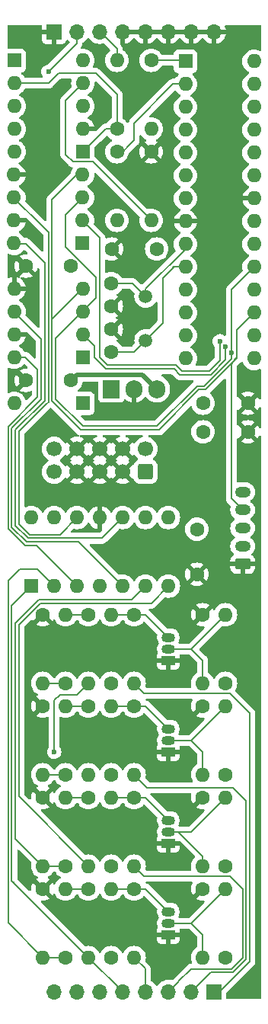
<source format=gtl>
G04 #@! TF.GenerationSoftware,KiCad,Pcbnew,8.0.0*
G04 #@! TF.CreationDate,2025-07-24T19:15:37+01:00*
G04 #@! TF.ProjectId,MidiToCvLogic,4d696469-546f-4437-964c-6f6769632e6b,1.0*
G04 #@! TF.SameCoordinates,Original*
G04 #@! TF.FileFunction,Copper,L1,Top*
G04 #@! TF.FilePolarity,Positive*
%FSLAX46Y46*%
G04 Gerber Fmt 4.6, Leading zero omitted, Abs format (unit mm)*
G04 Created by KiCad (PCBNEW 8.0.0) date 2025-07-24 19:15:37*
%MOMM*%
%LPD*%
G01*
G04 APERTURE LIST*
G04 Aperture macros list*
%AMRoundRect*
0 Rectangle with rounded corners*
0 $1 Rounding radius*
0 $2 $3 $4 $5 $6 $7 $8 $9 X,Y pos of 4 corners*
0 Add a 4 corners polygon primitive as box body*
4,1,4,$2,$3,$4,$5,$6,$7,$8,$9,$2,$3,0*
0 Add four circle primitives for the rounded corners*
1,1,$1+$1,$2,$3*
1,1,$1+$1,$4,$5*
1,1,$1+$1,$6,$7*
1,1,$1+$1,$8,$9*
0 Add four rect primitives between the rounded corners*
20,1,$1+$1,$2,$3,$4,$5,0*
20,1,$1+$1,$4,$5,$6,$7,0*
20,1,$1+$1,$6,$7,$8,$9,0*
20,1,$1+$1,$8,$9,$2,$3,0*%
G04 Aperture macros list end*
G04 #@! TA.AperFunction,ComponentPad*
%ADD10C,1.600000*%
G04 #@! TD*
G04 #@! TA.AperFunction,ComponentPad*
%ADD11O,1.600000X1.600000*%
G04 #@! TD*
G04 #@! TA.AperFunction,ComponentPad*
%ADD12R,1.600000X1.600000*%
G04 #@! TD*
G04 #@! TA.AperFunction,ComponentPad*
%ADD13R,1.700000X1.700000*%
G04 #@! TD*
G04 #@! TA.AperFunction,ComponentPad*
%ADD14O,1.700000X1.700000*%
G04 #@! TD*
G04 #@! TA.AperFunction,ComponentPad*
%ADD15R,1.500000X1.050000*%
G04 #@! TD*
G04 #@! TA.AperFunction,ComponentPad*
%ADD16O,1.500000X1.050000*%
G04 #@! TD*
G04 #@! TA.AperFunction,ComponentPad*
%ADD17C,1.500000*%
G04 #@! TD*
G04 #@! TA.AperFunction,ComponentPad*
%ADD18R,1.905000X2.000000*%
G04 #@! TD*
G04 #@! TA.AperFunction,ComponentPad*
%ADD19O,1.905000X2.000000*%
G04 #@! TD*
G04 #@! TA.AperFunction,ComponentPad*
%ADD20RoundRect,0.250000X0.625000X-0.350000X0.625000X0.350000X-0.625000X0.350000X-0.625000X-0.350000X0*%
G04 #@! TD*
G04 #@! TA.AperFunction,ComponentPad*
%ADD21O,1.750000X1.200000*%
G04 #@! TD*
G04 #@! TA.AperFunction,ComponentPad*
%ADD22RoundRect,0.250000X0.600000X-0.600000X0.600000X0.600000X-0.600000X0.600000X-0.600000X-0.600000X0*%
G04 #@! TD*
G04 #@! TA.AperFunction,ComponentPad*
%ADD23C,1.700000*%
G04 #@! TD*
G04 #@! TA.AperFunction,ViaPad*
%ADD24C,0.600000*%
G04 #@! TD*
G04 #@! TA.AperFunction,Conductor*
%ADD25C,0.200000*%
G04 #@! TD*
G04 #@! TA.AperFunction,Conductor*
%ADD26C,0.500000*%
G04 #@! TD*
G04 APERTURE END LIST*
D10*
X60365000Y-77470000D03*
X65365000Y-77470000D03*
X62865000Y-135890000D03*
D11*
X62865000Y-128270000D03*
D10*
X50165000Y-105410000D03*
D11*
X50165000Y-97790000D03*
D10*
X50165000Y-61000000D03*
X50165000Y-63500000D03*
X45085000Y-115570000D03*
D11*
X45085000Y-107950000D03*
D12*
X39380000Y-36205000D03*
D11*
X39380000Y-38745000D03*
X39380000Y-41285000D03*
X39380000Y-43825000D03*
X47000000Y-43825000D03*
X47000000Y-41285000D03*
X47000000Y-38745000D03*
X47000000Y-36205000D03*
D12*
X46970000Y-56535000D03*
D11*
X46970000Y-53995000D03*
X46970000Y-51455000D03*
X46970000Y-48915000D03*
X39350000Y-48915000D03*
X39350000Y-51455000D03*
X39350000Y-53995000D03*
X39350000Y-56535000D03*
D13*
X43815000Y-33020000D03*
D14*
X46355000Y-33020000D03*
X48895000Y-33020000D03*
X51435000Y-33020000D03*
X53975000Y-33020000D03*
X56515000Y-33020000D03*
X59055000Y-33020000D03*
X61595000Y-33020000D03*
D10*
X54610000Y-46355000D03*
D11*
X54610000Y-53975000D03*
D10*
X62865000Y-105410000D03*
D11*
X62865000Y-97790000D03*
D10*
X50165000Y-68580000D03*
X50165000Y-66080000D03*
X60325000Y-97790000D03*
D11*
X60325000Y-105410000D03*
D12*
X41275000Y-94615000D03*
D11*
X43815000Y-94615000D03*
X46355000Y-94615000D03*
X48895000Y-94615000D03*
X51435000Y-94615000D03*
X53975000Y-94615000D03*
X56515000Y-94615000D03*
X56515000Y-86995000D03*
X53975000Y-86995000D03*
X51435000Y-86995000D03*
X48895000Y-86995000D03*
X46355000Y-86995000D03*
X43815000Y-86995000D03*
X41275000Y-86995000D03*
D10*
X52705000Y-107950000D03*
D11*
X52705000Y-115570000D03*
D10*
X50165000Y-115570000D03*
D11*
X50165000Y-107950000D03*
D10*
X42545000Y-107950000D03*
D11*
X42545000Y-115570000D03*
D10*
X45085000Y-105410000D03*
D11*
X45085000Y-97790000D03*
D10*
X59690000Y-88305000D03*
X59690000Y-93305000D03*
X52705000Y-128270000D03*
D11*
X52705000Y-135890000D03*
D10*
X50205000Y-57150000D03*
X55205000Y-57150000D03*
X62865000Y-115570000D03*
D11*
X62865000Y-107950000D03*
D10*
X47625000Y-118110000D03*
D11*
X47625000Y-125730000D03*
D15*
X56515000Y-133350000D03*
D16*
X56515000Y-132080000D03*
X56515000Y-130810000D03*
D12*
X46990000Y-46355000D03*
D11*
X39370000Y-46355000D03*
D17*
X53975000Y-67310000D03*
X53975000Y-62430000D03*
D10*
X47625000Y-107950000D03*
D11*
X47625000Y-115570000D03*
D10*
X40680000Y-71755000D03*
X45680000Y-71755000D03*
D15*
X56515000Y-113030000D03*
D16*
X56515000Y-111760000D03*
X56515000Y-110490000D03*
D10*
X60325000Y-107950000D03*
D11*
X60325000Y-115570000D03*
D10*
X60365000Y-74295000D03*
X65365000Y-74295000D03*
X42545000Y-128270000D03*
D11*
X42545000Y-135890000D03*
D13*
X61595000Y-139700000D03*
D14*
X59055000Y-139700000D03*
X56515000Y-139700000D03*
X53975000Y-139700000D03*
X51435000Y-139700000D03*
X48895000Y-139700000D03*
X46355000Y-139700000D03*
X43815000Y-139700000D03*
D12*
X58420000Y-36299657D03*
D11*
X58420000Y-38839657D03*
X58420000Y-41379657D03*
X58420000Y-43919657D03*
X58420000Y-46459657D03*
X58420000Y-48999657D03*
X58420000Y-51539657D03*
X58420000Y-54079657D03*
X58420000Y-56619657D03*
X58420000Y-59159657D03*
X58420000Y-61699657D03*
X58420000Y-64239657D03*
X58420000Y-66779657D03*
X58420000Y-69319657D03*
X66040000Y-69319657D03*
X66040000Y-66779657D03*
X66040000Y-64239657D03*
X66040000Y-61699657D03*
X66040000Y-59159657D03*
X66040000Y-56619657D03*
X66040000Y-54079657D03*
X66040000Y-51539657D03*
X66040000Y-48999657D03*
X66040000Y-46459657D03*
X66040000Y-43919657D03*
X66040000Y-41379657D03*
X66040000Y-38839657D03*
X66040000Y-36299657D03*
D12*
X46990000Y-69190343D03*
D11*
X46990000Y-66650343D03*
X46990000Y-64110343D03*
X46990000Y-61570343D03*
X39370000Y-61570343D03*
X39370000Y-64110343D03*
X39370000Y-66650343D03*
X39370000Y-69190343D03*
D10*
X47625000Y-97790000D03*
D11*
X47625000Y-105410000D03*
D10*
X60325000Y-118110000D03*
D11*
X60325000Y-125730000D03*
D10*
X50800000Y-43815000D03*
D11*
X50800000Y-36195000D03*
D10*
X42545000Y-118110000D03*
D11*
X42545000Y-125730000D03*
D15*
X56515000Y-123190000D03*
D16*
X56515000Y-121920000D03*
X56515000Y-120650000D03*
D10*
X47625000Y-128270000D03*
D11*
X47625000Y-135890000D03*
D12*
X46990000Y-74295000D03*
D11*
X39370000Y-74295000D03*
D10*
X60325000Y-128270000D03*
D11*
X60325000Y-135890000D03*
D15*
X56515000Y-102870000D03*
D16*
X56515000Y-101600000D03*
X56515000Y-100330000D03*
D10*
X54610000Y-36195000D03*
D11*
X54610000Y-43815000D03*
D10*
X45085000Y-135890000D03*
D11*
X45085000Y-128270000D03*
D10*
X40680000Y-59055000D03*
X45680000Y-59055000D03*
X42545000Y-97790000D03*
D11*
X42545000Y-105410000D03*
D10*
X45085000Y-125730000D03*
D11*
X45085000Y-118110000D03*
D10*
X52705000Y-118110000D03*
D11*
X52705000Y-125730000D03*
D10*
X50165000Y-125730000D03*
D11*
X50165000Y-118110000D03*
D10*
X52705000Y-97790000D03*
D11*
X52705000Y-105410000D03*
D10*
X50800000Y-46355000D03*
D11*
X50800000Y-53975000D03*
D10*
X50165000Y-135890000D03*
D11*
X50165000Y-128270000D03*
D10*
X62865000Y-125730000D03*
D11*
X62865000Y-118110000D03*
D18*
X50165000Y-72715000D03*
D19*
X52705000Y-72715000D03*
X55245000Y-72715000D03*
D20*
X64770000Y-92170000D03*
D21*
X64770000Y-90170000D03*
X64770000Y-88170000D03*
X64770000Y-86170000D03*
X64770000Y-84170000D03*
D22*
X53975000Y-81915000D03*
D23*
X53975000Y-79375000D03*
X51435000Y-81915000D03*
X51435000Y-79375000D03*
X48895000Y-81915000D03*
X48895000Y-79375000D03*
X46355000Y-81915000D03*
X46355000Y-79375000D03*
X43815000Y-81915000D03*
X43815000Y-79375000D03*
D24*
X63500000Y-68684657D03*
X43815000Y-113030000D03*
X43180000Y-37465000D03*
X62865000Y-68049657D03*
X62230000Y-67414657D03*
D25*
X42380000Y-67140343D02*
X42380000Y-73825000D01*
X42380000Y-73825000D02*
X39100000Y-77105000D01*
X39100000Y-77105000D02*
X39100000Y-88055686D01*
X39350000Y-64110343D02*
X42380000Y-67140343D01*
X39100000Y-88055686D02*
X40744316Y-89700000D01*
X46520000Y-89700000D02*
X51435000Y-94615000D01*
X40744316Y-89700000D02*
X46520000Y-89700000D01*
D26*
X45680000Y-71755000D02*
X46315000Y-71120000D01*
X53650000Y-71120000D02*
X55245000Y-72715000D01*
X46315000Y-71120000D02*
X53650000Y-71120000D01*
D25*
X52545000Y-61000000D02*
X53975000Y-62430000D01*
X53975000Y-62430000D02*
X53975000Y-61595000D01*
X50165000Y-61000000D02*
X52545000Y-61000000D01*
X53975000Y-61595000D02*
X58420000Y-57150000D01*
X58420000Y-57150000D02*
X58420000Y-56619657D01*
X57045343Y-59159657D02*
X57150000Y-59159657D01*
X53975000Y-67310000D02*
X55880000Y-65405000D01*
X55880000Y-65405000D02*
X55880000Y-60429657D01*
X55880000Y-60429657D02*
X57150000Y-59159657D01*
X50165000Y-68580000D02*
X52705000Y-68580000D01*
X52705000Y-68580000D02*
X53975000Y-67310000D01*
X57150000Y-59159657D02*
X58420000Y-59159657D01*
X43180000Y-38735000D02*
X44270000Y-37645000D01*
X44270000Y-37645000D02*
X48440000Y-37645000D01*
X48440000Y-37645000D02*
X50800000Y-40005000D01*
X39390000Y-38735000D02*
X43180000Y-38735000D01*
X50800000Y-43815000D02*
X49530000Y-43815000D01*
X39380000Y-38745000D02*
X39390000Y-38735000D01*
X50800000Y-40005000D02*
X50800000Y-43815000D01*
X49530000Y-43815000D02*
X46990000Y-46355000D01*
X39100000Y-127365000D02*
X39100000Y-96790000D01*
X39376250Y-127641250D02*
X39100000Y-127365000D01*
X47625000Y-135890000D02*
X39100000Y-127365000D01*
X39100000Y-96790000D02*
X39235000Y-96655000D01*
X47625000Y-135890000D02*
X51405000Y-139670000D01*
X39100000Y-96790000D02*
X41275000Y-94615000D01*
X43580000Y-74060000D02*
X46755000Y-77235000D01*
X46755000Y-77235000D02*
X55480000Y-77235000D01*
X64135000Y-69319657D02*
X64135000Y-68580000D01*
X64135000Y-66144657D02*
X66040000Y-64239657D01*
X43580000Y-64960343D02*
X43580000Y-74060000D01*
X64135000Y-69215000D02*
X64135000Y-68580000D01*
X63900000Y-69450000D02*
X64135000Y-69215000D01*
X43580000Y-51670000D02*
X43580000Y-70885000D01*
X63900000Y-69554656D02*
X63900000Y-69450000D01*
X46970000Y-48280000D02*
X43580000Y-51670000D01*
X64770000Y-86170000D02*
X63500000Y-84900000D01*
X63500000Y-84900000D02*
X63500000Y-69954656D01*
X46970000Y-61570343D02*
X43580000Y-64960343D01*
X55480000Y-77235000D02*
X59925000Y-72790000D01*
X64135000Y-69319657D02*
X64135000Y-69215000D01*
X64135000Y-68580000D02*
X64135000Y-66144657D01*
X59925000Y-72790000D02*
X60664657Y-72790000D01*
X63500000Y-69954656D02*
X63900000Y-69554656D01*
X60664657Y-72790000D02*
X64135000Y-69319657D01*
X48495000Y-60535343D02*
X48495000Y-62585343D01*
X60498970Y-72390000D02*
X63500000Y-69388970D01*
X63500000Y-61699657D02*
X66040000Y-59159657D01*
X43980000Y-73825000D02*
X46990000Y-76835000D01*
X45085000Y-53350000D02*
X45085000Y-56904365D01*
X63500000Y-69388970D02*
X63500000Y-68684657D01*
X48495000Y-60314365D02*
X48495000Y-60960000D01*
X55245000Y-76835000D02*
X59690000Y-72390000D01*
X63500000Y-68684657D02*
X63500000Y-61699657D01*
X59690000Y-72390000D02*
X60498970Y-72390000D01*
X46970000Y-51465000D02*
X45085000Y-53350000D01*
X45085000Y-56904365D02*
X48495000Y-60314365D01*
X48495000Y-62585343D02*
X43980000Y-67100343D01*
X43980000Y-67100343D02*
X43980000Y-73825000D01*
X46990000Y-76835000D02*
X55245000Y-76835000D01*
X58315343Y-36195000D02*
X58420000Y-36299657D01*
X55245000Y-36195000D02*
X58315343Y-36195000D01*
X50800000Y-34900000D02*
X48895000Y-32995000D01*
X50800000Y-36830000D02*
X50800000Y-34900000D01*
X47625000Y-105410000D02*
X46355000Y-106680000D01*
X46355000Y-106680000D02*
X44450000Y-106680000D01*
X44450000Y-106680000D02*
X43815000Y-107315000D01*
X43815000Y-107315000D02*
X43815000Y-113030000D01*
X46355000Y-34290000D02*
X46355000Y-32995000D01*
X43180000Y-37465000D02*
X46355000Y-34290000D01*
X52705000Y-105410000D02*
X53805000Y-106510000D01*
X62180000Y-139750000D02*
X61565000Y-139750000D01*
X63330000Y-106510000D02*
X65570000Y-108750000D01*
X65570000Y-136360000D02*
X62180000Y-139750000D01*
X53805000Y-106510000D02*
X63330000Y-106510000D01*
X65570000Y-108750000D02*
X65570000Y-136360000D01*
X57635000Y-138600000D02*
X56485000Y-139750000D01*
X64770000Y-135890000D02*
X63500000Y-137160000D01*
X53805000Y-126830000D02*
X63330000Y-126830000D01*
X64770000Y-128270000D02*
X64770000Y-135890000D01*
X59055000Y-137160000D02*
X57635000Y-138580000D01*
X63500000Y-137160000D02*
X59055000Y-137160000D01*
X52705000Y-125730000D02*
X53805000Y-126830000D01*
X63330000Y-126830000D02*
X64770000Y-128270000D01*
X57635000Y-138580000D02*
X57635000Y-138600000D01*
X65170000Y-136055686D02*
X63665685Y-137560000D01*
X63670000Y-117010000D02*
X65170000Y-118510000D01*
X63665685Y-137560000D02*
X61215000Y-137560000D01*
X52705000Y-115570000D02*
X54145000Y-117010000D01*
X61215000Y-137560000D02*
X59025000Y-139750000D01*
X65170000Y-118510000D02*
X65170000Y-136055686D01*
X54145000Y-117010000D02*
X63670000Y-117010000D01*
X53945000Y-137130000D02*
X53945000Y-139750000D01*
X52705000Y-135890000D02*
X53945000Y-137130000D01*
X59055000Y-132080000D02*
X62865000Y-128270000D01*
X57465000Y-132080000D02*
X59055000Y-132080000D01*
X60325000Y-133350000D02*
X60325000Y-135890000D01*
X59055000Y-132080000D02*
X60325000Y-133350000D01*
X56515000Y-132080000D02*
X57465000Y-132080000D01*
X53975000Y-128270000D02*
X56515000Y-130810000D01*
X50165000Y-128270000D02*
X52705000Y-128270000D01*
X52705000Y-128270000D02*
X53975000Y-128270000D01*
X53975000Y-118110000D02*
X56515000Y-120650000D01*
X50165000Y-118110000D02*
X52705000Y-118110000D01*
X52705000Y-118110000D02*
X53975000Y-118110000D01*
X62865000Y-118110000D02*
X59055000Y-121920000D01*
X59055000Y-121920000D02*
X56515000Y-121920000D01*
X60325000Y-124620000D02*
X60325000Y-125730000D01*
X57625000Y-121920000D02*
X60325000Y-124620000D01*
X56515000Y-121920000D02*
X57625000Y-121920000D01*
X52705000Y-107950000D02*
X53975000Y-107950000D01*
X53975000Y-107950000D02*
X56515000Y-110490000D01*
X52705000Y-107950000D02*
X50165000Y-107950000D01*
X59055000Y-111760000D02*
X62865000Y-107950000D01*
X59055000Y-111760000D02*
X60325000Y-113030000D01*
X56515000Y-111760000D02*
X59055000Y-111760000D01*
X60325000Y-113030000D02*
X60325000Y-115570000D01*
X60325000Y-102870000D02*
X60325000Y-105410000D01*
X56515000Y-101600000D02*
X59055000Y-101600000D01*
X59055000Y-101600000D02*
X62865000Y-97790000D01*
X59055000Y-101600000D02*
X60325000Y-102870000D01*
X50165000Y-97790000D02*
X52705000Y-97790000D01*
X53975000Y-97790000D02*
X56515000Y-100330000D01*
X52705000Y-97790000D02*
X53975000Y-97790000D01*
X45085000Y-46650000D02*
X45085000Y-40660000D01*
X48090000Y-47455000D02*
X45890000Y-47455000D01*
X54610000Y-53975000D02*
X48090000Y-47455000D01*
X45890000Y-47455000D02*
X45085000Y-46650000D01*
X45085000Y-40660000D02*
X47000000Y-38745000D01*
X52705000Y-45085000D02*
X52705000Y-43180000D01*
X50800000Y-46990000D02*
X52705000Y-45085000D01*
X52705000Y-43180000D02*
X57045343Y-38839657D01*
X57045343Y-38839657D02*
X58420000Y-38839657D01*
X42545000Y-135890000D02*
X38700000Y-132045000D01*
X38700000Y-94015000D02*
X38735000Y-93980000D01*
X38700000Y-132045000D02*
X38700000Y-94015000D01*
X40005000Y-92710000D02*
X41910000Y-92710000D01*
X41910000Y-92710000D02*
X43815000Y-94615000D01*
X38700000Y-94015000D02*
X40005000Y-92710000D01*
X42545000Y-135890000D02*
X45085000Y-135890000D01*
X39500000Y-98713680D02*
X39500000Y-122685000D01*
X52470000Y-96120000D02*
X42093679Y-96120000D01*
X53975000Y-94615000D02*
X52470000Y-96120000D01*
X42093679Y-96120000D02*
X39500000Y-98713680D01*
X42545000Y-125730000D02*
X45085000Y-125730000D01*
X39500000Y-122685000D02*
X42545000Y-125730000D01*
X42545000Y-115570000D02*
X45085000Y-115570000D01*
X42545000Y-105410000D02*
X45085000Y-105410000D01*
X46970000Y-66650343D02*
X46990000Y-66650343D01*
X61203285Y-71120000D02*
X62865000Y-69458285D01*
X62865000Y-69458285D02*
X62865000Y-68049657D01*
X46990000Y-66650343D02*
X48260000Y-67920343D01*
X57785000Y-71120000D02*
X61203285Y-71120000D01*
X49532329Y-70485000D02*
X57150000Y-70485000D01*
X48260000Y-69212671D02*
X49532329Y-70485000D01*
X57150000Y-70485000D02*
X57785000Y-71120000D01*
X48260000Y-67920343D02*
X48260000Y-69212671D01*
X57385000Y-70085000D02*
X49765000Y-70085000D01*
X48895000Y-55920000D02*
X46970000Y-53995000D01*
X58020000Y-70720000D02*
X57385000Y-70085000D01*
X62230000Y-67414657D02*
X62230000Y-69527599D01*
X48895000Y-69215000D02*
X48895000Y-55920000D01*
X62230000Y-69527599D02*
X61037599Y-70720000D01*
X61037599Y-70720000D02*
X58020000Y-70720000D01*
X49765000Y-70085000D02*
X48895000Y-69215000D01*
X39370000Y-69190343D02*
X40615343Y-69190343D01*
X38700000Y-76870000D02*
X38700000Y-88221372D01*
X40578631Y-90100000D02*
X41840000Y-90100000D01*
X41980000Y-73590000D02*
X38700000Y-76870000D01*
X41840000Y-90100000D02*
X46355000Y-94615000D01*
X38700000Y-88221372D02*
X40578631Y-90100000D01*
X41980000Y-70555000D02*
X41980000Y-73590000D01*
X40615343Y-69190343D02*
X41980000Y-70555000D01*
X43180000Y-55295000D02*
X43180000Y-74156372D01*
X42520000Y-54635000D02*
X43180000Y-55295000D01*
X41075686Y-88900000D02*
X44450000Y-88900000D01*
X43041372Y-74295000D02*
X39900000Y-77436372D01*
X39900000Y-77436372D02*
X39900000Y-87724314D01*
X43180000Y-74156372D02*
X43041372Y-74295000D01*
X39900000Y-87724314D02*
X41075686Y-88900000D01*
X39350000Y-51465000D02*
X42545000Y-54660000D01*
X44450000Y-88900000D02*
X46355000Y-86995000D01*
X39350000Y-56545000D02*
X40655000Y-56545000D01*
X42780000Y-58670000D02*
X42780000Y-73990686D01*
X49130000Y-89300000D02*
X51435000Y-86995000D01*
X39500000Y-87890000D02*
X40910001Y-89300000D01*
X39500000Y-77270686D02*
X39500000Y-87890000D01*
X40655000Y-56545000D02*
X42780000Y-58670000D01*
X42780000Y-73990686D02*
X39500000Y-77270686D01*
X40910001Y-89300000D02*
X49130000Y-89300000D01*
X39900000Y-98879365D02*
X39900000Y-118005000D01*
X56515000Y-94615000D02*
X54610000Y-96520000D01*
X42259365Y-96520000D02*
X39900000Y-98879365D01*
X39900000Y-118005000D02*
X47625000Y-125730000D01*
X54610000Y-96520000D02*
X42259365Y-96520000D01*
X45085000Y-128270000D02*
X47625000Y-128270000D01*
X45085000Y-118110000D02*
X47625000Y-118110000D01*
X45085000Y-107950000D02*
X47625000Y-107950000D01*
X45085000Y-97790000D02*
X47625000Y-97790000D01*
G04 #@! TA.AperFunction,Conductor*
G36*
X62818834Y-71587571D02*
G01*
X62874767Y-71629443D01*
X62899184Y-71694907D01*
X62899500Y-71703753D01*
X62899500Y-84813330D01*
X62899499Y-84813348D01*
X62899499Y-84979054D01*
X62899498Y-84979054D01*
X62940423Y-85131784D01*
X62940424Y-85131787D01*
X62951012Y-85150127D01*
X62951013Y-85150128D01*
X63019475Y-85268709D01*
X63019481Y-85268717D01*
X63138349Y-85387585D01*
X63138355Y-85387590D01*
X63427083Y-85676318D01*
X63460568Y-85737641D01*
X63457333Y-85802316D01*
X63421598Y-85912297D01*
X63421597Y-85912301D01*
X63394500Y-86083389D01*
X63394500Y-86256610D01*
X63417347Y-86400865D01*
X63421598Y-86427701D01*
X63475127Y-86592445D01*
X63553768Y-86746788D01*
X63655586Y-86886928D01*
X63778072Y-87009414D01*
X63778078Y-87009418D01*
X63861023Y-87069683D01*
X63903689Y-87125013D01*
X63909667Y-87194626D01*
X63877061Y-87256421D01*
X63861023Y-87270317D01*
X63778078Y-87330581D01*
X63778069Y-87330588D01*
X63655588Y-87453069D01*
X63655588Y-87453070D01*
X63655586Y-87453072D01*
X63611859Y-87513256D01*
X63553768Y-87593211D01*
X63475128Y-87747552D01*
X63421597Y-87912302D01*
X63408492Y-87995045D01*
X63394500Y-88083389D01*
X63394500Y-88256611D01*
X63421598Y-88427701D01*
X63475127Y-88592445D01*
X63553768Y-88746788D01*
X63655586Y-88886928D01*
X63778072Y-89009414D01*
X63778078Y-89009418D01*
X63861023Y-89069683D01*
X63903689Y-89125013D01*
X63909667Y-89194626D01*
X63877061Y-89256421D01*
X63861023Y-89270317D01*
X63778078Y-89330581D01*
X63778069Y-89330588D01*
X63655588Y-89453069D01*
X63655588Y-89453070D01*
X63655586Y-89453072D01*
X63611859Y-89513256D01*
X63553768Y-89593211D01*
X63475128Y-89747552D01*
X63421597Y-89912302D01*
X63394500Y-90083389D01*
X63394500Y-90256610D01*
X63414227Y-90381166D01*
X63421598Y-90427701D01*
X63475127Y-90592445D01*
X63553768Y-90746788D01*
X63655586Y-90886928D01*
X63655588Y-90886930D01*
X63763491Y-90994833D01*
X63796976Y-91056156D01*
X63791992Y-91125848D01*
X63750120Y-91181781D01*
X63740907Y-91188053D01*
X63676654Y-91227684D01*
X63552684Y-91351654D01*
X63460643Y-91500875D01*
X63460641Y-91500880D01*
X63405494Y-91667302D01*
X63405493Y-91667309D01*
X63395000Y-91770013D01*
X63395000Y-91920000D01*
X64489670Y-91920000D01*
X64469925Y-91939745D01*
X64420556Y-92025255D01*
X64395000Y-92120630D01*
X64395000Y-92219370D01*
X64420556Y-92314745D01*
X64469925Y-92400255D01*
X64489670Y-92420000D01*
X63395001Y-92420000D01*
X63395001Y-92569986D01*
X63405494Y-92672697D01*
X63460641Y-92839119D01*
X63460643Y-92839124D01*
X63552684Y-92988345D01*
X63676654Y-93112315D01*
X63825875Y-93204356D01*
X63825880Y-93204358D01*
X63992302Y-93259505D01*
X63992309Y-93259506D01*
X64095019Y-93269999D01*
X64519999Y-93269999D01*
X64520000Y-93269998D01*
X64520000Y-92450330D01*
X64539745Y-92470075D01*
X64625255Y-92519444D01*
X64720630Y-92545000D01*
X64819370Y-92545000D01*
X64914745Y-92519444D01*
X65000255Y-92470075D01*
X65020000Y-92450330D01*
X65020000Y-93269999D01*
X65444972Y-93269999D01*
X65444986Y-93269998D01*
X65547697Y-93259505D01*
X65714119Y-93204358D01*
X65714124Y-93204356D01*
X65863345Y-93112315D01*
X65987315Y-92988345D01*
X66079356Y-92839124D01*
X66079358Y-92839119D01*
X66134505Y-92672697D01*
X66134506Y-92672690D01*
X66144999Y-92569986D01*
X66145000Y-92569973D01*
X66145000Y-92420000D01*
X65050330Y-92420000D01*
X65070075Y-92400255D01*
X65119444Y-92314745D01*
X65145000Y-92219370D01*
X65145000Y-92120630D01*
X65119444Y-92025255D01*
X65070075Y-91939745D01*
X65050330Y-91920000D01*
X66144999Y-91920000D01*
X66144999Y-91770028D01*
X66144998Y-91770013D01*
X66134505Y-91667302D01*
X66079358Y-91500880D01*
X66079356Y-91500875D01*
X65987315Y-91351654D01*
X65863343Y-91227682D01*
X65799093Y-91188053D01*
X65752368Y-91136105D01*
X65741145Y-91067143D01*
X65768988Y-91003061D01*
X65776486Y-90994855D01*
X65884414Y-90886928D01*
X65986232Y-90746788D01*
X66064873Y-90592445D01*
X66118402Y-90427701D01*
X66145500Y-90256611D01*
X66145500Y-90083389D01*
X66118402Y-89912299D01*
X66064873Y-89747555D01*
X65986232Y-89593212D01*
X65884414Y-89453072D01*
X65761928Y-89330586D01*
X65678975Y-89270317D01*
X65636311Y-89214988D01*
X65630332Y-89145374D01*
X65662938Y-89083579D01*
X65678976Y-89069682D01*
X65761928Y-89009414D01*
X65884414Y-88886928D01*
X65986232Y-88746788D01*
X66064873Y-88592445D01*
X66118402Y-88427701D01*
X66145500Y-88256611D01*
X66145500Y-88083389D01*
X66118402Y-87912299D01*
X66064873Y-87747555D01*
X65986232Y-87593212D01*
X65884414Y-87453072D01*
X65761928Y-87330586D01*
X65678975Y-87270317D01*
X65636311Y-87214988D01*
X65630332Y-87145374D01*
X65662938Y-87083579D01*
X65678976Y-87069682D01*
X65761928Y-87009414D01*
X65884414Y-86886928D01*
X65986232Y-86746788D01*
X66064873Y-86592445D01*
X66118402Y-86427701D01*
X66145500Y-86256611D01*
X66145500Y-86083389D01*
X66118402Y-85912299D01*
X66064873Y-85747555D01*
X65986232Y-85593212D01*
X65884414Y-85453072D01*
X65761928Y-85330586D01*
X65678975Y-85270317D01*
X65636311Y-85214988D01*
X65630332Y-85145374D01*
X65662938Y-85083579D01*
X65678976Y-85069682D01*
X65761928Y-85009414D01*
X65884414Y-84886928D01*
X65986232Y-84746788D01*
X66064873Y-84592445D01*
X66118402Y-84427701D01*
X66145500Y-84256611D01*
X66145500Y-84083389D01*
X66118402Y-83912299D01*
X66064873Y-83747555D01*
X65986232Y-83593212D01*
X65884414Y-83453072D01*
X65761928Y-83330586D01*
X65621788Y-83228768D01*
X65467445Y-83150127D01*
X65302701Y-83096598D01*
X65302699Y-83096597D01*
X65302698Y-83096597D01*
X65171271Y-83075781D01*
X65131611Y-83069500D01*
X64408389Y-83069500D01*
X64243897Y-83095552D01*
X64174604Y-83086597D01*
X64121152Y-83041601D01*
X64100513Y-82974849D01*
X64100500Y-82973079D01*
X64100500Y-78314567D01*
X64120185Y-78247528D01*
X64172989Y-78201773D01*
X64235308Y-78191039D01*
X64285974Y-78195472D01*
X64965000Y-77516446D01*
X64965000Y-77522661D01*
X64992259Y-77624394D01*
X65044920Y-77715606D01*
X65119394Y-77790080D01*
X65210606Y-77842741D01*
X65312339Y-77870000D01*
X65318553Y-77870000D01*
X64639526Y-78549025D01*
X64712513Y-78600132D01*
X64712521Y-78600136D01*
X64918668Y-78696264D01*
X64918682Y-78696269D01*
X65138389Y-78755139D01*
X65138400Y-78755141D01*
X65364998Y-78774966D01*
X65365002Y-78774966D01*
X65591599Y-78755141D01*
X65591610Y-78755139D01*
X65811317Y-78696269D01*
X65811331Y-78696264D01*
X66017478Y-78600136D01*
X66090471Y-78549024D01*
X65411447Y-77870000D01*
X65417661Y-77870000D01*
X65519394Y-77842741D01*
X65610606Y-77790080D01*
X65685080Y-77715606D01*
X65737741Y-77624394D01*
X65765000Y-77522661D01*
X65765000Y-77516447D01*
X66444024Y-78195471D01*
X66495136Y-78122478D01*
X66573118Y-77955246D01*
X66619290Y-77902806D01*
X66686483Y-77883654D01*
X66753365Y-77903870D01*
X66798699Y-77957035D01*
X66809500Y-78007650D01*
X66809500Y-140345500D01*
X66789815Y-140412539D01*
X66737011Y-140458294D01*
X66685500Y-140469500D01*
X63069500Y-140469500D01*
X63002461Y-140449815D01*
X62956706Y-140397011D01*
X62945500Y-140345500D01*
X62945499Y-139885096D01*
X62965183Y-139818057D01*
X62981813Y-139797420D01*
X65928506Y-136850728D01*
X65928511Y-136850724D01*
X65938714Y-136840520D01*
X65938716Y-136840520D01*
X66050520Y-136728716D01*
X66116022Y-136615263D01*
X66129577Y-136591785D01*
X66170501Y-136439057D01*
X66170501Y-136280943D01*
X66170501Y-136273348D01*
X66170500Y-136273330D01*
X66170500Y-108670945D01*
X66170500Y-108670943D01*
X66129577Y-108518216D01*
X66103549Y-108473133D01*
X66050524Y-108381290D01*
X66050521Y-108381286D01*
X66050520Y-108381284D01*
X65938716Y-108269480D01*
X65938715Y-108269479D01*
X65934385Y-108265149D01*
X65934374Y-108265139D01*
X63960581Y-106291346D01*
X63927096Y-106230023D01*
X63932080Y-106160331D01*
X63946684Y-106132546D01*
X63995568Y-106062734D01*
X64091739Y-105856496D01*
X64150635Y-105636692D01*
X64170468Y-105410000D01*
X64150635Y-105183308D01*
X64091739Y-104963504D01*
X63995568Y-104757266D01*
X63865047Y-104570861D01*
X63865045Y-104570858D01*
X63704141Y-104409954D01*
X63517734Y-104279432D01*
X63517732Y-104279431D01*
X63311497Y-104183261D01*
X63311488Y-104183258D01*
X63091697Y-104124366D01*
X63091693Y-104124365D01*
X63091692Y-104124365D01*
X63091691Y-104124364D01*
X63091686Y-104124364D01*
X62865002Y-104104532D01*
X62864998Y-104104532D01*
X62638313Y-104124364D01*
X62638302Y-104124366D01*
X62418511Y-104183258D01*
X62418502Y-104183261D01*
X62212267Y-104279431D01*
X62212265Y-104279432D01*
X62025858Y-104409954D01*
X61864954Y-104570858D01*
X61734432Y-104757265D01*
X61734431Y-104757267D01*
X61707382Y-104815275D01*
X61661209Y-104867714D01*
X61594016Y-104886866D01*
X61527135Y-104866650D01*
X61482618Y-104815275D01*
X61455568Y-104757267D01*
X61455567Y-104757265D01*
X61455117Y-104756623D01*
X61325047Y-104570861D01*
X61325045Y-104570858D01*
X61164140Y-104409953D01*
X60978377Y-104279881D01*
X60934752Y-104225304D01*
X60925500Y-104178306D01*
X60925500Y-102790945D01*
X60925500Y-102790943D01*
X60884577Y-102638216D01*
X60884577Y-102638215D01*
X60854483Y-102586091D01*
X60805520Y-102501284D01*
X60693716Y-102389480D01*
X60693715Y-102389479D01*
X60689385Y-102385149D01*
X60689374Y-102385139D01*
X59991915Y-101687680D01*
X59958430Y-101626357D01*
X59963414Y-101556665D01*
X59991911Y-101512323D01*
X62422294Y-99081939D01*
X62483615Y-99048456D01*
X62542066Y-99049847D01*
X62561604Y-99055082D01*
X62638308Y-99075635D01*
X62800230Y-99089801D01*
X62864998Y-99095468D01*
X62865000Y-99095468D01*
X62865002Y-99095468D01*
X62921673Y-99090509D01*
X63091692Y-99075635D01*
X63311496Y-99016739D01*
X63517734Y-98920568D01*
X63704139Y-98790047D01*
X63865047Y-98629139D01*
X63995568Y-98442734D01*
X64091739Y-98236496D01*
X64150635Y-98016692D01*
X64170468Y-97790000D01*
X64150635Y-97563308D01*
X64091739Y-97343504D01*
X63995568Y-97137266D01*
X63865047Y-96950861D01*
X63865045Y-96950858D01*
X63704141Y-96789954D01*
X63517734Y-96659432D01*
X63517732Y-96659431D01*
X63311497Y-96563261D01*
X63311488Y-96563258D01*
X63091697Y-96504366D01*
X63091693Y-96504365D01*
X63091692Y-96504365D01*
X63091691Y-96504364D01*
X63091686Y-96504364D01*
X62865002Y-96484532D01*
X62864998Y-96484532D01*
X62638313Y-96504364D01*
X62638302Y-96504366D01*
X62418511Y-96563258D01*
X62418502Y-96563261D01*
X62212267Y-96659431D01*
X62212265Y-96659432D01*
X62025858Y-96789954D01*
X61864954Y-96950858D01*
X61734432Y-97137265D01*
X61734428Y-97137272D01*
X61707105Y-97195866D01*
X61660932Y-97248305D01*
X61593738Y-97267456D01*
X61526858Y-97247239D01*
X61482342Y-97195864D01*
X61455136Y-97137521D01*
X61455132Y-97137513D01*
X61404025Y-97064526D01*
X60725000Y-97743552D01*
X60725000Y-97737339D01*
X60697741Y-97635606D01*
X60645080Y-97544394D01*
X60570606Y-97469920D01*
X60479394Y-97417259D01*
X60377661Y-97390000D01*
X60371448Y-97390000D01*
X61050472Y-96710974D01*
X60977478Y-96659863D01*
X60771331Y-96563735D01*
X60771317Y-96563730D01*
X60551610Y-96504860D01*
X60551599Y-96504858D01*
X60325002Y-96485034D01*
X60324998Y-96485034D01*
X60098400Y-96504858D01*
X60098389Y-96504860D01*
X59878682Y-96563730D01*
X59878673Y-96563734D01*
X59672516Y-96659866D01*
X59672512Y-96659868D01*
X59599526Y-96710973D01*
X59599526Y-96710974D01*
X60278553Y-97390000D01*
X60272339Y-97390000D01*
X60170606Y-97417259D01*
X60079394Y-97469920D01*
X60004920Y-97544394D01*
X59952259Y-97635606D01*
X59925000Y-97737339D01*
X59925000Y-97743552D01*
X59245974Y-97064526D01*
X59245973Y-97064526D01*
X59194868Y-97137512D01*
X59194866Y-97137516D01*
X59098734Y-97343673D01*
X59098730Y-97343682D01*
X59039860Y-97563389D01*
X59039858Y-97563400D01*
X59020034Y-97789997D01*
X59020034Y-97790002D01*
X59039858Y-98016599D01*
X59039860Y-98016610D01*
X59098730Y-98236317D01*
X59098735Y-98236331D01*
X59194863Y-98442478D01*
X59245974Y-98515472D01*
X59925000Y-97836446D01*
X59925000Y-97842661D01*
X59952259Y-97944394D01*
X60004920Y-98035606D01*
X60079394Y-98110080D01*
X60170606Y-98162741D01*
X60272339Y-98190000D01*
X60278553Y-98190000D01*
X59599526Y-98869025D01*
X59672513Y-98920132D01*
X59672521Y-98920136D01*
X59878668Y-99016264D01*
X59878682Y-99016269D01*
X60098389Y-99075139D01*
X60098400Y-99075141D01*
X60324998Y-99094966D01*
X60324999Y-99094966D01*
X60408395Y-99087669D01*
X60476896Y-99101435D01*
X60527079Y-99150050D01*
X60543013Y-99218078D01*
X60519638Y-99283922D01*
X60506885Y-99298878D01*
X58842584Y-100963181D01*
X58781261Y-100996666D01*
X58754903Y-100999500D01*
X57757454Y-100999500D01*
X57690415Y-100979815D01*
X57644660Y-100927011D01*
X57634716Y-100857853D01*
X57646649Y-100821464D01*
X57646455Y-100821384D01*
X57647513Y-100818828D01*
X57648100Y-100817040D01*
X57648785Y-100815757D01*
X57648786Y-100815756D01*
X57726091Y-100629127D01*
X57765500Y-100431003D01*
X57765500Y-100228997D01*
X57726091Y-100030873D01*
X57648786Y-99844244D01*
X57648784Y-99844241D01*
X57648782Y-99844237D01*
X57536558Y-99676281D01*
X57393718Y-99533441D01*
X57225762Y-99421217D01*
X57225752Y-99421212D01*
X57039127Y-99343909D01*
X57039119Y-99343907D01*
X56841007Y-99304500D01*
X56841003Y-99304500D01*
X56390097Y-99304500D01*
X56323058Y-99284815D01*
X56302416Y-99268181D01*
X54462590Y-97428355D01*
X54462588Y-97428352D01*
X54366417Y-97332181D01*
X54332932Y-97270858D01*
X54337916Y-97201166D01*
X54379788Y-97145233D01*
X54445252Y-97120816D01*
X54454098Y-97120500D01*
X54523331Y-97120500D01*
X54523347Y-97120501D01*
X54530943Y-97120501D01*
X54689054Y-97120501D01*
X54689057Y-97120501D01*
X54841785Y-97079577D01*
X54891904Y-97050639D01*
X54978716Y-97000520D01*
X55090520Y-96888716D01*
X55090520Y-96888714D01*
X55100728Y-96878507D01*
X55100730Y-96878504D01*
X56072294Y-95906939D01*
X56133615Y-95873456D01*
X56192066Y-95874847D01*
X56211604Y-95880082D01*
X56288308Y-95900635D01*
X56450230Y-95914801D01*
X56514998Y-95920468D01*
X56515000Y-95920468D01*
X56515002Y-95920468D01*
X56571796Y-95915499D01*
X56741692Y-95900635D01*
X56961496Y-95841739D01*
X57167734Y-95745568D01*
X57354139Y-95615047D01*
X57515047Y-95454139D01*
X57645568Y-95267734D01*
X57741739Y-95061496D01*
X57800635Y-94841692D01*
X57820468Y-94615000D01*
X57800635Y-94388308D01*
X57741739Y-94168504D01*
X57645568Y-93962266D01*
X57515047Y-93775861D01*
X57515045Y-93775858D01*
X57354141Y-93614954D01*
X57167734Y-93484432D01*
X57167732Y-93484431D01*
X56961497Y-93388261D01*
X56961488Y-93388258D01*
X56741697Y-93329366D01*
X56741693Y-93329365D01*
X56741692Y-93329365D01*
X56741691Y-93329364D01*
X56741686Y-93329364D01*
X56515002Y-93309532D01*
X56514998Y-93309532D01*
X56288313Y-93329364D01*
X56288302Y-93329366D01*
X56068511Y-93388258D01*
X56068502Y-93388261D01*
X55862267Y-93484431D01*
X55862265Y-93484432D01*
X55675858Y-93614954D01*
X55514954Y-93775858D01*
X55384432Y-93962265D01*
X55384431Y-93962267D01*
X55357382Y-94020275D01*
X55311209Y-94072714D01*
X55244016Y-94091866D01*
X55177135Y-94071650D01*
X55132618Y-94020275D01*
X55105568Y-93962267D01*
X55105567Y-93962265D01*
X54975045Y-93775858D01*
X54814141Y-93614954D01*
X54627734Y-93484432D01*
X54627732Y-93484431D01*
X54421497Y-93388261D01*
X54421488Y-93388258D01*
X54201697Y-93329366D01*
X54201693Y-93329365D01*
X54201692Y-93329365D01*
X54201691Y-93329364D01*
X54201686Y-93329364D01*
X53975002Y-93309532D01*
X53974998Y-93309532D01*
X53748313Y-93329364D01*
X53748302Y-93329366D01*
X53528511Y-93388258D01*
X53528502Y-93388261D01*
X53322267Y-93484431D01*
X53322265Y-93484432D01*
X53135858Y-93614954D01*
X52974954Y-93775858D01*
X52844432Y-93962265D01*
X52844431Y-93962267D01*
X52817382Y-94020275D01*
X52771209Y-94072714D01*
X52704016Y-94091866D01*
X52637135Y-94071650D01*
X52592618Y-94020275D01*
X52565568Y-93962267D01*
X52565567Y-93962265D01*
X52435045Y-93775858D01*
X52274141Y-93614954D01*
X52087734Y-93484432D01*
X52087732Y-93484431D01*
X51881497Y-93388261D01*
X51881488Y-93388258D01*
X51661697Y-93329366D01*
X51661693Y-93329365D01*
X51661692Y-93329365D01*
X51661691Y-93329364D01*
X51661686Y-93329364D01*
X51435002Y-93309532D01*
X51434998Y-93309532D01*
X51208313Y-93329364D01*
X51208302Y-93329366D01*
X51112067Y-93355152D01*
X51042217Y-93353489D01*
X50992293Y-93323058D01*
X50974237Y-93305002D01*
X58385034Y-93305002D01*
X58404858Y-93531599D01*
X58404860Y-93531610D01*
X58463730Y-93751317D01*
X58463735Y-93751331D01*
X58559863Y-93957478D01*
X58610974Y-94030472D01*
X59290000Y-93351446D01*
X59290000Y-93357661D01*
X59317259Y-93459394D01*
X59369920Y-93550606D01*
X59444394Y-93625080D01*
X59535606Y-93677741D01*
X59637339Y-93705000D01*
X59643553Y-93705000D01*
X58964526Y-94384025D01*
X59037513Y-94435132D01*
X59037521Y-94435136D01*
X59243668Y-94531264D01*
X59243682Y-94531269D01*
X59463389Y-94590139D01*
X59463400Y-94590141D01*
X59689998Y-94609966D01*
X59690002Y-94609966D01*
X59916599Y-94590141D01*
X59916610Y-94590139D01*
X60136317Y-94531269D01*
X60136331Y-94531264D01*
X60342478Y-94435136D01*
X60415471Y-94384024D01*
X59736447Y-93705000D01*
X59742661Y-93705000D01*
X59844394Y-93677741D01*
X59935606Y-93625080D01*
X60010080Y-93550606D01*
X60062741Y-93459394D01*
X60090000Y-93357661D01*
X60090000Y-93351447D01*
X60769024Y-94030471D01*
X60820136Y-93957478D01*
X60916264Y-93751331D01*
X60916269Y-93751317D01*
X60975139Y-93531610D01*
X60975141Y-93531599D01*
X60994966Y-93305002D01*
X60994966Y-93304997D01*
X60975141Y-93078400D01*
X60975139Y-93078389D01*
X60916269Y-92858682D01*
X60916264Y-92858668D01*
X60820136Y-92652521D01*
X60820132Y-92652513D01*
X60769025Y-92579526D01*
X60090000Y-93258551D01*
X60090000Y-93252339D01*
X60062741Y-93150606D01*
X60010080Y-93059394D01*
X59935606Y-92984920D01*
X59844394Y-92932259D01*
X59742661Y-92905000D01*
X59736448Y-92905000D01*
X60415472Y-92225974D01*
X60342478Y-92174863D01*
X60136331Y-92078735D01*
X60136317Y-92078730D01*
X59916610Y-92019860D01*
X59916599Y-92019858D01*
X59690002Y-92000034D01*
X59689998Y-92000034D01*
X59463400Y-92019858D01*
X59463389Y-92019860D01*
X59243682Y-92078730D01*
X59243673Y-92078734D01*
X59037516Y-92174866D01*
X59037512Y-92174868D01*
X58964526Y-92225973D01*
X58964526Y-92225974D01*
X59643553Y-92905000D01*
X59637339Y-92905000D01*
X59535606Y-92932259D01*
X59444394Y-92984920D01*
X59369920Y-93059394D01*
X59317259Y-93150606D01*
X59290000Y-93252339D01*
X59290000Y-93258552D01*
X58610974Y-92579526D01*
X58610973Y-92579526D01*
X58559868Y-92652512D01*
X58559866Y-92652516D01*
X58463734Y-92858673D01*
X58463730Y-92858682D01*
X58404860Y-93078389D01*
X58404858Y-93078400D01*
X58385034Y-93304997D01*
X58385034Y-93305002D01*
X50974237Y-93305002D01*
X47781416Y-90112181D01*
X47747931Y-90050858D01*
X47752915Y-89981166D01*
X47794787Y-89925233D01*
X47860251Y-89900816D01*
X47869097Y-89900500D01*
X49043331Y-89900500D01*
X49043347Y-89900501D01*
X49050943Y-89900501D01*
X49209054Y-89900501D01*
X49209057Y-89900501D01*
X49361785Y-89859577D01*
X49411904Y-89830639D01*
X49498716Y-89780520D01*
X49610520Y-89668716D01*
X49610520Y-89668714D01*
X49620728Y-89658507D01*
X49620730Y-89658504D01*
X50974232Y-88305001D01*
X58384532Y-88305001D01*
X58404364Y-88531686D01*
X58404366Y-88531697D01*
X58463258Y-88751488D01*
X58463261Y-88751497D01*
X58559431Y-88957732D01*
X58559432Y-88957734D01*
X58689954Y-89144141D01*
X58850858Y-89305045D01*
X58850861Y-89305047D01*
X59037266Y-89435568D01*
X59243504Y-89531739D01*
X59463308Y-89590635D01*
X59625230Y-89604801D01*
X59689998Y-89610468D01*
X59690000Y-89610468D01*
X59690002Y-89610468D01*
X59746673Y-89605509D01*
X59916692Y-89590635D01*
X60136496Y-89531739D01*
X60342734Y-89435568D01*
X60529139Y-89305047D01*
X60690047Y-89144139D01*
X60820568Y-88957734D01*
X60916739Y-88751496D01*
X60975635Y-88531692D01*
X60995468Y-88305000D01*
X60994660Y-88295769D01*
X60988184Y-88221739D01*
X60975635Y-88078308D01*
X60916739Y-87858504D01*
X60820568Y-87652266D01*
X60690047Y-87465861D01*
X60690045Y-87465858D01*
X60529141Y-87304954D01*
X60342734Y-87174432D01*
X60342732Y-87174431D01*
X60136497Y-87078261D01*
X60136488Y-87078258D01*
X59916697Y-87019366D01*
X59916693Y-87019365D01*
X59916692Y-87019365D01*
X59916691Y-87019364D01*
X59916686Y-87019364D01*
X59690002Y-86999532D01*
X59689998Y-86999532D01*
X59463313Y-87019364D01*
X59463302Y-87019366D01*
X59243511Y-87078258D01*
X59243502Y-87078261D01*
X59037267Y-87174431D01*
X59037265Y-87174432D01*
X58850858Y-87304954D01*
X58689954Y-87465858D01*
X58559432Y-87652265D01*
X58559431Y-87652267D01*
X58463261Y-87858502D01*
X58463258Y-87858511D01*
X58404366Y-88078302D01*
X58404364Y-88078313D01*
X58384532Y-88304998D01*
X58384532Y-88305001D01*
X50974232Y-88305001D01*
X50992294Y-88286939D01*
X51053615Y-88253456D01*
X51112066Y-88254847D01*
X51131604Y-88260082D01*
X51208308Y-88280635D01*
X51370230Y-88294801D01*
X51434998Y-88300468D01*
X51435000Y-88300468D01*
X51435002Y-88300468D01*
X51491673Y-88295509D01*
X51661692Y-88280635D01*
X51881496Y-88221739D01*
X52087734Y-88125568D01*
X52274139Y-87995047D01*
X52435047Y-87834139D01*
X52565568Y-87647734D01*
X52592618Y-87589724D01*
X52638790Y-87537285D01*
X52705983Y-87518133D01*
X52772865Y-87538348D01*
X52817381Y-87589724D01*
X52819008Y-87593212D01*
X52844429Y-87647728D01*
X52844432Y-87647734D01*
X52974954Y-87834141D01*
X53135858Y-87995045D01*
X53135861Y-87995047D01*
X53322266Y-88125568D01*
X53528504Y-88221739D01*
X53748308Y-88280635D01*
X53910230Y-88294801D01*
X53974998Y-88300468D01*
X53975000Y-88300468D01*
X53975002Y-88300468D01*
X54031673Y-88295509D01*
X54201692Y-88280635D01*
X54421496Y-88221739D01*
X54627734Y-88125568D01*
X54814139Y-87995047D01*
X54975047Y-87834139D01*
X55105568Y-87647734D01*
X55132618Y-87589724D01*
X55178790Y-87537285D01*
X55245983Y-87518133D01*
X55312865Y-87538348D01*
X55357381Y-87589724D01*
X55359008Y-87593212D01*
X55384429Y-87647728D01*
X55384432Y-87647734D01*
X55514954Y-87834141D01*
X55675858Y-87995045D01*
X55675861Y-87995047D01*
X55862266Y-88125568D01*
X56068504Y-88221739D01*
X56288308Y-88280635D01*
X56450230Y-88294801D01*
X56514998Y-88300468D01*
X56515000Y-88300468D01*
X56515002Y-88300468D01*
X56571673Y-88295509D01*
X56741692Y-88280635D01*
X56961496Y-88221739D01*
X57167734Y-88125568D01*
X57354139Y-87995047D01*
X57515047Y-87834139D01*
X57645568Y-87647734D01*
X57741739Y-87441496D01*
X57800635Y-87221692D01*
X57820468Y-86995000D01*
X57800635Y-86768308D01*
X57741739Y-86548504D01*
X57645568Y-86342266D01*
X57515047Y-86155861D01*
X57515045Y-86155858D01*
X57354141Y-85994954D01*
X57167734Y-85864432D01*
X57167732Y-85864431D01*
X56961497Y-85768261D01*
X56961488Y-85768258D01*
X56741697Y-85709366D01*
X56741693Y-85709365D01*
X56741692Y-85709365D01*
X56741691Y-85709364D01*
X56741686Y-85709364D01*
X56515002Y-85689532D01*
X56514998Y-85689532D01*
X56288313Y-85709364D01*
X56288302Y-85709366D01*
X56068511Y-85768258D01*
X56068502Y-85768261D01*
X55862267Y-85864431D01*
X55862265Y-85864432D01*
X55675858Y-85994954D01*
X55514954Y-86155858D01*
X55384432Y-86342265D01*
X55384431Y-86342267D01*
X55357382Y-86400275D01*
X55311209Y-86452714D01*
X55244016Y-86471866D01*
X55177135Y-86451650D01*
X55132618Y-86400275D01*
X55105686Y-86342520D01*
X55105568Y-86342266D01*
X54975047Y-86155861D01*
X54975045Y-86155858D01*
X54814141Y-85994954D01*
X54627734Y-85864432D01*
X54627732Y-85864431D01*
X54421497Y-85768261D01*
X54421488Y-85768258D01*
X54201697Y-85709366D01*
X54201693Y-85709365D01*
X54201692Y-85709365D01*
X54201691Y-85709364D01*
X54201686Y-85709364D01*
X53975002Y-85689532D01*
X53974998Y-85689532D01*
X53748313Y-85709364D01*
X53748302Y-85709366D01*
X53528511Y-85768258D01*
X53528502Y-85768261D01*
X53322267Y-85864431D01*
X53322265Y-85864432D01*
X53135858Y-85994954D01*
X52974954Y-86155858D01*
X52844432Y-86342265D01*
X52844431Y-86342267D01*
X52817382Y-86400275D01*
X52771209Y-86452714D01*
X52704016Y-86471866D01*
X52637135Y-86451650D01*
X52592618Y-86400275D01*
X52565686Y-86342520D01*
X52565568Y-86342266D01*
X52435047Y-86155861D01*
X52435045Y-86155858D01*
X52274141Y-85994954D01*
X52087734Y-85864432D01*
X52087732Y-85864431D01*
X51881497Y-85768261D01*
X51881488Y-85768258D01*
X51661697Y-85709366D01*
X51661693Y-85709365D01*
X51661692Y-85709365D01*
X51661691Y-85709364D01*
X51661686Y-85709364D01*
X51435002Y-85689532D01*
X51434998Y-85689532D01*
X51208313Y-85709364D01*
X51208302Y-85709366D01*
X50988511Y-85768258D01*
X50988502Y-85768261D01*
X50782267Y-85864431D01*
X50782265Y-85864432D01*
X50595858Y-85994954D01*
X50434954Y-86155858D01*
X50304433Y-86342264D01*
X50304432Y-86342266D01*
X50304315Y-86342518D01*
X50277106Y-86400867D01*
X50230933Y-86453306D01*
X50163739Y-86472457D01*
X50096858Y-86452241D01*
X50052342Y-86400865D01*
X50025135Y-86342520D01*
X50025134Y-86342518D01*
X49894657Y-86156179D01*
X49733820Y-85995342D01*
X49547482Y-85864865D01*
X49341328Y-85768734D01*
X49145000Y-85716127D01*
X49145000Y-86679314D01*
X49140606Y-86674920D01*
X49049394Y-86622259D01*
X48947661Y-86595000D01*
X48842339Y-86595000D01*
X48740606Y-86622259D01*
X48649394Y-86674920D01*
X48645000Y-86679314D01*
X48645000Y-85716127D01*
X48448671Y-85768734D01*
X48242517Y-85864865D01*
X48056179Y-85995342D01*
X47895342Y-86156179D01*
X47764867Y-86342515D01*
X47737657Y-86400867D01*
X47691484Y-86453306D01*
X47624290Y-86472457D01*
X47557409Y-86452241D01*
X47512893Y-86400865D01*
X47485685Y-86342518D01*
X47485568Y-86342266D01*
X47355047Y-86155861D01*
X47355045Y-86155858D01*
X47194141Y-85994954D01*
X47007734Y-85864432D01*
X47007732Y-85864431D01*
X46801497Y-85768261D01*
X46801488Y-85768258D01*
X46581697Y-85709366D01*
X46581693Y-85709365D01*
X46581692Y-85709365D01*
X46581691Y-85709364D01*
X46581686Y-85709364D01*
X46355002Y-85689532D01*
X46354998Y-85689532D01*
X46128313Y-85709364D01*
X46128302Y-85709366D01*
X45908511Y-85768258D01*
X45908502Y-85768261D01*
X45702267Y-85864431D01*
X45702265Y-85864432D01*
X45515858Y-85994954D01*
X45354954Y-86155858D01*
X45224432Y-86342265D01*
X45224431Y-86342267D01*
X45197382Y-86400275D01*
X45151209Y-86452714D01*
X45084016Y-86471866D01*
X45017135Y-86451650D01*
X44972618Y-86400275D01*
X44945686Y-86342520D01*
X44945568Y-86342266D01*
X44815047Y-86155861D01*
X44815045Y-86155858D01*
X44654141Y-85994954D01*
X44467734Y-85864432D01*
X44467732Y-85864431D01*
X44261497Y-85768261D01*
X44261488Y-85768258D01*
X44041697Y-85709366D01*
X44041693Y-85709365D01*
X44041692Y-85709365D01*
X44041691Y-85709364D01*
X44041686Y-85709364D01*
X43815002Y-85689532D01*
X43814998Y-85689532D01*
X43588313Y-85709364D01*
X43588302Y-85709366D01*
X43368511Y-85768258D01*
X43368502Y-85768261D01*
X43162267Y-85864431D01*
X43162265Y-85864432D01*
X42975858Y-85994954D01*
X42814954Y-86155858D01*
X42684432Y-86342265D01*
X42684431Y-86342267D01*
X42657382Y-86400275D01*
X42611209Y-86452714D01*
X42544016Y-86471866D01*
X42477135Y-86451650D01*
X42432618Y-86400275D01*
X42405686Y-86342520D01*
X42405568Y-86342266D01*
X42275047Y-86155861D01*
X42275045Y-86155858D01*
X42114141Y-85994954D01*
X41927734Y-85864432D01*
X41927732Y-85864431D01*
X41721497Y-85768261D01*
X41721488Y-85768258D01*
X41501697Y-85709366D01*
X41501693Y-85709365D01*
X41501692Y-85709365D01*
X41501691Y-85709364D01*
X41501686Y-85709364D01*
X41275002Y-85689532D01*
X41274998Y-85689532D01*
X41048313Y-85709364D01*
X41048302Y-85709366D01*
X40828511Y-85768258D01*
X40828502Y-85768262D01*
X40676905Y-85838953D01*
X40607827Y-85849445D01*
X40544043Y-85820925D01*
X40505804Y-85762449D01*
X40500500Y-85726571D01*
X40500500Y-77736469D01*
X40520185Y-77669430D01*
X40536819Y-77648788D01*
X43340505Y-74845102D01*
X43401828Y-74811617D01*
X43471520Y-74816601D01*
X43515867Y-74845102D01*
X46270139Y-77599374D01*
X46270149Y-77599385D01*
X46274479Y-77603715D01*
X46274480Y-77603716D01*
X46386284Y-77715520D01*
X46386286Y-77715521D01*
X46386287Y-77715522D01*
X46401163Y-77724110D01*
X46448093Y-77751205D01*
X46528721Y-77797756D01*
X46576937Y-77848323D01*
X46590159Y-77916930D01*
X46564191Y-77981795D01*
X46507277Y-78022323D01*
X46455914Y-78028671D01*
X46355002Y-78019843D01*
X46354998Y-78019843D01*
X46119684Y-78040430D01*
X46119673Y-78040432D01*
X45891516Y-78101566D01*
X45891507Y-78101570D01*
X45677419Y-78201401D01*
X45593625Y-78260072D01*
X46225590Y-78892037D01*
X46162007Y-78909075D01*
X46047993Y-78974901D01*
X45954901Y-79067993D01*
X45889075Y-79182007D01*
X45872037Y-79245590D01*
X45240073Y-78613626D01*
X45186881Y-78689594D01*
X45132304Y-78733219D01*
X45062806Y-78740413D01*
X45000451Y-78708891D01*
X44983730Y-78689594D01*
X44853494Y-78503597D01*
X44686402Y-78336506D01*
X44686395Y-78336501D01*
X44492834Y-78200967D01*
X44492830Y-78200965D01*
X44471544Y-78191039D01*
X44278663Y-78101097D01*
X44278659Y-78101096D01*
X44278655Y-78101094D01*
X44050413Y-78039938D01*
X44050403Y-78039936D01*
X43815001Y-78019341D01*
X43814999Y-78019341D01*
X43579596Y-78039936D01*
X43579586Y-78039938D01*
X43351344Y-78101094D01*
X43351335Y-78101098D01*
X43137171Y-78200964D01*
X43137169Y-78200965D01*
X42943597Y-78336505D01*
X42776505Y-78503597D01*
X42640965Y-78697169D01*
X42640964Y-78697171D01*
X42541098Y-78911335D01*
X42541094Y-78911344D01*
X42479938Y-79139586D01*
X42479936Y-79139596D01*
X42459341Y-79374999D01*
X42459341Y-79375000D01*
X42479936Y-79610403D01*
X42479938Y-79610413D01*
X42541094Y-79838655D01*
X42541096Y-79838659D01*
X42541097Y-79838663D01*
X42620597Y-80009151D01*
X42640965Y-80052830D01*
X42640967Y-80052834D01*
X42699462Y-80136373D01*
X42776504Y-80246400D01*
X42776506Y-80246402D01*
X42943597Y-80413493D01*
X42943603Y-80413498D01*
X43129158Y-80543425D01*
X43172783Y-80598002D01*
X43179977Y-80667500D01*
X43148454Y-80729855D01*
X43129158Y-80746575D01*
X42943597Y-80876505D01*
X42776505Y-81043597D01*
X42640965Y-81237169D01*
X42640964Y-81237171D01*
X42541098Y-81451335D01*
X42541094Y-81451344D01*
X42479938Y-81679586D01*
X42479936Y-81679596D01*
X42459341Y-81914999D01*
X42459341Y-81915000D01*
X42479936Y-82150403D01*
X42479938Y-82150413D01*
X42541094Y-82378655D01*
X42541096Y-82378659D01*
X42541097Y-82378663D01*
X42620597Y-82549151D01*
X42640965Y-82592830D01*
X42640967Y-82592834D01*
X42743891Y-82739823D01*
X42776505Y-82786401D01*
X42943599Y-82953495D01*
X42986675Y-82983657D01*
X43137165Y-83089032D01*
X43137167Y-83089033D01*
X43137170Y-83089035D01*
X43351337Y-83188903D01*
X43579592Y-83250063D01*
X43756034Y-83265500D01*
X43814999Y-83270659D01*
X43815000Y-83270659D01*
X43815001Y-83270659D01*
X43873966Y-83265500D01*
X44050408Y-83250063D01*
X44278663Y-83188903D01*
X44492830Y-83089035D01*
X44686401Y-82953495D01*
X44853495Y-82786401D01*
X44983732Y-82600403D01*
X45038307Y-82556780D01*
X45107805Y-82549586D01*
X45170160Y-82581109D01*
X45186880Y-82600405D01*
X45240073Y-82676373D01*
X45872037Y-82044409D01*
X45889075Y-82107993D01*
X45954901Y-82222007D01*
X46047993Y-82315099D01*
X46162007Y-82380925D01*
X46225590Y-82397962D01*
X45593625Y-83029925D01*
X45677421Y-83088599D01*
X45891507Y-83188429D01*
X45891516Y-83188433D01*
X46119673Y-83249567D01*
X46119684Y-83249569D01*
X46354998Y-83270157D01*
X46355002Y-83270157D01*
X46590315Y-83249569D01*
X46590326Y-83249567D01*
X46818483Y-83188433D01*
X46818492Y-83188429D01*
X47032578Y-83088600D01*
X47032582Y-83088598D01*
X47116373Y-83029926D01*
X47116373Y-83029925D01*
X46484409Y-82397962D01*
X46547993Y-82380925D01*
X46662007Y-82315099D01*
X46755099Y-82222007D01*
X46820925Y-82107993D01*
X46837962Y-82044410D01*
X47469925Y-82676373D01*
X47523425Y-82599968D01*
X47578002Y-82556344D01*
X47647501Y-82549151D01*
X47709855Y-82580673D01*
X47726576Y-82599969D01*
X47780073Y-82676372D01*
X48412037Y-82044409D01*
X48429075Y-82107993D01*
X48494901Y-82222007D01*
X48587993Y-82315099D01*
X48702007Y-82380925D01*
X48765590Y-82397962D01*
X48133625Y-83029925D01*
X48217421Y-83088599D01*
X48431507Y-83188429D01*
X48431516Y-83188433D01*
X48659673Y-83249567D01*
X48659684Y-83249569D01*
X48894998Y-83270157D01*
X48895002Y-83270157D01*
X49130315Y-83249569D01*
X49130326Y-83249567D01*
X49358483Y-83188433D01*
X49358492Y-83188429D01*
X49572578Y-83088600D01*
X49572582Y-83088598D01*
X49656373Y-83029926D01*
X49656373Y-83029925D01*
X49024409Y-82397962D01*
X49087993Y-82380925D01*
X49202007Y-82315099D01*
X49295099Y-82222007D01*
X49360925Y-82107993D01*
X49377962Y-82044410D01*
X50009925Y-82676373D01*
X50063425Y-82599968D01*
X50118002Y-82556344D01*
X50187501Y-82549151D01*
X50249855Y-82580673D01*
X50266576Y-82599969D01*
X50320073Y-82676372D01*
X50952037Y-82044409D01*
X50969075Y-82107993D01*
X51034901Y-82222007D01*
X51127993Y-82315099D01*
X51242007Y-82380925D01*
X51305590Y-82397962D01*
X50673625Y-83029925D01*
X50757421Y-83088599D01*
X50971507Y-83188429D01*
X50971516Y-83188433D01*
X51199673Y-83249567D01*
X51199684Y-83249569D01*
X51434998Y-83270157D01*
X51435002Y-83270157D01*
X51670315Y-83249569D01*
X51670326Y-83249567D01*
X51898483Y-83188433D01*
X51898492Y-83188429D01*
X52112578Y-83088600D01*
X52112582Y-83088598D01*
X52196373Y-83029926D01*
X52196373Y-83029925D01*
X51564409Y-82397962D01*
X51627993Y-82380925D01*
X51742007Y-82315099D01*
X51835099Y-82222007D01*
X51900925Y-82107993D01*
X51917962Y-82044409D01*
X52554341Y-82680789D01*
X52606191Y-82691209D01*
X52656375Y-82739823D01*
X52666205Y-82761966D01*
X52690186Y-82834334D01*
X52782288Y-82983656D01*
X52906344Y-83107712D01*
X53055666Y-83199814D01*
X53222203Y-83254999D01*
X53324991Y-83265500D01*
X54625008Y-83265499D01*
X54727797Y-83254999D01*
X54894334Y-83199814D01*
X55043656Y-83107712D01*
X55167712Y-82983656D01*
X55259814Y-82834334D01*
X55314999Y-82667797D01*
X55325500Y-82565009D01*
X55325499Y-81264992D01*
X55314999Y-81162203D01*
X55259814Y-80995666D01*
X55167712Y-80846344D01*
X55043656Y-80722288D01*
X54950888Y-80665069D01*
X54894336Y-80630187D01*
X54894331Y-80630185D01*
X54894215Y-80630146D01*
X54885733Y-80627336D01*
X54828290Y-80587564D01*
X54801467Y-80523048D01*
X54813782Y-80454272D01*
X54842767Y-80417517D01*
X54842573Y-80417323D01*
X54844219Y-80415676D01*
X54845040Y-80414636D01*
X54846388Y-80413504D01*
X54846401Y-80413495D01*
X55013495Y-80246401D01*
X55149035Y-80052830D01*
X55248903Y-79838663D01*
X55310063Y-79610408D01*
X55330659Y-79375000D01*
X55310063Y-79139592D01*
X55248903Y-78911337D01*
X55149035Y-78697171D01*
X55148404Y-78696269D01*
X55013494Y-78503597D01*
X54846402Y-78336506D01*
X54846395Y-78336501D01*
X54652834Y-78200967D01*
X54652830Y-78200965D01*
X54631544Y-78191039D01*
X54438663Y-78101097D01*
X54438659Y-78101096D01*
X54438655Y-78101094D01*
X54357222Y-78079275D01*
X54297561Y-78042910D01*
X54267032Y-77980063D01*
X54275326Y-77910688D01*
X54319812Y-77856810D01*
X54386364Y-77835535D01*
X54389315Y-77835500D01*
X55393331Y-77835500D01*
X55393347Y-77835501D01*
X55400943Y-77835501D01*
X55559054Y-77835501D01*
X55559057Y-77835501D01*
X55711785Y-77794577D01*
X55786907Y-77751205D01*
X55848716Y-77715520D01*
X55960520Y-77603716D01*
X55960520Y-77603714D01*
X55970724Y-77593511D01*
X55970728Y-77593506D01*
X56094233Y-77470001D01*
X59059532Y-77470001D01*
X59079364Y-77696686D01*
X59079366Y-77696697D01*
X59138258Y-77916488D01*
X59138261Y-77916497D01*
X59234431Y-78122732D01*
X59234432Y-78122734D01*
X59364954Y-78309141D01*
X59525858Y-78470045D01*
X59525861Y-78470047D01*
X59712266Y-78600568D01*
X59918504Y-78696739D01*
X59918509Y-78696740D01*
X59918511Y-78696741D01*
X59920116Y-78697171D01*
X60138308Y-78755635D01*
X60300230Y-78769801D01*
X60364998Y-78775468D01*
X60365000Y-78775468D01*
X60365002Y-78775468D01*
X60421673Y-78770509D01*
X60591692Y-78755635D01*
X60811496Y-78696739D01*
X61017734Y-78600568D01*
X61204139Y-78470047D01*
X61365047Y-78309139D01*
X61495568Y-78122734D01*
X61591739Y-77916496D01*
X61650635Y-77696692D01*
X61670468Y-77470000D01*
X61650635Y-77243308D01*
X61597537Y-77045143D01*
X61591741Y-77023511D01*
X61591738Y-77023502D01*
X61495568Y-76817267D01*
X61495567Y-76817265D01*
X61365045Y-76630858D01*
X61204141Y-76469954D01*
X61017734Y-76339432D01*
X61017732Y-76339431D01*
X60811497Y-76243261D01*
X60811488Y-76243258D01*
X60591697Y-76184366D01*
X60591693Y-76184365D01*
X60591692Y-76184365D01*
X60591691Y-76184364D01*
X60591686Y-76184364D01*
X60365002Y-76164532D01*
X60364998Y-76164532D01*
X60138313Y-76184364D01*
X60138302Y-76184366D01*
X59918511Y-76243258D01*
X59918502Y-76243261D01*
X59712267Y-76339431D01*
X59712265Y-76339432D01*
X59525858Y-76469954D01*
X59364954Y-76630858D01*
X59234432Y-76817265D01*
X59234431Y-76817267D01*
X59138261Y-77023502D01*
X59138258Y-77023511D01*
X59079366Y-77243302D01*
X59079364Y-77243313D01*
X59059532Y-77469998D01*
X59059532Y-77470001D01*
X56094233Y-77470001D01*
X58919716Y-74644517D01*
X58981037Y-74611034D01*
X59050729Y-74616018D01*
X59106662Y-74657890D01*
X59127169Y-74700105D01*
X59138256Y-74741482D01*
X59138261Y-74741497D01*
X59234431Y-74947732D01*
X59234432Y-74947734D01*
X59364954Y-75134141D01*
X59525858Y-75295045D01*
X59525861Y-75295047D01*
X59712266Y-75425568D01*
X59918504Y-75521739D01*
X60138308Y-75580635D01*
X60300230Y-75594801D01*
X60364998Y-75600468D01*
X60365000Y-75600468D01*
X60365002Y-75600468D01*
X60421807Y-75595498D01*
X60591692Y-75580635D01*
X60811496Y-75521739D01*
X61017734Y-75425568D01*
X61204139Y-75295047D01*
X61365047Y-75134139D01*
X61495568Y-74947734D01*
X61591739Y-74741496D01*
X61650635Y-74521692D01*
X61670468Y-74295000D01*
X61650635Y-74068308D01*
X61598314Y-73873041D01*
X61591741Y-73848511D01*
X61591740Y-73848509D01*
X61591739Y-73848504D01*
X61495568Y-73642266D01*
X61365047Y-73455861D01*
X61365045Y-73455858D01*
X61204147Y-73294960D01*
X61201670Y-73292882D01*
X61200876Y-73291689D01*
X61200311Y-73291124D01*
X61200424Y-73291010D01*
X61162962Y-73234714D01*
X61161848Y-73164853D01*
X61193684Y-73110206D01*
X62687820Y-71616070D01*
X62749142Y-71582587D01*
X62818834Y-71587571D01*
G37*
G04 #@! TD.AperFunction*
G04 #@! TA.AperFunction,Conductor*
G36*
X43624024Y-128995471D02*
G01*
X43675133Y-128922482D01*
X43702341Y-128864135D01*
X43748513Y-128811696D01*
X43815707Y-128792543D01*
X43882588Y-128812758D01*
X43927105Y-128864132D01*
X43954432Y-128922734D01*
X43977935Y-128956300D01*
X44084954Y-129109141D01*
X44245858Y-129270045D01*
X44245861Y-129270047D01*
X44432266Y-129400568D01*
X44638504Y-129496739D01*
X44858308Y-129555635D01*
X45020230Y-129569801D01*
X45084998Y-129575468D01*
X45085000Y-129575468D01*
X45085002Y-129575468D01*
X45141673Y-129570509D01*
X45311692Y-129555635D01*
X45531496Y-129496739D01*
X45737734Y-129400568D01*
X45924139Y-129270047D01*
X46085047Y-129109139D01*
X46215118Y-128923375D01*
X46269693Y-128879752D01*
X46316692Y-128870500D01*
X46393308Y-128870500D01*
X46460347Y-128890185D01*
X46494880Y-128923374D01*
X46546075Y-128996488D01*
X46624954Y-129109141D01*
X46785858Y-129270045D01*
X46785861Y-129270047D01*
X46972266Y-129400568D01*
X47178504Y-129496739D01*
X47398308Y-129555635D01*
X47560230Y-129569801D01*
X47624998Y-129575468D01*
X47625000Y-129575468D01*
X47625002Y-129575468D01*
X47681673Y-129570509D01*
X47851692Y-129555635D01*
X48071496Y-129496739D01*
X48277734Y-129400568D01*
X48464139Y-129270047D01*
X48625047Y-129109139D01*
X48755568Y-128922734D01*
X48782618Y-128864724D01*
X48828790Y-128812285D01*
X48895983Y-128793133D01*
X48962865Y-128813348D01*
X49007382Y-128864725D01*
X49034429Y-128922728D01*
X49034432Y-128922734D01*
X49164954Y-129109141D01*
X49325858Y-129270045D01*
X49325861Y-129270047D01*
X49512266Y-129400568D01*
X49718504Y-129496739D01*
X49938308Y-129555635D01*
X50100230Y-129569801D01*
X50164998Y-129575468D01*
X50165000Y-129575468D01*
X50165002Y-129575468D01*
X50221673Y-129570509D01*
X50391692Y-129555635D01*
X50611496Y-129496739D01*
X50817734Y-129400568D01*
X51004139Y-129270047D01*
X51165047Y-129109139D01*
X51295118Y-128923375D01*
X51349693Y-128879752D01*
X51396692Y-128870500D01*
X51473308Y-128870500D01*
X51540347Y-128890185D01*
X51574880Y-128923374D01*
X51626075Y-128996488D01*
X51704954Y-129109141D01*
X51865858Y-129270045D01*
X51865861Y-129270047D01*
X52052266Y-129400568D01*
X52258504Y-129496739D01*
X52478308Y-129555635D01*
X52640230Y-129569801D01*
X52704998Y-129575468D01*
X52705000Y-129575468D01*
X52705002Y-129575468D01*
X52761673Y-129570509D01*
X52931692Y-129555635D01*
X53151496Y-129496739D01*
X53357734Y-129400568D01*
X53544139Y-129270047D01*
X53705047Y-129109139D01*
X53727303Y-129077352D01*
X53781876Y-129033728D01*
X53851374Y-129026533D01*
X53913730Y-129058053D01*
X53916559Y-129060794D01*
X55267449Y-130411684D01*
X55300934Y-130473007D01*
X55301385Y-130523556D01*
X55264500Y-130708992D01*
X55264500Y-130911007D01*
X55303907Y-131109119D01*
X55303909Y-131109127D01*
X55381213Y-131295755D01*
X55434904Y-131376109D01*
X55455782Y-131442787D01*
X55437297Y-131510167D01*
X55434904Y-131513891D01*
X55381213Y-131594244D01*
X55303909Y-131780872D01*
X55303907Y-131780880D01*
X55264500Y-131978992D01*
X55264500Y-132181007D01*
X55303907Y-132379119D01*
X55303910Y-132379131D01*
X55337547Y-132460338D01*
X55345016Y-132529807D01*
X55325405Y-132574864D01*
X55325895Y-132575132D01*
X55322910Y-132580596D01*
X55322260Y-132582092D01*
X55321646Y-132582911D01*
X55321645Y-132582913D01*
X55271403Y-132717620D01*
X55271401Y-132717627D01*
X55265000Y-132777155D01*
X55265000Y-133100000D01*
X56149134Y-133100000D01*
X56173326Y-133102383D01*
X56176123Y-133102939D01*
X56188995Y-133105499D01*
X56188996Y-133105500D01*
X56188997Y-133105500D01*
X56229170Y-133105500D01*
X56214925Y-133119745D01*
X56165556Y-133205255D01*
X56140000Y-133300630D01*
X56140000Y-133399370D01*
X56165556Y-133494745D01*
X56214925Y-133580255D01*
X56234670Y-133600000D01*
X55265000Y-133600000D01*
X55265000Y-133922844D01*
X55271401Y-133982372D01*
X55271403Y-133982379D01*
X55321645Y-134117086D01*
X55321649Y-134117093D01*
X55407809Y-134232187D01*
X55407812Y-134232190D01*
X55522906Y-134318350D01*
X55522913Y-134318354D01*
X55657620Y-134368596D01*
X55657627Y-134368598D01*
X55717155Y-134374999D01*
X55717172Y-134375000D01*
X56265000Y-134375000D01*
X56265000Y-133630330D01*
X56284745Y-133650075D01*
X56370255Y-133699444D01*
X56465630Y-133725000D01*
X56564370Y-133725000D01*
X56659745Y-133699444D01*
X56745255Y-133650075D01*
X56765000Y-133630330D01*
X56765000Y-134375000D01*
X57312828Y-134375000D01*
X57312844Y-134374999D01*
X57372372Y-134368598D01*
X57372379Y-134368596D01*
X57507086Y-134318354D01*
X57507093Y-134318350D01*
X57622187Y-134232190D01*
X57622190Y-134232187D01*
X57708350Y-134117093D01*
X57708354Y-134117086D01*
X57758596Y-133982379D01*
X57758598Y-133982372D01*
X57764999Y-133922844D01*
X57765000Y-133922827D01*
X57765000Y-133600000D01*
X56795330Y-133600000D01*
X56815075Y-133580255D01*
X56864444Y-133494745D01*
X56890000Y-133399370D01*
X56890000Y-133300630D01*
X56864444Y-133205255D01*
X56815075Y-133119745D01*
X56800830Y-133105500D01*
X56841004Y-133105500D01*
X56841004Y-133105499D01*
X56854473Y-133102820D01*
X56856674Y-133102383D01*
X56880866Y-133100000D01*
X57765000Y-133100000D01*
X57765000Y-132804500D01*
X57784685Y-132737461D01*
X57837489Y-132691706D01*
X57889000Y-132680500D01*
X58754903Y-132680500D01*
X58821942Y-132700185D01*
X58842584Y-132716819D01*
X59688181Y-133562416D01*
X59721666Y-133623739D01*
X59724500Y-133650097D01*
X59724500Y-134658306D01*
X59704815Y-134725345D01*
X59671623Y-134759881D01*
X59485859Y-134889953D01*
X59324954Y-135050858D01*
X59194432Y-135237265D01*
X59194431Y-135237267D01*
X59098261Y-135443502D01*
X59098258Y-135443511D01*
X59039366Y-135663302D01*
X59039364Y-135663313D01*
X59019532Y-135889998D01*
X59019532Y-135890001D01*
X59039364Y-136116686D01*
X59039366Y-136116697D01*
X59098258Y-136336488D01*
X59098261Y-136336496D01*
X59113577Y-136369342D01*
X59119991Y-136383095D01*
X59130483Y-136452172D01*
X59101964Y-136515956D01*
X59043487Y-136554196D01*
X59007609Y-136559500D01*
X58975942Y-136559500D01*
X58823215Y-136600423D01*
X58797512Y-136615263D01*
X58745765Y-136645139D01*
X58686285Y-136679479D01*
X58686282Y-136679481D01*
X57966336Y-137399428D01*
X57266286Y-138099478D01*
X57266284Y-138099480D01*
X57230196Y-138135568D01*
X57154479Y-138211284D01*
X57135321Y-138244467D01*
X57115616Y-138270146D01*
X57014303Y-138371459D01*
X56952980Y-138404944D01*
X56894529Y-138403553D01*
X56750413Y-138364938D01*
X56750403Y-138364936D01*
X56515001Y-138344341D01*
X56514999Y-138344341D01*
X56279596Y-138364936D01*
X56279586Y-138364938D01*
X56051344Y-138426094D01*
X56051337Y-138426096D01*
X56051337Y-138426097D01*
X56037816Y-138432401D01*
X55837171Y-138525964D01*
X55837169Y-138525965D01*
X55643597Y-138661505D01*
X55476505Y-138828597D01*
X55346575Y-139014158D01*
X55291998Y-139057783D01*
X55222500Y-139064977D01*
X55160145Y-139033454D01*
X55143425Y-139014158D01*
X55013494Y-138828597D01*
X54846402Y-138661506D01*
X54846395Y-138661501D01*
X54652831Y-138525965D01*
X54652829Y-138525964D01*
X54617095Y-138509301D01*
X54564656Y-138463128D01*
X54545500Y-138396919D01*
X54545500Y-137219059D01*
X54545501Y-137219046D01*
X54545501Y-137050945D01*
X54545501Y-137050943D01*
X54504577Y-136898215D01*
X54475639Y-136848095D01*
X54425520Y-136761284D01*
X54313716Y-136649480D01*
X54313715Y-136649479D01*
X54309385Y-136645149D01*
X54309374Y-136645139D01*
X53996941Y-136332706D01*
X53963456Y-136271383D01*
X53964847Y-136212931D01*
X53990635Y-136116692D01*
X54010468Y-135890000D01*
X53990635Y-135663308D01*
X53931739Y-135443504D01*
X53835568Y-135237266D01*
X53705047Y-135050861D01*
X53705045Y-135050858D01*
X53544141Y-134889954D01*
X53357734Y-134759432D01*
X53357732Y-134759431D01*
X53151497Y-134663261D01*
X53151488Y-134663258D01*
X52931697Y-134604366D01*
X52931693Y-134604365D01*
X52931692Y-134604365D01*
X52931691Y-134604364D01*
X52931686Y-134604364D01*
X52705002Y-134584532D01*
X52704998Y-134584532D01*
X52478313Y-134604364D01*
X52478302Y-134604366D01*
X52258511Y-134663258D01*
X52258502Y-134663261D01*
X52052267Y-134759431D01*
X52052265Y-134759432D01*
X51865858Y-134889954D01*
X51704954Y-135050858D01*
X51574432Y-135237265D01*
X51574431Y-135237267D01*
X51547382Y-135295275D01*
X51501209Y-135347714D01*
X51434016Y-135366866D01*
X51367135Y-135346650D01*
X51322618Y-135295275D01*
X51295568Y-135237267D01*
X51295567Y-135237265D01*
X51295117Y-135236623D01*
X51165047Y-135050861D01*
X51165045Y-135050858D01*
X51004141Y-134889954D01*
X50817734Y-134759432D01*
X50817732Y-134759431D01*
X50611497Y-134663261D01*
X50611488Y-134663258D01*
X50391697Y-134604366D01*
X50391693Y-134604365D01*
X50391692Y-134604365D01*
X50391691Y-134604364D01*
X50391686Y-134604364D01*
X50165002Y-134584532D01*
X50164998Y-134584532D01*
X49938313Y-134604364D01*
X49938302Y-134604366D01*
X49718511Y-134663258D01*
X49718502Y-134663261D01*
X49512267Y-134759431D01*
X49512265Y-134759432D01*
X49325858Y-134889954D01*
X49164954Y-135050858D01*
X49034432Y-135237265D01*
X49034431Y-135237267D01*
X49007382Y-135295275D01*
X48961209Y-135347714D01*
X48894016Y-135366866D01*
X48827135Y-135346650D01*
X48782618Y-135295275D01*
X48755568Y-135237267D01*
X48755567Y-135237265D01*
X48755117Y-135236623D01*
X48625047Y-135050861D01*
X48625045Y-135050858D01*
X48464141Y-134889954D01*
X48277734Y-134759432D01*
X48277732Y-134759431D01*
X48071497Y-134663261D01*
X48071488Y-134663258D01*
X47851697Y-134604366D01*
X47851693Y-134604365D01*
X47851692Y-134604365D01*
X47851691Y-134604364D01*
X47851686Y-134604364D01*
X47625002Y-134584532D01*
X47624998Y-134584532D01*
X47398313Y-134604364D01*
X47398302Y-134604366D01*
X47302068Y-134630152D01*
X47232218Y-134628489D01*
X47182294Y-134598058D01*
X42363114Y-129778878D01*
X42329629Y-129717555D01*
X42334613Y-129647863D01*
X42376485Y-129591930D01*
X42441949Y-129567513D01*
X42461603Y-129567669D01*
X42545000Y-129574966D01*
X42545002Y-129574966D01*
X42771599Y-129555141D01*
X42771610Y-129555139D01*
X42991317Y-129496269D01*
X42991331Y-129496264D01*
X43197478Y-129400136D01*
X43270471Y-129349024D01*
X42591447Y-128670000D01*
X42597661Y-128670000D01*
X42699394Y-128642741D01*
X42790606Y-128590080D01*
X42865080Y-128515606D01*
X42917741Y-128424394D01*
X42945000Y-128322661D01*
X42945000Y-128316447D01*
X43624024Y-128995471D01*
G37*
G04 #@! TD.AperFunction*
G04 #@! TA.AperFunction,Conductor*
G36*
X59155105Y-127450185D02*
G01*
X59200860Y-127502989D01*
X59210804Y-127572147D01*
X59196849Y-127612468D01*
X59197154Y-127612611D01*
X59195781Y-127615553D01*
X59195456Y-127616495D01*
X59194867Y-127617514D01*
X59098734Y-127823673D01*
X59098730Y-127823682D01*
X59039860Y-128043389D01*
X59039858Y-128043400D01*
X59020034Y-128269997D01*
X59020034Y-128270002D01*
X59039858Y-128496599D01*
X59039860Y-128496610D01*
X59098730Y-128716317D01*
X59098735Y-128716331D01*
X59194863Y-128922478D01*
X59245974Y-128995472D01*
X59925000Y-128316446D01*
X59925000Y-128322661D01*
X59952259Y-128424394D01*
X60004920Y-128515606D01*
X60079394Y-128590080D01*
X60170606Y-128642741D01*
X60272339Y-128670000D01*
X60278551Y-128670000D01*
X59599526Y-129349025D01*
X59672513Y-129400132D01*
X59672521Y-129400136D01*
X59878668Y-129496264D01*
X59878682Y-129496269D01*
X60098389Y-129555139D01*
X60098400Y-129555141D01*
X60324998Y-129574966D01*
X60324999Y-129574966D01*
X60408395Y-129567669D01*
X60476896Y-129581435D01*
X60527079Y-129630050D01*
X60543013Y-129698078D01*
X60519638Y-129763922D01*
X60506885Y-129778878D01*
X58842584Y-131443181D01*
X58781261Y-131476666D01*
X58754903Y-131479500D01*
X57757454Y-131479500D01*
X57690415Y-131459815D01*
X57644660Y-131407011D01*
X57634716Y-131337853D01*
X57646649Y-131301464D01*
X57646455Y-131301384D01*
X57647513Y-131298828D01*
X57648100Y-131297040D01*
X57648785Y-131295757D01*
X57648786Y-131295756D01*
X57726091Y-131109127D01*
X57765500Y-130911003D01*
X57765500Y-130708997D01*
X57726091Y-130510873D01*
X57648786Y-130324244D01*
X57648784Y-130324241D01*
X57648782Y-130324237D01*
X57536558Y-130156281D01*
X57393718Y-130013441D01*
X57225762Y-129901217D01*
X57225752Y-129901212D01*
X57039127Y-129823909D01*
X57039119Y-129823907D01*
X56841007Y-129784500D01*
X56841003Y-129784500D01*
X56390097Y-129784500D01*
X56323058Y-129764815D01*
X56302416Y-129748181D01*
X54462590Y-127908355D01*
X54462588Y-127908352D01*
X54343717Y-127789481D01*
X54343709Y-127789475D01*
X54223905Y-127720307D01*
X54223902Y-127720306D01*
X54206785Y-127710423D01*
X54071877Y-127674274D01*
X54012219Y-127637910D01*
X53981690Y-127575063D01*
X53989985Y-127505687D01*
X54034470Y-127451809D01*
X54101022Y-127430535D01*
X54103973Y-127430500D01*
X59088066Y-127430500D01*
X59155105Y-127450185D01*
G37*
G04 #@! TD.AperFunction*
G04 #@! TA.AperFunction,Conductor*
G36*
X39905703Y-123940384D02*
G01*
X39912181Y-123946416D01*
X41253058Y-125287293D01*
X41286543Y-125348616D01*
X41285152Y-125407067D01*
X41259366Y-125503302D01*
X41259364Y-125503313D01*
X41239532Y-125729998D01*
X41239532Y-125730001D01*
X41259364Y-125956686D01*
X41259366Y-125956697D01*
X41318258Y-126176488D01*
X41318261Y-126176497D01*
X41414431Y-126382732D01*
X41414432Y-126382734D01*
X41544954Y-126569141D01*
X41705858Y-126730045D01*
X41705861Y-126730047D01*
X41892266Y-126860568D01*
X41950865Y-126887893D01*
X42003305Y-126934065D01*
X42022457Y-127001258D01*
X42002242Y-127068139D01*
X41950867Y-127112657D01*
X41892513Y-127139868D01*
X41892512Y-127139868D01*
X41819526Y-127190973D01*
X41819526Y-127190974D01*
X42498553Y-127870000D01*
X42492339Y-127870000D01*
X42390606Y-127897259D01*
X42299394Y-127949920D01*
X42224920Y-128024394D01*
X42172259Y-128115606D01*
X42145000Y-128217339D01*
X42145000Y-128223552D01*
X41465974Y-127544526D01*
X41465973Y-127544526D01*
X41414868Y-127617512D01*
X41414866Y-127617516D01*
X41318734Y-127823673D01*
X41318730Y-127823682D01*
X41259860Y-128043389D01*
X41259858Y-128043400D01*
X41240034Y-128269997D01*
X41240034Y-128270002D01*
X41247330Y-128353397D01*
X41233563Y-128421897D01*
X41184948Y-128472080D01*
X41116919Y-128488013D01*
X41051076Y-128464638D01*
X41036121Y-128451885D01*
X39736819Y-127152583D01*
X39703334Y-127091260D01*
X39700500Y-127064902D01*
X39700500Y-124034097D01*
X39720185Y-123967058D01*
X39772989Y-123921303D01*
X39842147Y-123911359D01*
X39905703Y-123940384D01*
G37*
G04 #@! TD.AperFunction*
G04 #@! TA.AperFunction,Conductor*
G36*
X43920347Y-126350185D02*
G01*
X43954880Y-126383374D01*
X44022770Y-126480332D01*
X44084954Y-126569141D01*
X44245858Y-126730045D01*
X44245861Y-126730047D01*
X44432266Y-126860568D01*
X44490275Y-126887618D01*
X44542714Y-126933791D01*
X44561866Y-127000984D01*
X44541650Y-127067865D01*
X44490275Y-127112382D01*
X44432267Y-127139431D01*
X44432265Y-127139432D01*
X44245858Y-127269954D01*
X44084954Y-127430858D01*
X43954432Y-127617265D01*
X43954428Y-127617272D01*
X43927105Y-127675866D01*
X43880932Y-127728305D01*
X43813738Y-127747456D01*
X43746858Y-127727239D01*
X43702342Y-127675864D01*
X43675136Y-127617521D01*
X43675132Y-127617513D01*
X43624025Y-127544526D01*
X42945000Y-128223551D01*
X42945000Y-128217339D01*
X42917741Y-128115606D01*
X42865080Y-128024394D01*
X42790606Y-127949920D01*
X42699394Y-127897259D01*
X42597661Y-127870000D01*
X42591448Y-127870000D01*
X43270472Y-127190974D01*
X43197480Y-127139864D01*
X43139134Y-127112657D01*
X43086695Y-127066484D01*
X43067543Y-126999291D01*
X43087759Y-126932410D01*
X43139134Y-126887893D01*
X43197734Y-126860568D01*
X43384139Y-126730047D01*
X43545047Y-126569139D01*
X43675118Y-126383375D01*
X43729693Y-126339752D01*
X43776692Y-126330500D01*
X43853308Y-126330500D01*
X43920347Y-126350185D01*
G37*
G04 #@! TD.AperFunction*
G04 #@! TA.AperFunction,Conductor*
G36*
X43624024Y-118835471D02*
G01*
X43675133Y-118762482D01*
X43702341Y-118704135D01*
X43748513Y-118651696D01*
X43815707Y-118632543D01*
X43882588Y-118652758D01*
X43927105Y-118704132D01*
X43954432Y-118762734D01*
X43969140Y-118783739D01*
X44084954Y-118949141D01*
X44245858Y-119110045D01*
X44245861Y-119110047D01*
X44432266Y-119240568D01*
X44638504Y-119336739D01*
X44858308Y-119395635D01*
X45020230Y-119409801D01*
X45084998Y-119415468D01*
X45085000Y-119415468D01*
X45085002Y-119415468D01*
X45141673Y-119410509D01*
X45311692Y-119395635D01*
X45531496Y-119336739D01*
X45737734Y-119240568D01*
X45924139Y-119110047D01*
X46085047Y-118949139D01*
X46215118Y-118763375D01*
X46269693Y-118719752D01*
X46316692Y-118710500D01*
X46393308Y-118710500D01*
X46460347Y-118730185D01*
X46494880Y-118763374D01*
X46567112Y-118866533D01*
X46624954Y-118949141D01*
X46785858Y-119110045D01*
X46785861Y-119110047D01*
X46972266Y-119240568D01*
X47178504Y-119336739D01*
X47398308Y-119395635D01*
X47560230Y-119409801D01*
X47624998Y-119415468D01*
X47625000Y-119415468D01*
X47625002Y-119415468D01*
X47681673Y-119410509D01*
X47851692Y-119395635D01*
X48071496Y-119336739D01*
X48277734Y-119240568D01*
X48464139Y-119110047D01*
X48625047Y-118949139D01*
X48755568Y-118762734D01*
X48782618Y-118704724D01*
X48828790Y-118652285D01*
X48895983Y-118633133D01*
X48962865Y-118653348D01*
X49007382Y-118704725D01*
X49034429Y-118762728D01*
X49034432Y-118762734D01*
X49164954Y-118949141D01*
X49325858Y-119110045D01*
X49325861Y-119110047D01*
X49512266Y-119240568D01*
X49718504Y-119336739D01*
X49938308Y-119395635D01*
X50100230Y-119409801D01*
X50164998Y-119415468D01*
X50165000Y-119415468D01*
X50165002Y-119415468D01*
X50221673Y-119410509D01*
X50391692Y-119395635D01*
X50611496Y-119336739D01*
X50817734Y-119240568D01*
X51004139Y-119110047D01*
X51165047Y-118949139D01*
X51295118Y-118763375D01*
X51349693Y-118719752D01*
X51396692Y-118710500D01*
X51473308Y-118710500D01*
X51540347Y-118730185D01*
X51574880Y-118763374D01*
X51647112Y-118866533D01*
X51704954Y-118949141D01*
X51865858Y-119110045D01*
X51865861Y-119110047D01*
X52052266Y-119240568D01*
X52258504Y-119336739D01*
X52478308Y-119395635D01*
X52640230Y-119409801D01*
X52704998Y-119415468D01*
X52705000Y-119415468D01*
X52705002Y-119415468D01*
X52761673Y-119410509D01*
X52931692Y-119395635D01*
X53151496Y-119336739D01*
X53357734Y-119240568D01*
X53544139Y-119110047D01*
X53705047Y-118949139D01*
X53727303Y-118917352D01*
X53781876Y-118873728D01*
X53851374Y-118866533D01*
X53913730Y-118898053D01*
X53916559Y-118900794D01*
X55267449Y-120251684D01*
X55300934Y-120313007D01*
X55301385Y-120363556D01*
X55264500Y-120548992D01*
X55264500Y-120751007D01*
X55303907Y-120949119D01*
X55303909Y-120949127D01*
X55381213Y-121135755D01*
X55434904Y-121216109D01*
X55455782Y-121282787D01*
X55437297Y-121350167D01*
X55434904Y-121353891D01*
X55381213Y-121434244D01*
X55303909Y-121620872D01*
X55303907Y-121620880D01*
X55264500Y-121818992D01*
X55264500Y-122021007D01*
X55303907Y-122219119D01*
X55303910Y-122219131D01*
X55337547Y-122300338D01*
X55345016Y-122369807D01*
X55325405Y-122414864D01*
X55325895Y-122415132D01*
X55322910Y-122420596D01*
X55322260Y-122422092D01*
X55321646Y-122422911D01*
X55321645Y-122422913D01*
X55271403Y-122557620D01*
X55271401Y-122557627D01*
X55265000Y-122617155D01*
X55265000Y-122940000D01*
X56149134Y-122940000D01*
X56173326Y-122942383D01*
X56176123Y-122942939D01*
X56188995Y-122945499D01*
X56188996Y-122945500D01*
X56188997Y-122945500D01*
X56229170Y-122945500D01*
X56214925Y-122959745D01*
X56165556Y-123045255D01*
X56140000Y-123140630D01*
X56140000Y-123239370D01*
X56165556Y-123334745D01*
X56214925Y-123420255D01*
X56234670Y-123440000D01*
X55265000Y-123440000D01*
X55265000Y-123762844D01*
X55271401Y-123822372D01*
X55271403Y-123822379D01*
X55321645Y-123957086D01*
X55321649Y-123957093D01*
X55407809Y-124072187D01*
X55407812Y-124072190D01*
X55522906Y-124158350D01*
X55522913Y-124158354D01*
X55657620Y-124208596D01*
X55657627Y-124208598D01*
X55717155Y-124214999D01*
X55717172Y-124215000D01*
X56265000Y-124215000D01*
X56265000Y-123470330D01*
X56284745Y-123490075D01*
X56370255Y-123539444D01*
X56465630Y-123565000D01*
X56564370Y-123565000D01*
X56659745Y-123539444D01*
X56745255Y-123490075D01*
X56765000Y-123470330D01*
X56765000Y-124215000D01*
X57312828Y-124215000D01*
X57312844Y-124214999D01*
X57372372Y-124208598D01*
X57372379Y-124208596D01*
X57507086Y-124158354D01*
X57507093Y-124158350D01*
X57622187Y-124072190D01*
X57622190Y-124072187D01*
X57708350Y-123957093D01*
X57708354Y-123957086D01*
X57758596Y-123822379D01*
X57758598Y-123822372D01*
X57764999Y-123762844D01*
X57765000Y-123762827D01*
X57765000Y-123440000D01*
X56795330Y-123440000D01*
X56815075Y-123420255D01*
X56864444Y-123334745D01*
X56890000Y-123239370D01*
X56890000Y-123140630D01*
X56864444Y-123045255D01*
X56815075Y-122959745D01*
X56800830Y-122945500D01*
X56841004Y-122945500D01*
X56841004Y-122945499D01*
X56854473Y-122942820D01*
X56856674Y-122942383D01*
X56880866Y-122940000D01*
X57744403Y-122940000D01*
X57811442Y-122959685D01*
X57832083Y-122976318D01*
X58678136Y-123822372D01*
X59448107Y-124592343D01*
X59481592Y-124653666D01*
X59476608Y-124723358D01*
X59448108Y-124767705D01*
X59324951Y-124890862D01*
X59194432Y-125077265D01*
X59194431Y-125077267D01*
X59098261Y-125283502D01*
X59098258Y-125283511D01*
X59039366Y-125503302D01*
X59039364Y-125503313D01*
X59019532Y-125729998D01*
X59019532Y-125730001D01*
X59039364Y-125956686D01*
X59039366Y-125956697D01*
X59070638Y-126073407D01*
X59068975Y-126143257D01*
X59029812Y-126201119D01*
X58965583Y-126228623D01*
X58950863Y-126229500D01*
X54105097Y-126229500D01*
X54038058Y-126209815D01*
X54017416Y-126193181D01*
X53996941Y-126172706D01*
X53963456Y-126111383D01*
X53964847Y-126052931D01*
X53990635Y-125956692D01*
X54010468Y-125730000D01*
X53990635Y-125503308D01*
X53931739Y-125283504D01*
X53835568Y-125077266D01*
X53705047Y-124890861D01*
X53705045Y-124890858D01*
X53544141Y-124729954D01*
X53357734Y-124599432D01*
X53357732Y-124599431D01*
X53151497Y-124503261D01*
X53151488Y-124503258D01*
X52931697Y-124444366D01*
X52931693Y-124444365D01*
X52931692Y-124444365D01*
X52931691Y-124444364D01*
X52931686Y-124444364D01*
X52705002Y-124424532D01*
X52704998Y-124424532D01*
X52478313Y-124444364D01*
X52478302Y-124444366D01*
X52258511Y-124503258D01*
X52258502Y-124503261D01*
X52052267Y-124599431D01*
X52052265Y-124599432D01*
X51865858Y-124729954D01*
X51704954Y-124890858D01*
X51574432Y-125077265D01*
X51574431Y-125077267D01*
X51547382Y-125135275D01*
X51501209Y-125187714D01*
X51434016Y-125206866D01*
X51367135Y-125186650D01*
X51322618Y-125135275D01*
X51295568Y-125077267D01*
X51295567Y-125077265D01*
X51295117Y-125076623D01*
X51165047Y-124890861D01*
X51165045Y-124890858D01*
X51004141Y-124729954D01*
X50817734Y-124599432D01*
X50817732Y-124599431D01*
X50611497Y-124503261D01*
X50611488Y-124503258D01*
X50391697Y-124444366D01*
X50391693Y-124444365D01*
X50391692Y-124444365D01*
X50391691Y-124444364D01*
X50391686Y-124444364D01*
X50165002Y-124424532D01*
X50164998Y-124424532D01*
X49938313Y-124444364D01*
X49938302Y-124444366D01*
X49718511Y-124503258D01*
X49718502Y-124503261D01*
X49512267Y-124599431D01*
X49512265Y-124599432D01*
X49325858Y-124729954D01*
X49164954Y-124890858D01*
X49034432Y-125077265D01*
X49034431Y-125077267D01*
X49007382Y-125135275D01*
X48961209Y-125187714D01*
X48894016Y-125206866D01*
X48827135Y-125186650D01*
X48782618Y-125135275D01*
X48755568Y-125077267D01*
X48755567Y-125077265D01*
X48755117Y-125076623D01*
X48625047Y-124890861D01*
X48625045Y-124890858D01*
X48464141Y-124729954D01*
X48277734Y-124599432D01*
X48277732Y-124599431D01*
X48071497Y-124503261D01*
X48071488Y-124503258D01*
X47851697Y-124444366D01*
X47851693Y-124444365D01*
X47851692Y-124444365D01*
X47851691Y-124444364D01*
X47851686Y-124444364D01*
X47625002Y-124424532D01*
X47624998Y-124424532D01*
X47398313Y-124444364D01*
X47398302Y-124444366D01*
X47302068Y-124470152D01*
X47232218Y-124468489D01*
X47182294Y-124438058D01*
X42363114Y-119618878D01*
X42329629Y-119557555D01*
X42334613Y-119487863D01*
X42376485Y-119431930D01*
X42441949Y-119407513D01*
X42461603Y-119407669D01*
X42545000Y-119414966D01*
X42545002Y-119414966D01*
X42771599Y-119395141D01*
X42771610Y-119395139D01*
X42991317Y-119336269D01*
X42991331Y-119336264D01*
X43197478Y-119240136D01*
X43270471Y-119189024D01*
X42591447Y-118510000D01*
X42597661Y-118510000D01*
X42699394Y-118482741D01*
X42790606Y-118430080D01*
X42865080Y-118355606D01*
X42917741Y-118264394D01*
X42945000Y-118162661D01*
X42945000Y-118156447D01*
X43624024Y-118835471D01*
G37*
G04 #@! TD.AperFunction*
G04 #@! TA.AperFunction,Conductor*
G36*
X59018420Y-117630185D02*
G01*
X59064175Y-117682989D01*
X59074119Y-117752147D01*
X59071156Y-117766593D01*
X59039860Y-117883390D01*
X59039858Y-117883400D01*
X59020034Y-118109997D01*
X59020034Y-118110002D01*
X59039858Y-118336599D01*
X59039860Y-118336610D01*
X59098730Y-118556317D01*
X59098735Y-118556331D01*
X59194863Y-118762478D01*
X59245974Y-118835472D01*
X59925000Y-118156446D01*
X59925000Y-118162661D01*
X59952259Y-118264394D01*
X60004920Y-118355606D01*
X60079394Y-118430080D01*
X60170606Y-118482741D01*
X60272339Y-118510000D01*
X60278551Y-118510000D01*
X59599526Y-119189025D01*
X59672513Y-119240132D01*
X59672521Y-119240136D01*
X59878668Y-119336264D01*
X59878682Y-119336269D01*
X60098389Y-119395139D01*
X60098400Y-119395141D01*
X60324998Y-119414966D01*
X60324999Y-119414966D01*
X60408395Y-119407669D01*
X60476896Y-119421435D01*
X60527079Y-119470050D01*
X60543013Y-119538078D01*
X60519638Y-119603922D01*
X60506885Y-119618878D01*
X58842584Y-121283181D01*
X58781261Y-121316666D01*
X58754903Y-121319500D01*
X57757454Y-121319500D01*
X57690415Y-121299815D01*
X57644660Y-121247011D01*
X57634716Y-121177853D01*
X57646649Y-121141464D01*
X57646455Y-121141384D01*
X57647513Y-121138828D01*
X57648100Y-121137040D01*
X57648785Y-121135757D01*
X57648786Y-121135756D01*
X57726091Y-120949127D01*
X57765500Y-120751003D01*
X57765500Y-120548997D01*
X57726091Y-120350873D01*
X57648786Y-120164244D01*
X57648784Y-120164241D01*
X57648782Y-120164237D01*
X57536558Y-119996281D01*
X57393718Y-119853441D01*
X57225762Y-119741217D01*
X57225752Y-119741212D01*
X57039127Y-119663909D01*
X57039119Y-119663907D01*
X56841007Y-119624500D01*
X56841003Y-119624500D01*
X56390097Y-119624500D01*
X56323058Y-119604815D01*
X56302416Y-119588181D01*
X54536416Y-117822181D01*
X54502931Y-117760858D01*
X54507915Y-117691166D01*
X54549787Y-117635233D01*
X54615251Y-117610816D01*
X54624097Y-117610500D01*
X58951381Y-117610500D01*
X59018420Y-117630185D01*
G37*
G04 #@! TD.AperFunction*
G04 #@! TA.AperFunction,Conductor*
G36*
X42145000Y-97842661D02*
G01*
X42172259Y-97944394D01*
X42224920Y-98035606D01*
X42299394Y-98110080D01*
X42390606Y-98162741D01*
X42492339Y-98190000D01*
X42498553Y-98190000D01*
X41819526Y-98869025D01*
X41892513Y-98920132D01*
X41892521Y-98920136D01*
X42098668Y-99016264D01*
X42098682Y-99016269D01*
X42318389Y-99075139D01*
X42318400Y-99075141D01*
X42544998Y-99094966D01*
X42545002Y-99094966D01*
X42771599Y-99075141D01*
X42771610Y-99075139D01*
X42991317Y-99016269D01*
X42991331Y-99016264D01*
X43197478Y-98920136D01*
X43270471Y-98869024D01*
X42591447Y-98190000D01*
X42597661Y-98190000D01*
X42699394Y-98162741D01*
X42790606Y-98110080D01*
X42865080Y-98035606D01*
X42917741Y-97944394D01*
X42945000Y-97842661D01*
X42945000Y-97836447D01*
X43624024Y-98515471D01*
X43675133Y-98442482D01*
X43702341Y-98384135D01*
X43748513Y-98331696D01*
X43815707Y-98312543D01*
X43882588Y-98332758D01*
X43927105Y-98384132D01*
X43954432Y-98442734D01*
X43977935Y-98476300D01*
X44084954Y-98629141D01*
X44245858Y-98790045D01*
X44245861Y-98790047D01*
X44432266Y-98920568D01*
X44638504Y-99016739D01*
X44858308Y-99075635D01*
X45020230Y-99089801D01*
X45084998Y-99095468D01*
X45085000Y-99095468D01*
X45085002Y-99095468D01*
X45141673Y-99090509D01*
X45311692Y-99075635D01*
X45531496Y-99016739D01*
X45737734Y-98920568D01*
X45924139Y-98790047D01*
X46085047Y-98629139D01*
X46215118Y-98443375D01*
X46269693Y-98399752D01*
X46316692Y-98390500D01*
X46393308Y-98390500D01*
X46460347Y-98410185D01*
X46494880Y-98443374D01*
X46567112Y-98546533D01*
X46624954Y-98629141D01*
X46785858Y-98790045D01*
X46785861Y-98790047D01*
X46972266Y-98920568D01*
X47178504Y-99016739D01*
X47398308Y-99075635D01*
X47560230Y-99089801D01*
X47624998Y-99095468D01*
X47625000Y-99095468D01*
X47625002Y-99095468D01*
X47681673Y-99090509D01*
X47851692Y-99075635D01*
X48071496Y-99016739D01*
X48277734Y-98920568D01*
X48464139Y-98790047D01*
X48625047Y-98629139D01*
X48755568Y-98442734D01*
X48782618Y-98384724D01*
X48828790Y-98332285D01*
X48895983Y-98313133D01*
X48962865Y-98333348D01*
X49007382Y-98384725D01*
X49034429Y-98442728D01*
X49034432Y-98442734D01*
X49164954Y-98629141D01*
X49325858Y-98790045D01*
X49325861Y-98790047D01*
X49512266Y-98920568D01*
X49718504Y-99016739D01*
X49938308Y-99075635D01*
X50100230Y-99089801D01*
X50164998Y-99095468D01*
X50165000Y-99095468D01*
X50165002Y-99095468D01*
X50221673Y-99090509D01*
X50391692Y-99075635D01*
X50611496Y-99016739D01*
X50817734Y-98920568D01*
X51004139Y-98790047D01*
X51165047Y-98629139D01*
X51295118Y-98443375D01*
X51349693Y-98399752D01*
X51396692Y-98390500D01*
X51473308Y-98390500D01*
X51540347Y-98410185D01*
X51574880Y-98443374D01*
X51647112Y-98546533D01*
X51704954Y-98629141D01*
X51865858Y-98790045D01*
X51865861Y-98790047D01*
X52052266Y-98920568D01*
X52258504Y-99016739D01*
X52478308Y-99075635D01*
X52640230Y-99089801D01*
X52704998Y-99095468D01*
X52705000Y-99095468D01*
X52705002Y-99095468D01*
X52761673Y-99090509D01*
X52931692Y-99075635D01*
X53151496Y-99016739D01*
X53357734Y-98920568D01*
X53544139Y-98790047D01*
X53705047Y-98629139D01*
X53727303Y-98597352D01*
X53781876Y-98553728D01*
X53851374Y-98546533D01*
X53913730Y-98578053D01*
X53916559Y-98580794D01*
X55267449Y-99931684D01*
X55300934Y-99993007D01*
X55301385Y-100043556D01*
X55264500Y-100228992D01*
X55264500Y-100431007D01*
X55303907Y-100629119D01*
X55303909Y-100629127D01*
X55381213Y-100815755D01*
X55434904Y-100896109D01*
X55455782Y-100962787D01*
X55437297Y-101030167D01*
X55434904Y-101033891D01*
X55381213Y-101114244D01*
X55303909Y-101300872D01*
X55303907Y-101300880D01*
X55264500Y-101498992D01*
X55264500Y-101701007D01*
X55303907Y-101899119D01*
X55303910Y-101899131D01*
X55337547Y-101980338D01*
X55345016Y-102049807D01*
X55325405Y-102094864D01*
X55325895Y-102095132D01*
X55322910Y-102100596D01*
X55322260Y-102102092D01*
X55321646Y-102102911D01*
X55321645Y-102102913D01*
X55271403Y-102237620D01*
X55271401Y-102237627D01*
X55265000Y-102297155D01*
X55265000Y-102620000D01*
X56149134Y-102620000D01*
X56173326Y-102622383D01*
X56176123Y-102622939D01*
X56188995Y-102625499D01*
X56188996Y-102625500D01*
X56188997Y-102625500D01*
X56229170Y-102625500D01*
X56214925Y-102639745D01*
X56165556Y-102725255D01*
X56140000Y-102820630D01*
X56140000Y-102919370D01*
X56165556Y-103014745D01*
X56214925Y-103100255D01*
X56234670Y-103120000D01*
X55265000Y-103120000D01*
X55265000Y-103442844D01*
X55271401Y-103502372D01*
X55271403Y-103502379D01*
X55321645Y-103637086D01*
X55321649Y-103637093D01*
X55407809Y-103752187D01*
X55407812Y-103752190D01*
X55522906Y-103838350D01*
X55522913Y-103838354D01*
X55657620Y-103888596D01*
X55657627Y-103888598D01*
X55717155Y-103894999D01*
X55717172Y-103895000D01*
X56265000Y-103895000D01*
X56265000Y-103150330D01*
X56284745Y-103170075D01*
X56370255Y-103219444D01*
X56465630Y-103245000D01*
X56564370Y-103245000D01*
X56659745Y-103219444D01*
X56745255Y-103170075D01*
X56765000Y-103150330D01*
X56765000Y-103895000D01*
X57312828Y-103895000D01*
X57312844Y-103894999D01*
X57372372Y-103888598D01*
X57372379Y-103888596D01*
X57507086Y-103838354D01*
X57507093Y-103838350D01*
X57622187Y-103752190D01*
X57622190Y-103752187D01*
X57708350Y-103637093D01*
X57708354Y-103637086D01*
X57758596Y-103502379D01*
X57758598Y-103502372D01*
X57764999Y-103442844D01*
X57765000Y-103442827D01*
X57765000Y-103120000D01*
X56795330Y-103120000D01*
X56815075Y-103100255D01*
X56864444Y-103014745D01*
X56890000Y-102919370D01*
X56890000Y-102820630D01*
X56864444Y-102725255D01*
X56815075Y-102639745D01*
X56800830Y-102625500D01*
X56841004Y-102625500D01*
X56841004Y-102625499D01*
X56854473Y-102622820D01*
X56856674Y-102622383D01*
X56880866Y-102620000D01*
X57765000Y-102620000D01*
X57765000Y-102324500D01*
X57784685Y-102257461D01*
X57837489Y-102211706D01*
X57889000Y-102200500D01*
X58754903Y-102200500D01*
X58821942Y-102220185D01*
X58842584Y-102236819D01*
X59688181Y-103082416D01*
X59721666Y-103143739D01*
X59724500Y-103170097D01*
X59724500Y-104178306D01*
X59704815Y-104245345D01*
X59671623Y-104279881D01*
X59485859Y-104409953D01*
X59324954Y-104570858D01*
X59194432Y-104757265D01*
X59194431Y-104757267D01*
X59098261Y-104963502D01*
X59098258Y-104963511D01*
X59039366Y-105183302D01*
X59039364Y-105183313D01*
X59019532Y-105409998D01*
X59019532Y-105410001D01*
X59039364Y-105636686D01*
X59039366Y-105636697D01*
X59070638Y-105753407D01*
X59068975Y-105823257D01*
X59029812Y-105881119D01*
X58965583Y-105908623D01*
X58950863Y-105909500D01*
X54105097Y-105909500D01*
X54038058Y-105889815D01*
X54017416Y-105873181D01*
X53996941Y-105852706D01*
X53963456Y-105791383D01*
X53964847Y-105732931D01*
X53990635Y-105636692D01*
X54010468Y-105410000D01*
X53990635Y-105183308D01*
X53931739Y-104963504D01*
X53835568Y-104757266D01*
X53705047Y-104570861D01*
X53705045Y-104570858D01*
X53544141Y-104409954D01*
X53357734Y-104279432D01*
X53357732Y-104279431D01*
X53151497Y-104183261D01*
X53151488Y-104183258D01*
X52931697Y-104124366D01*
X52931693Y-104124365D01*
X52931692Y-104124365D01*
X52931691Y-104124364D01*
X52931686Y-104124364D01*
X52705002Y-104104532D01*
X52704998Y-104104532D01*
X52478313Y-104124364D01*
X52478302Y-104124366D01*
X52258511Y-104183258D01*
X52258502Y-104183261D01*
X52052267Y-104279431D01*
X52052265Y-104279432D01*
X51865858Y-104409954D01*
X51704954Y-104570858D01*
X51574432Y-104757265D01*
X51574431Y-104757267D01*
X51547382Y-104815275D01*
X51501209Y-104867714D01*
X51434016Y-104886866D01*
X51367135Y-104866650D01*
X51322618Y-104815275D01*
X51295568Y-104757267D01*
X51295567Y-104757265D01*
X51295117Y-104756623D01*
X51165047Y-104570861D01*
X51165045Y-104570858D01*
X51004141Y-104409954D01*
X50817734Y-104279432D01*
X50817732Y-104279431D01*
X50611497Y-104183261D01*
X50611488Y-104183258D01*
X50391697Y-104124366D01*
X50391693Y-104124365D01*
X50391692Y-104124365D01*
X50391691Y-104124364D01*
X50391686Y-104124364D01*
X50165002Y-104104532D01*
X50164998Y-104104532D01*
X49938313Y-104124364D01*
X49938302Y-104124366D01*
X49718511Y-104183258D01*
X49718502Y-104183261D01*
X49512267Y-104279431D01*
X49512265Y-104279432D01*
X49325858Y-104409954D01*
X49164954Y-104570858D01*
X49034432Y-104757265D01*
X49034431Y-104757267D01*
X49007382Y-104815275D01*
X48961209Y-104867714D01*
X48894016Y-104886866D01*
X48827135Y-104866650D01*
X48782618Y-104815275D01*
X48755568Y-104757267D01*
X48755567Y-104757265D01*
X48755117Y-104756623D01*
X48625047Y-104570861D01*
X48625045Y-104570858D01*
X48464141Y-104409954D01*
X48277734Y-104279432D01*
X48277732Y-104279431D01*
X48071497Y-104183261D01*
X48071488Y-104183258D01*
X47851697Y-104124366D01*
X47851693Y-104124365D01*
X47851692Y-104124365D01*
X47851691Y-104124364D01*
X47851686Y-104124364D01*
X47625002Y-104104532D01*
X47624998Y-104104532D01*
X47398313Y-104124364D01*
X47398302Y-104124366D01*
X47178511Y-104183258D01*
X47178502Y-104183261D01*
X46972267Y-104279431D01*
X46972265Y-104279432D01*
X46785858Y-104409954D01*
X46624954Y-104570858D01*
X46494432Y-104757265D01*
X46494431Y-104757267D01*
X46467382Y-104815275D01*
X46421209Y-104867714D01*
X46354016Y-104886866D01*
X46287135Y-104866650D01*
X46242618Y-104815275D01*
X46215568Y-104757267D01*
X46215567Y-104757265D01*
X46215117Y-104756623D01*
X46085047Y-104570861D01*
X46085045Y-104570858D01*
X45924141Y-104409954D01*
X45737734Y-104279432D01*
X45737732Y-104279431D01*
X45531497Y-104183261D01*
X45531488Y-104183258D01*
X45311697Y-104124366D01*
X45311693Y-104124365D01*
X45311692Y-104124365D01*
X45311691Y-104124364D01*
X45311686Y-104124364D01*
X45085002Y-104104532D01*
X45084998Y-104104532D01*
X44858313Y-104124364D01*
X44858302Y-104124366D01*
X44638511Y-104183258D01*
X44638502Y-104183261D01*
X44432267Y-104279431D01*
X44432265Y-104279432D01*
X44245858Y-104409954D01*
X44084954Y-104570858D01*
X44008450Y-104680118D01*
X43954881Y-104756624D01*
X43900307Y-104800248D01*
X43853308Y-104809500D01*
X43776692Y-104809500D01*
X43709653Y-104789815D01*
X43675119Y-104756625D01*
X43545047Y-104570861D01*
X43545045Y-104570858D01*
X43384141Y-104409954D01*
X43197734Y-104279432D01*
X43197732Y-104279431D01*
X42991497Y-104183261D01*
X42991488Y-104183258D01*
X42771697Y-104124366D01*
X42771693Y-104124365D01*
X42771692Y-104124365D01*
X42771691Y-104124364D01*
X42771686Y-104124364D01*
X42545002Y-104104532D01*
X42544998Y-104104532D01*
X42318313Y-104124364D01*
X42318302Y-104124366D01*
X42098511Y-104183258D01*
X42098502Y-104183261D01*
X41892267Y-104279431D01*
X41892265Y-104279432D01*
X41705858Y-104409954D01*
X41544954Y-104570858D01*
X41414432Y-104757265D01*
X41414431Y-104757267D01*
X41318261Y-104963502D01*
X41318258Y-104963511D01*
X41259366Y-105183302D01*
X41259364Y-105183313D01*
X41239532Y-105409998D01*
X41239532Y-105410001D01*
X41259364Y-105636686D01*
X41259366Y-105636697D01*
X41318258Y-105856488D01*
X41318261Y-105856497D01*
X41414431Y-106062732D01*
X41414432Y-106062734D01*
X41544954Y-106249141D01*
X41705858Y-106410045D01*
X41705861Y-106410047D01*
X41892266Y-106540568D01*
X41950865Y-106567893D01*
X42003305Y-106614065D01*
X42022457Y-106681258D01*
X42002242Y-106748139D01*
X41950867Y-106792657D01*
X41892513Y-106819868D01*
X41892512Y-106819868D01*
X41819526Y-106870973D01*
X41819526Y-106870974D01*
X42498553Y-107550000D01*
X42492339Y-107550000D01*
X42390606Y-107577259D01*
X42299394Y-107629920D01*
X42224920Y-107704394D01*
X42172259Y-107795606D01*
X42145000Y-107897339D01*
X42145000Y-107903552D01*
X41465974Y-107224526D01*
X41465973Y-107224526D01*
X41414868Y-107297512D01*
X41414866Y-107297516D01*
X41318734Y-107503673D01*
X41318730Y-107503682D01*
X41259860Y-107723389D01*
X41259858Y-107723400D01*
X41240034Y-107949997D01*
X41240034Y-107950002D01*
X41259858Y-108176599D01*
X41259860Y-108176610D01*
X41318730Y-108396317D01*
X41318735Y-108396331D01*
X41414863Y-108602478D01*
X41465974Y-108675472D01*
X42145000Y-107996446D01*
X42145000Y-108002661D01*
X42172259Y-108104394D01*
X42224920Y-108195606D01*
X42299394Y-108270080D01*
X42390606Y-108322741D01*
X42492339Y-108350000D01*
X42498551Y-108350000D01*
X41819526Y-109029025D01*
X41892513Y-109080132D01*
X41892521Y-109080136D01*
X42098668Y-109176264D01*
X42098682Y-109176269D01*
X42318389Y-109235139D01*
X42318400Y-109235141D01*
X42544998Y-109254966D01*
X42545002Y-109254966D01*
X42771599Y-109235141D01*
X42771610Y-109235139D01*
X42991317Y-109176269D01*
X42991321Y-109176267D01*
X43038094Y-109154457D01*
X43107172Y-109143965D01*
X43170956Y-109172484D01*
X43209196Y-109230960D01*
X43214500Y-109266839D01*
X43214500Y-112447587D01*
X43194815Y-112514626D01*
X43187450Y-112524896D01*
X43185186Y-112527734D01*
X43089211Y-112680476D01*
X43029631Y-112850745D01*
X43029630Y-112850750D01*
X43009435Y-113029996D01*
X43009435Y-113030003D01*
X43029630Y-113209249D01*
X43029631Y-113209254D01*
X43089211Y-113379523D01*
X43185184Y-113532262D01*
X43312738Y-113659816D01*
X43465478Y-113755789D01*
X43583498Y-113797086D01*
X43635745Y-113815368D01*
X43635750Y-113815369D01*
X43814996Y-113835565D01*
X43815000Y-113835565D01*
X43815004Y-113835565D01*
X43994249Y-113815369D01*
X43994252Y-113815368D01*
X43994255Y-113815368D01*
X44164522Y-113755789D01*
X44317262Y-113659816D01*
X44444816Y-113532262D01*
X44540789Y-113379522D01*
X44600368Y-113209255D01*
X44600369Y-113209249D01*
X44620565Y-113030003D01*
X44620565Y-113029996D01*
X44600369Y-112850750D01*
X44600368Y-112850745D01*
X44563748Y-112746091D01*
X44540789Y-112680478D01*
X44533442Y-112668786D01*
X44507645Y-112627730D01*
X44444816Y-112527738D01*
X44444814Y-112527736D01*
X44444813Y-112527734D01*
X44442550Y-112524896D01*
X44441659Y-112522715D01*
X44441111Y-112521842D01*
X44441264Y-112521745D01*
X44416144Y-112460209D01*
X44415500Y-112447587D01*
X44415500Y-109267391D01*
X44435185Y-109200352D01*
X44487989Y-109154597D01*
X44557147Y-109144653D01*
X44591902Y-109155008D01*
X44638504Y-109176739D01*
X44858308Y-109235635D01*
X45020230Y-109249801D01*
X45084998Y-109255468D01*
X45085000Y-109255468D01*
X45085002Y-109255468D01*
X45141673Y-109250509D01*
X45311692Y-109235635D01*
X45531496Y-109176739D01*
X45737734Y-109080568D01*
X45924139Y-108950047D01*
X46085047Y-108789139D01*
X46215118Y-108603375D01*
X46269693Y-108559752D01*
X46316692Y-108550500D01*
X46393308Y-108550500D01*
X46460347Y-108570185D01*
X46494880Y-108603374D01*
X46567112Y-108706533D01*
X46624954Y-108789141D01*
X46785858Y-108950045D01*
X46785861Y-108950047D01*
X46972266Y-109080568D01*
X47178504Y-109176739D01*
X47398308Y-109235635D01*
X47560230Y-109249801D01*
X47624998Y-109255468D01*
X47625000Y-109255468D01*
X47625002Y-109255468D01*
X47681673Y-109250509D01*
X47851692Y-109235635D01*
X48071496Y-109176739D01*
X48277734Y-109080568D01*
X48464139Y-108950047D01*
X48625047Y-108789139D01*
X48755568Y-108602734D01*
X48782618Y-108544724D01*
X48828790Y-108492285D01*
X48895983Y-108473133D01*
X48962865Y-108493348D01*
X49007382Y-108544725D01*
X49034429Y-108602728D01*
X49034432Y-108602734D01*
X49164954Y-108789141D01*
X49325858Y-108950045D01*
X49325861Y-108950047D01*
X49512266Y-109080568D01*
X49718504Y-109176739D01*
X49938308Y-109235635D01*
X50100230Y-109249801D01*
X50164998Y-109255468D01*
X50165000Y-109255468D01*
X50165002Y-109255468D01*
X50221673Y-109250509D01*
X50391692Y-109235635D01*
X50611496Y-109176739D01*
X50817734Y-109080568D01*
X51004139Y-108950047D01*
X51165047Y-108789139D01*
X51295118Y-108603375D01*
X51349693Y-108559752D01*
X51396692Y-108550500D01*
X51473308Y-108550500D01*
X51540347Y-108570185D01*
X51574880Y-108603374D01*
X51647112Y-108706533D01*
X51704954Y-108789141D01*
X51865858Y-108950045D01*
X51865861Y-108950047D01*
X52052266Y-109080568D01*
X52258504Y-109176739D01*
X52478308Y-109235635D01*
X52640230Y-109249801D01*
X52704998Y-109255468D01*
X52705000Y-109255468D01*
X52705002Y-109255468D01*
X52761673Y-109250509D01*
X52931692Y-109235635D01*
X53151496Y-109176739D01*
X53357734Y-109080568D01*
X53544139Y-108950047D01*
X53705047Y-108789139D01*
X53727303Y-108757352D01*
X53781876Y-108713728D01*
X53851374Y-108706533D01*
X53913730Y-108738053D01*
X53916559Y-108740794D01*
X55267449Y-110091684D01*
X55300934Y-110153007D01*
X55301385Y-110203556D01*
X55264500Y-110388992D01*
X55264500Y-110591007D01*
X55303907Y-110789119D01*
X55303909Y-110789127D01*
X55381213Y-110975755D01*
X55434904Y-111056109D01*
X55455782Y-111122787D01*
X55437297Y-111190167D01*
X55434904Y-111193891D01*
X55381213Y-111274244D01*
X55303909Y-111460872D01*
X55303907Y-111460880D01*
X55264500Y-111658992D01*
X55264500Y-111861007D01*
X55303907Y-112059119D01*
X55303910Y-112059131D01*
X55337547Y-112140338D01*
X55345016Y-112209807D01*
X55325405Y-112254864D01*
X55325895Y-112255132D01*
X55322910Y-112260596D01*
X55322260Y-112262092D01*
X55321646Y-112262911D01*
X55321645Y-112262913D01*
X55271403Y-112397620D01*
X55271401Y-112397627D01*
X55265000Y-112457155D01*
X55265000Y-112780000D01*
X56149134Y-112780000D01*
X56173326Y-112782383D01*
X56176123Y-112782939D01*
X56188995Y-112785499D01*
X56188996Y-112785500D01*
X56188997Y-112785500D01*
X56229170Y-112785500D01*
X56214925Y-112799745D01*
X56165556Y-112885255D01*
X56140000Y-112980630D01*
X56140000Y-113079370D01*
X56165556Y-113174745D01*
X56214925Y-113260255D01*
X56234670Y-113280000D01*
X55265000Y-113280000D01*
X55265000Y-113602844D01*
X55271401Y-113662372D01*
X55271403Y-113662379D01*
X55321645Y-113797086D01*
X55321649Y-113797093D01*
X55407809Y-113912187D01*
X55407812Y-113912190D01*
X55522906Y-113998350D01*
X55522913Y-113998354D01*
X55657620Y-114048596D01*
X55657627Y-114048598D01*
X55717155Y-114054999D01*
X55717172Y-114055000D01*
X56265000Y-114055000D01*
X56265000Y-113310330D01*
X56284745Y-113330075D01*
X56370255Y-113379444D01*
X56465630Y-113405000D01*
X56564370Y-113405000D01*
X56659745Y-113379444D01*
X56745255Y-113330075D01*
X56765000Y-113310330D01*
X56765000Y-114055000D01*
X57312828Y-114055000D01*
X57312844Y-114054999D01*
X57372372Y-114048598D01*
X57372379Y-114048596D01*
X57507086Y-113998354D01*
X57507093Y-113998350D01*
X57622187Y-113912190D01*
X57622190Y-113912187D01*
X57708350Y-113797093D01*
X57708354Y-113797086D01*
X57758596Y-113662379D01*
X57758598Y-113662372D01*
X57764999Y-113602844D01*
X57765000Y-113602827D01*
X57765000Y-113280000D01*
X56795330Y-113280000D01*
X56815075Y-113260255D01*
X56864444Y-113174745D01*
X56890000Y-113079370D01*
X56890000Y-112980630D01*
X56864444Y-112885255D01*
X56815075Y-112799745D01*
X56800830Y-112785500D01*
X56841004Y-112785500D01*
X56841004Y-112785499D01*
X56854473Y-112782820D01*
X56856674Y-112782383D01*
X56880866Y-112780000D01*
X57765000Y-112780000D01*
X57765000Y-112484500D01*
X57784685Y-112417461D01*
X57837489Y-112371706D01*
X57889000Y-112360500D01*
X58754903Y-112360500D01*
X58821942Y-112380185D01*
X58842584Y-112396819D01*
X59688181Y-113242416D01*
X59721666Y-113303739D01*
X59724500Y-113330097D01*
X59724500Y-114338306D01*
X59704815Y-114405345D01*
X59671623Y-114439881D01*
X59485859Y-114569953D01*
X59324954Y-114730858D01*
X59194432Y-114917265D01*
X59194431Y-114917267D01*
X59098261Y-115123502D01*
X59098258Y-115123511D01*
X59039366Y-115343302D01*
X59039364Y-115343313D01*
X59019532Y-115569998D01*
X59019532Y-115570001D01*
X59039364Y-115796686D01*
X59039366Y-115796697D01*
X59098258Y-116016488D01*
X59098261Y-116016496D01*
X59194432Y-116222734D01*
X59194435Y-116222738D01*
X59194870Y-116223492D01*
X59194961Y-116223868D01*
X59196720Y-116227640D01*
X59195962Y-116227993D01*
X59211348Y-116291391D01*
X59188501Y-116357419D01*
X59133583Y-116400614D01*
X59087488Y-116409500D01*
X54445098Y-116409500D01*
X54378059Y-116389815D01*
X54357417Y-116373181D01*
X54206832Y-116222596D01*
X53996940Y-116012705D01*
X53963456Y-115951383D01*
X53964847Y-115892931D01*
X53990635Y-115796692D01*
X54010468Y-115570000D01*
X53990635Y-115343308D01*
X53931739Y-115123504D01*
X53835568Y-114917266D01*
X53705047Y-114730861D01*
X53705045Y-114730858D01*
X53544141Y-114569954D01*
X53357734Y-114439432D01*
X53357732Y-114439431D01*
X53151497Y-114343261D01*
X53151488Y-114343258D01*
X52931697Y-114284366D01*
X52931693Y-114284365D01*
X52931692Y-114284365D01*
X52931691Y-114284364D01*
X52931686Y-114284364D01*
X52705002Y-114264532D01*
X52704998Y-114264532D01*
X52478313Y-114284364D01*
X52478302Y-114284366D01*
X52258511Y-114343258D01*
X52258502Y-114343261D01*
X52052267Y-114439431D01*
X52052265Y-114439432D01*
X51865858Y-114569954D01*
X51704954Y-114730858D01*
X51574432Y-114917265D01*
X51574431Y-114917267D01*
X51547382Y-114975275D01*
X51501209Y-115027714D01*
X51434016Y-115046866D01*
X51367135Y-115026650D01*
X51322618Y-114975275D01*
X51295568Y-114917267D01*
X51295567Y-114917265D01*
X51295117Y-114916623D01*
X51165047Y-114730861D01*
X51165045Y-114730858D01*
X51004141Y-114569954D01*
X50817734Y-114439432D01*
X50817732Y-114439431D01*
X50611497Y-114343261D01*
X50611488Y-114343258D01*
X50391697Y-114284366D01*
X50391693Y-114284365D01*
X50391692Y-114284365D01*
X50391691Y-114284364D01*
X50391686Y-114284364D01*
X50165002Y-114264532D01*
X50164998Y-114264532D01*
X49938313Y-114284364D01*
X49938302Y-114284366D01*
X49718511Y-114343258D01*
X49718502Y-114343261D01*
X49512267Y-114439431D01*
X49512265Y-114439432D01*
X49325858Y-114569954D01*
X49164954Y-114730858D01*
X49034432Y-114917265D01*
X49034431Y-114917267D01*
X49007382Y-114975275D01*
X48961209Y-115027714D01*
X48894016Y-115046866D01*
X48827135Y-115026650D01*
X48782618Y-114975275D01*
X48755568Y-114917267D01*
X48755567Y-114917265D01*
X48755117Y-114916623D01*
X48625047Y-114730861D01*
X48625045Y-114730858D01*
X48464141Y-114569954D01*
X48277734Y-114439432D01*
X48277732Y-114439431D01*
X48071497Y-114343261D01*
X48071488Y-114343258D01*
X47851697Y-114284366D01*
X47851693Y-114284365D01*
X47851692Y-114284365D01*
X47851691Y-114284364D01*
X47851686Y-114284364D01*
X47625002Y-114264532D01*
X47624998Y-114264532D01*
X47398313Y-114284364D01*
X47398302Y-114284366D01*
X47178511Y-114343258D01*
X47178502Y-114343261D01*
X46972267Y-114439431D01*
X46972265Y-114439432D01*
X46785858Y-114569954D01*
X46624954Y-114730858D01*
X46494432Y-114917265D01*
X46494431Y-114917267D01*
X46467382Y-114975275D01*
X46421209Y-115027714D01*
X46354016Y-115046866D01*
X46287135Y-115026650D01*
X46242618Y-114975275D01*
X46215568Y-114917267D01*
X46215567Y-114917265D01*
X46215117Y-114916623D01*
X46085047Y-114730861D01*
X46085045Y-114730858D01*
X45924141Y-114569954D01*
X45737734Y-114439432D01*
X45737732Y-114439431D01*
X45531497Y-114343261D01*
X45531488Y-114343258D01*
X45311697Y-114284366D01*
X45311693Y-114284365D01*
X45311692Y-114284365D01*
X45311691Y-114284364D01*
X45311686Y-114284364D01*
X45085002Y-114264532D01*
X45084998Y-114264532D01*
X44858313Y-114284364D01*
X44858302Y-114284366D01*
X44638511Y-114343258D01*
X44638502Y-114343261D01*
X44432267Y-114439431D01*
X44432265Y-114439432D01*
X44245858Y-114569954D01*
X44084954Y-114730858D01*
X44008450Y-114840118D01*
X43954881Y-114916624D01*
X43900307Y-114960248D01*
X43853308Y-114969500D01*
X43776692Y-114969500D01*
X43709653Y-114949815D01*
X43675119Y-114916625D01*
X43545047Y-114730861D01*
X43545045Y-114730858D01*
X43384141Y-114569954D01*
X43197734Y-114439432D01*
X43197732Y-114439431D01*
X42991497Y-114343261D01*
X42991488Y-114343258D01*
X42771697Y-114284366D01*
X42771693Y-114284365D01*
X42771692Y-114284365D01*
X42771691Y-114284364D01*
X42771686Y-114284364D01*
X42545002Y-114264532D01*
X42544998Y-114264532D01*
X42318313Y-114284364D01*
X42318302Y-114284366D01*
X42098511Y-114343258D01*
X42098502Y-114343261D01*
X41892267Y-114439431D01*
X41892265Y-114439432D01*
X41705858Y-114569954D01*
X41544954Y-114730858D01*
X41414432Y-114917265D01*
X41414431Y-114917267D01*
X41318261Y-115123502D01*
X41318258Y-115123511D01*
X41259366Y-115343302D01*
X41259364Y-115343313D01*
X41239532Y-115569998D01*
X41239532Y-115570001D01*
X41259364Y-115796686D01*
X41259366Y-115796697D01*
X41318258Y-116016488D01*
X41318261Y-116016497D01*
X41414431Y-116222732D01*
X41414432Y-116222734D01*
X41544954Y-116409141D01*
X41705858Y-116570045D01*
X41705861Y-116570047D01*
X41892266Y-116700568D01*
X41950865Y-116727893D01*
X42003305Y-116774065D01*
X42022457Y-116841258D01*
X42002242Y-116908139D01*
X41950867Y-116952657D01*
X41892513Y-116979868D01*
X41892512Y-116979868D01*
X41819526Y-117030973D01*
X41819526Y-117030974D01*
X42498553Y-117710000D01*
X42492339Y-117710000D01*
X42390606Y-117737259D01*
X42299394Y-117789920D01*
X42224920Y-117864394D01*
X42172259Y-117955606D01*
X42145000Y-118057339D01*
X42145000Y-118063552D01*
X41465974Y-117384526D01*
X41465973Y-117384526D01*
X41414868Y-117457512D01*
X41414866Y-117457516D01*
X41318734Y-117663673D01*
X41318730Y-117663682D01*
X41259860Y-117883389D01*
X41259858Y-117883400D01*
X41240034Y-118109997D01*
X41240034Y-118110002D01*
X41247330Y-118193397D01*
X41233563Y-118261897D01*
X41184948Y-118312080D01*
X41116919Y-118328013D01*
X41051076Y-118304638D01*
X41036121Y-118291885D01*
X40536819Y-117792583D01*
X40503334Y-117731260D01*
X40500500Y-117704902D01*
X40500500Y-99179461D01*
X40520185Y-99112422D01*
X40536814Y-99091785D01*
X41216902Y-98411697D01*
X41278221Y-98378215D01*
X41347912Y-98383199D01*
X41403846Y-98425070D01*
X41411641Y-98438091D01*
X41412158Y-98437793D01*
X41414863Y-98442478D01*
X41465974Y-98515472D01*
X42145000Y-97836446D01*
X42145000Y-97842661D01*
G37*
G04 #@! TD.AperFunction*
G04 #@! TA.AperFunction,Conductor*
G36*
X43920347Y-116190185D02*
G01*
X43954880Y-116223374D01*
X44002506Y-116291391D01*
X44084954Y-116409141D01*
X44245858Y-116570045D01*
X44245861Y-116570047D01*
X44432266Y-116700568D01*
X44490275Y-116727618D01*
X44542714Y-116773791D01*
X44561866Y-116840984D01*
X44541650Y-116907865D01*
X44490275Y-116952382D01*
X44432267Y-116979431D01*
X44432265Y-116979432D01*
X44245858Y-117109954D01*
X44084954Y-117270858D01*
X43954432Y-117457265D01*
X43954428Y-117457272D01*
X43927105Y-117515866D01*
X43880932Y-117568305D01*
X43813738Y-117587456D01*
X43746858Y-117567239D01*
X43702342Y-117515864D01*
X43675136Y-117457521D01*
X43675132Y-117457513D01*
X43624025Y-117384526D01*
X42945000Y-118063551D01*
X42945000Y-118057339D01*
X42917741Y-117955606D01*
X42865080Y-117864394D01*
X42790606Y-117789920D01*
X42699394Y-117737259D01*
X42597661Y-117710000D01*
X42591448Y-117710000D01*
X43270472Y-117030974D01*
X43197480Y-116979864D01*
X43139134Y-116952657D01*
X43086695Y-116906484D01*
X43067543Y-116839291D01*
X43087759Y-116772410D01*
X43139134Y-116727893D01*
X43197734Y-116700568D01*
X43384139Y-116570047D01*
X43545047Y-116409139D01*
X43675118Y-116223375D01*
X43729693Y-116179752D01*
X43776692Y-116170500D01*
X43853308Y-116170500D01*
X43920347Y-116190185D01*
G37*
G04 #@! TD.AperFunction*
G04 #@! TA.AperFunction,Conductor*
G36*
X59155105Y-107130185D02*
G01*
X59200860Y-107182989D01*
X59210804Y-107252147D01*
X59196849Y-107292468D01*
X59197154Y-107292611D01*
X59195781Y-107295553D01*
X59195456Y-107296495D01*
X59194867Y-107297514D01*
X59098734Y-107503673D01*
X59098730Y-107503682D01*
X59039860Y-107723389D01*
X59039858Y-107723400D01*
X59020034Y-107949997D01*
X59020034Y-107950002D01*
X59039858Y-108176599D01*
X59039860Y-108176610D01*
X59098730Y-108396317D01*
X59098735Y-108396331D01*
X59194863Y-108602478D01*
X59245974Y-108675472D01*
X59925000Y-107996446D01*
X59925000Y-108002661D01*
X59952259Y-108104394D01*
X60004920Y-108195606D01*
X60079394Y-108270080D01*
X60170606Y-108322741D01*
X60272339Y-108350000D01*
X60278551Y-108350000D01*
X59599526Y-109029025D01*
X59672513Y-109080132D01*
X59672521Y-109080136D01*
X59878668Y-109176264D01*
X59878682Y-109176269D01*
X60098389Y-109235139D01*
X60098400Y-109235141D01*
X60324998Y-109254966D01*
X60324999Y-109254966D01*
X60408395Y-109247669D01*
X60476896Y-109261435D01*
X60527079Y-109310050D01*
X60543013Y-109378078D01*
X60519638Y-109443922D01*
X60506885Y-109458878D01*
X58842584Y-111123181D01*
X58781261Y-111156666D01*
X58754903Y-111159500D01*
X57757454Y-111159500D01*
X57690415Y-111139815D01*
X57644660Y-111087011D01*
X57634716Y-111017853D01*
X57646649Y-110981464D01*
X57646455Y-110981384D01*
X57647513Y-110978828D01*
X57648100Y-110977040D01*
X57648785Y-110975757D01*
X57648786Y-110975756D01*
X57726091Y-110789127D01*
X57765500Y-110591003D01*
X57765500Y-110388997D01*
X57726091Y-110190873D01*
X57648786Y-110004244D01*
X57648784Y-110004241D01*
X57648782Y-110004237D01*
X57536558Y-109836281D01*
X57393718Y-109693441D01*
X57225762Y-109581217D01*
X57225752Y-109581212D01*
X57039127Y-109503909D01*
X57039119Y-109503907D01*
X56841007Y-109464500D01*
X56841003Y-109464500D01*
X56390097Y-109464500D01*
X56323058Y-109444815D01*
X56302416Y-109428181D01*
X54462590Y-107588355D01*
X54462588Y-107588352D01*
X54343717Y-107469481D01*
X54343716Y-107469480D01*
X54256904Y-107419360D01*
X54256904Y-107419359D01*
X54256900Y-107419358D01*
X54206785Y-107390423D01*
X54071877Y-107354274D01*
X54012219Y-107317910D01*
X53981690Y-107255063D01*
X53989985Y-107185687D01*
X54034470Y-107131809D01*
X54101022Y-107110535D01*
X54103973Y-107110500D01*
X59088066Y-107110500D01*
X59155105Y-107130185D01*
G37*
G04 #@! TD.AperFunction*
G04 #@! TA.AperFunction,Conductor*
G36*
X49145000Y-88286261D02*
G01*
X49165629Y-88314513D01*
X49169784Y-88384259D01*
X49136622Y-88444142D01*
X49049079Y-88531686D01*
X48917582Y-88663182D01*
X48856262Y-88696666D01*
X48829903Y-88699500D01*
X45799097Y-88699500D01*
X45732058Y-88679815D01*
X45686303Y-88627011D01*
X45676359Y-88557853D01*
X45705384Y-88494297D01*
X45711407Y-88487826D01*
X45912295Y-88286938D01*
X45973614Y-88253456D01*
X46032066Y-88254847D01*
X46051604Y-88260082D01*
X46128308Y-88280635D01*
X46290230Y-88294801D01*
X46354998Y-88300468D01*
X46355000Y-88300468D01*
X46355002Y-88300468D01*
X46411673Y-88295509D01*
X46581692Y-88280635D01*
X46801496Y-88221739D01*
X47007734Y-88125568D01*
X47194139Y-87995047D01*
X47355047Y-87834139D01*
X47485568Y-87647734D01*
X47512895Y-87589129D01*
X47559064Y-87536695D01*
X47626257Y-87517542D01*
X47693139Y-87537757D01*
X47737657Y-87589133D01*
X47764865Y-87647482D01*
X47895342Y-87833820D01*
X48056179Y-87994657D01*
X48242517Y-88125134D01*
X48448673Y-88221265D01*
X48448682Y-88221269D01*
X48644999Y-88273872D01*
X48645000Y-88273871D01*
X48645000Y-87310686D01*
X48649394Y-87315080D01*
X48740606Y-87367741D01*
X48842339Y-87395000D01*
X48947661Y-87395000D01*
X49049394Y-87367741D01*
X49140606Y-87315080D01*
X49145000Y-87310686D01*
X49145000Y-88286261D01*
G37*
G04 #@! TD.AperFunction*
G04 #@! TA.AperFunction,Conductor*
G36*
X45889075Y-79567993D02*
G01*
X45954901Y-79682007D01*
X46047993Y-79775099D01*
X46162007Y-79840925D01*
X46225590Y-79857962D01*
X45593625Y-80489925D01*
X45670031Y-80543425D01*
X45713655Y-80598002D01*
X45720848Y-80667501D01*
X45689326Y-80729855D01*
X45670029Y-80746576D01*
X45593625Y-80800072D01*
X46225590Y-81432037D01*
X46162007Y-81449075D01*
X46047993Y-81514901D01*
X45954901Y-81607993D01*
X45889075Y-81722007D01*
X45872037Y-81785590D01*
X45240073Y-81153626D01*
X45186881Y-81229594D01*
X45132304Y-81273219D01*
X45062806Y-81280413D01*
X45000451Y-81248891D01*
X44983730Y-81229594D01*
X44853494Y-81043597D01*
X44686402Y-80876506D01*
X44686396Y-80876501D01*
X44500842Y-80746575D01*
X44457217Y-80691998D01*
X44450023Y-80622500D01*
X44481546Y-80560145D01*
X44500842Y-80543425D01*
X44628165Y-80454272D01*
X44686401Y-80413495D01*
X44853495Y-80246401D01*
X44983732Y-80060403D01*
X45038307Y-80016780D01*
X45107805Y-80009586D01*
X45170160Y-80041109D01*
X45186880Y-80060405D01*
X45240073Y-80136373D01*
X45872037Y-79504409D01*
X45889075Y-79567993D01*
G37*
G04 #@! TD.AperFunction*
G04 #@! TA.AperFunction,Conductor*
G36*
X48429075Y-79567993D02*
G01*
X48494901Y-79682007D01*
X48587993Y-79775099D01*
X48702007Y-79840925D01*
X48765590Y-79857962D01*
X48133625Y-80489925D01*
X48210031Y-80543425D01*
X48253655Y-80598002D01*
X48260848Y-80667501D01*
X48229326Y-80729855D01*
X48210029Y-80746576D01*
X48133625Y-80800072D01*
X48765590Y-81432037D01*
X48702007Y-81449075D01*
X48587993Y-81514901D01*
X48494901Y-81607993D01*
X48429075Y-81722007D01*
X48412037Y-81785590D01*
X47780072Y-81153625D01*
X47780072Y-81153626D01*
X47726574Y-81230030D01*
X47671998Y-81273655D01*
X47602499Y-81280849D01*
X47540144Y-81249326D01*
X47523424Y-81230030D01*
X47469925Y-81153626D01*
X47469925Y-81153625D01*
X46837962Y-81785589D01*
X46820925Y-81722007D01*
X46755099Y-81607993D01*
X46662007Y-81514901D01*
X46547993Y-81449075D01*
X46484410Y-81432037D01*
X47116373Y-80800073D01*
X47039969Y-80746576D01*
X46996344Y-80691999D01*
X46989150Y-80622501D01*
X47020672Y-80560146D01*
X47039968Y-80543425D01*
X47116373Y-80489925D01*
X46484409Y-79857962D01*
X46547993Y-79840925D01*
X46662007Y-79775099D01*
X46755099Y-79682007D01*
X46820925Y-79567993D01*
X46837962Y-79504410D01*
X47469925Y-80136373D01*
X47523425Y-80059968D01*
X47578002Y-80016344D01*
X47647501Y-80009151D01*
X47709855Y-80040673D01*
X47726576Y-80059969D01*
X47780073Y-80136372D01*
X48412037Y-79504409D01*
X48429075Y-79567993D01*
G37*
G04 #@! TD.AperFunction*
G04 #@! TA.AperFunction,Conductor*
G36*
X50969075Y-79567993D02*
G01*
X51034901Y-79682007D01*
X51127993Y-79775099D01*
X51242007Y-79840925D01*
X51305590Y-79857962D01*
X50673625Y-80489925D01*
X50750031Y-80543425D01*
X50793655Y-80598002D01*
X50800848Y-80667501D01*
X50769326Y-80729855D01*
X50750029Y-80746576D01*
X50673625Y-80800072D01*
X51305590Y-81432037D01*
X51242007Y-81449075D01*
X51127993Y-81514901D01*
X51034901Y-81607993D01*
X50969075Y-81722007D01*
X50952037Y-81785590D01*
X50320072Y-81153625D01*
X50320072Y-81153626D01*
X50266574Y-81230030D01*
X50211998Y-81273655D01*
X50142499Y-81280849D01*
X50080144Y-81249326D01*
X50063424Y-81230030D01*
X50009925Y-81153626D01*
X50009925Y-81153625D01*
X49377962Y-81785589D01*
X49360925Y-81722007D01*
X49295099Y-81607993D01*
X49202007Y-81514901D01*
X49087993Y-81449075D01*
X49024410Y-81432037D01*
X49656373Y-80800073D01*
X49579969Y-80746576D01*
X49536344Y-80691999D01*
X49529150Y-80622501D01*
X49560672Y-80560146D01*
X49579968Y-80543425D01*
X49656373Y-80489925D01*
X49024409Y-79857962D01*
X49087993Y-79840925D01*
X49202007Y-79775099D01*
X49295099Y-79682007D01*
X49360925Y-79567993D01*
X49377962Y-79504410D01*
X50009925Y-80136373D01*
X50063425Y-80059968D01*
X50118002Y-80016344D01*
X50187501Y-80009151D01*
X50249855Y-80040673D01*
X50266576Y-80059969D01*
X50320073Y-80136372D01*
X50952037Y-79504409D01*
X50969075Y-79567993D01*
G37*
G04 #@! TD.AperFunction*
G04 #@! TA.AperFunction,Conductor*
G36*
X52549925Y-80136373D02*
G01*
X52603119Y-80060405D01*
X52657696Y-80016781D01*
X52727195Y-80009588D01*
X52789549Y-80041110D01*
X52806269Y-80060405D01*
X52936505Y-80246401D01*
X53103599Y-80413495D01*
X53103604Y-80413499D01*
X53104968Y-80414643D01*
X53105407Y-80415303D01*
X53107427Y-80417323D01*
X53107021Y-80417728D01*
X53143669Y-80472815D01*
X53144776Y-80542676D01*
X53107937Y-80602046D01*
X53064267Y-80627336D01*
X53055669Y-80630184D01*
X53055663Y-80630187D01*
X52906342Y-80722289D01*
X52782289Y-80846342D01*
X52690187Y-80995663D01*
X52690182Y-80995674D01*
X52666205Y-81068032D01*
X52626432Y-81125477D01*
X52561916Y-81152299D01*
X52551138Y-81152412D01*
X51917962Y-81785589D01*
X51900925Y-81722007D01*
X51835099Y-81607993D01*
X51742007Y-81514901D01*
X51627993Y-81449075D01*
X51564410Y-81432037D01*
X52196373Y-80800073D01*
X52119969Y-80746576D01*
X52076344Y-80691999D01*
X52069150Y-80622501D01*
X52100672Y-80560146D01*
X52119968Y-80543425D01*
X52196373Y-80489925D01*
X51564409Y-79857962D01*
X51627993Y-79840925D01*
X51742007Y-79775099D01*
X51835099Y-79682007D01*
X51900925Y-79567993D01*
X51917962Y-79504409D01*
X52549925Y-80136373D01*
G37*
G04 #@! TD.AperFunction*
G04 #@! TA.AperFunction,Conductor*
G36*
X48549657Y-77855185D02*
G01*
X48595412Y-77907989D01*
X48605356Y-77977147D01*
X48576331Y-78040703D01*
X48517553Y-78078477D01*
X48514711Y-78079275D01*
X48431516Y-78101566D01*
X48431507Y-78101570D01*
X48217419Y-78201401D01*
X48133625Y-78260072D01*
X48765590Y-78892037D01*
X48702007Y-78909075D01*
X48587993Y-78974901D01*
X48494901Y-79067993D01*
X48429075Y-79182007D01*
X48412037Y-79245590D01*
X47780072Y-78613625D01*
X47780072Y-78613626D01*
X47726574Y-78690030D01*
X47671998Y-78733655D01*
X47602499Y-78740849D01*
X47540144Y-78709326D01*
X47523424Y-78690030D01*
X47469925Y-78613626D01*
X47469925Y-78613625D01*
X46837962Y-79245589D01*
X46820925Y-79182007D01*
X46755099Y-79067993D01*
X46662007Y-78974901D01*
X46547993Y-78909075D01*
X46484410Y-78892037D01*
X47116373Y-78260073D01*
X47116373Y-78260072D01*
X47032583Y-78201402D01*
X47032579Y-78201400D01*
X46818492Y-78101570D01*
X46818483Y-78101566D01*
X46735289Y-78079275D01*
X46675628Y-78042910D01*
X46645099Y-77980063D01*
X46653394Y-77910688D01*
X46697879Y-77856810D01*
X46764431Y-77835535D01*
X46767382Y-77835500D01*
X48482618Y-77835500D01*
X48549657Y-77855185D01*
G37*
G04 #@! TD.AperFunction*
G04 #@! TA.AperFunction,Conductor*
G36*
X51089657Y-77855185D02*
G01*
X51135412Y-77907989D01*
X51145356Y-77977147D01*
X51116331Y-78040703D01*
X51057553Y-78078477D01*
X51054711Y-78079275D01*
X50971516Y-78101566D01*
X50971507Y-78101570D01*
X50757419Y-78201401D01*
X50673625Y-78260072D01*
X51305590Y-78892037D01*
X51242007Y-78909075D01*
X51127993Y-78974901D01*
X51034901Y-79067993D01*
X50969075Y-79182007D01*
X50952037Y-79245590D01*
X50320072Y-78613625D01*
X50320072Y-78613626D01*
X50266574Y-78690030D01*
X50211998Y-78733655D01*
X50142499Y-78740849D01*
X50080144Y-78709326D01*
X50063424Y-78690030D01*
X50009925Y-78613626D01*
X50009925Y-78613625D01*
X49377962Y-79245589D01*
X49360925Y-79182007D01*
X49295099Y-79067993D01*
X49202007Y-78974901D01*
X49087993Y-78909075D01*
X49024410Y-78892037D01*
X49656373Y-78260073D01*
X49656373Y-78260072D01*
X49572583Y-78201402D01*
X49572579Y-78201400D01*
X49358492Y-78101570D01*
X49358483Y-78101566D01*
X49275289Y-78079275D01*
X49215628Y-78042910D01*
X49185099Y-77980063D01*
X49193394Y-77910688D01*
X49237879Y-77856810D01*
X49304431Y-77835535D01*
X49307382Y-77835500D01*
X51022618Y-77835500D01*
X51089657Y-77855185D01*
G37*
G04 #@! TD.AperFunction*
G04 #@! TA.AperFunction,Conductor*
G36*
X53627724Y-77855185D02*
G01*
X53673479Y-77907989D01*
X53683423Y-77977147D01*
X53654398Y-78040703D01*
X53595620Y-78078477D01*
X53592778Y-78079275D01*
X53511344Y-78101094D01*
X53511335Y-78101098D01*
X53297171Y-78200964D01*
X53297169Y-78200965D01*
X53103597Y-78336505D01*
X52936505Y-78503597D01*
X52806269Y-78689595D01*
X52751692Y-78733220D01*
X52682194Y-78740414D01*
X52619839Y-78708891D01*
X52603119Y-78689595D01*
X52549925Y-78613626D01*
X52549925Y-78613625D01*
X51917962Y-79245589D01*
X51900925Y-79182007D01*
X51835099Y-79067993D01*
X51742007Y-78974901D01*
X51627993Y-78909075D01*
X51564410Y-78892037D01*
X52196373Y-78260073D01*
X52196373Y-78260072D01*
X52112583Y-78201402D01*
X52112579Y-78201400D01*
X51898492Y-78101570D01*
X51898483Y-78101566D01*
X51815289Y-78079275D01*
X51755628Y-78042910D01*
X51725099Y-77980063D01*
X51733394Y-77910688D01*
X51777879Y-77856810D01*
X51844431Y-77835535D01*
X51847382Y-77835500D01*
X53560685Y-77835500D01*
X53627724Y-77855185D01*
G37*
G04 #@! TD.AperFunction*
G04 #@! TA.AperFunction,Conductor*
G36*
X64965000Y-74347661D02*
G01*
X64992259Y-74449394D01*
X65044920Y-74540606D01*
X65119394Y-74615080D01*
X65210606Y-74667741D01*
X65312339Y-74695000D01*
X65318553Y-74695000D01*
X64639526Y-75374025D01*
X64712513Y-75425132D01*
X64712521Y-75425136D01*
X64918668Y-75521264D01*
X64918682Y-75521269D01*
X65138389Y-75580139D01*
X65138400Y-75580141D01*
X65364998Y-75599966D01*
X65365002Y-75599966D01*
X65591599Y-75580141D01*
X65591610Y-75580139D01*
X65811317Y-75521269D01*
X65811331Y-75521264D01*
X66017478Y-75425136D01*
X66090471Y-75374024D01*
X65411447Y-74695000D01*
X65417661Y-74695000D01*
X65519394Y-74667741D01*
X65610606Y-74615080D01*
X65685080Y-74540606D01*
X65737741Y-74449394D01*
X65765000Y-74347661D01*
X65765000Y-74341447D01*
X66444024Y-75020471D01*
X66495136Y-74947478D01*
X66573118Y-74780246D01*
X66619290Y-74727806D01*
X66686483Y-74708654D01*
X66753365Y-74728870D01*
X66798699Y-74782035D01*
X66809500Y-74832650D01*
X66809500Y-76932349D01*
X66789815Y-76999388D01*
X66737011Y-77045143D01*
X66667853Y-77055087D01*
X66604297Y-77026062D01*
X66573118Y-76984754D01*
X66495134Y-76817517D01*
X66495132Y-76817513D01*
X66444025Y-76744526D01*
X65765000Y-77423551D01*
X65765000Y-77417339D01*
X65737741Y-77315606D01*
X65685080Y-77224394D01*
X65610606Y-77149920D01*
X65519394Y-77097259D01*
X65417661Y-77070000D01*
X65411448Y-77070000D01*
X66090472Y-76390974D01*
X66017478Y-76339863D01*
X65811331Y-76243735D01*
X65811317Y-76243730D01*
X65591610Y-76184860D01*
X65591599Y-76184858D01*
X65365002Y-76165034D01*
X65364998Y-76165034D01*
X65138400Y-76184858D01*
X65138389Y-76184860D01*
X64918682Y-76243730D01*
X64918673Y-76243734D01*
X64712516Y-76339866D01*
X64712512Y-76339868D01*
X64639526Y-76390973D01*
X64639526Y-76390974D01*
X65318553Y-77070000D01*
X65312339Y-77070000D01*
X65210606Y-77097259D01*
X65119394Y-77149920D01*
X65044920Y-77224394D01*
X64992259Y-77315606D01*
X64965000Y-77417339D01*
X64965000Y-77423552D01*
X64285974Y-76744526D01*
X64235307Y-76748959D01*
X64166807Y-76735192D01*
X64116624Y-76686577D01*
X64100500Y-76625431D01*
X64100500Y-75139567D01*
X64120185Y-75072528D01*
X64172989Y-75026773D01*
X64235308Y-75016039D01*
X64285974Y-75020472D01*
X64965000Y-74341446D01*
X64965000Y-74347661D01*
G37*
G04 #@! TD.AperFunction*
G04 #@! TA.AperFunction,Conductor*
G36*
X56916942Y-71105185D02*
G01*
X56937583Y-71121818D01*
X57416284Y-71600520D01*
X57416286Y-71600521D01*
X57416290Y-71600524D01*
X57553209Y-71679573D01*
X57553216Y-71679577D01*
X57705943Y-71720501D01*
X57705945Y-71720501D01*
X57871654Y-71720501D01*
X57871670Y-71720500D01*
X59210902Y-71720500D01*
X59277941Y-71740185D01*
X59323696Y-71792989D01*
X59333640Y-71862147D01*
X59304615Y-71925703D01*
X59298583Y-71932181D01*
X59209478Y-72021286D01*
X55032584Y-76198181D01*
X54971261Y-76231666D01*
X54944903Y-76234500D01*
X47290097Y-76234500D01*
X47223058Y-76214815D01*
X47202416Y-76198181D01*
X46811415Y-75807180D01*
X46777930Y-75745857D01*
X46782914Y-75676165D01*
X46824786Y-75620232D01*
X46890250Y-75595815D01*
X46899096Y-75595499D01*
X47837871Y-75595499D01*
X47837872Y-75595499D01*
X47897483Y-75589091D01*
X48032331Y-75538796D01*
X48147546Y-75452546D01*
X48233796Y-75337331D01*
X48284091Y-75202483D01*
X48290500Y-75142873D01*
X48290499Y-73447128D01*
X48284091Y-73387517D01*
X48249567Y-73294954D01*
X48233797Y-73252671D01*
X48233793Y-73252664D01*
X48147547Y-73137455D01*
X48147544Y-73137452D01*
X48032335Y-73051206D01*
X48032328Y-73051202D01*
X47897482Y-73000908D01*
X47897483Y-73000908D01*
X47837883Y-72994501D01*
X47837881Y-72994500D01*
X47837873Y-72994500D01*
X47837865Y-72994500D01*
X46570441Y-72994500D01*
X46503402Y-72974815D01*
X46457647Y-72922011D01*
X46447703Y-72852853D01*
X46476728Y-72789297D01*
X46499318Y-72768925D01*
X46519139Y-72755047D01*
X46680047Y-72594139D01*
X46810568Y-72407734D01*
X46906739Y-72201496D01*
X46965635Y-71981692D01*
X46965636Y-71981679D01*
X46966574Y-71976363D01*
X46968212Y-71976651D01*
X46990916Y-71918620D01*
X47047508Y-71877643D01*
X47088988Y-71870500D01*
X48588000Y-71870500D01*
X48655039Y-71890185D01*
X48700794Y-71942989D01*
X48712000Y-71994500D01*
X48712000Y-73762870D01*
X48712001Y-73762876D01*
X48718408Y-73822483D01*
X48768702Y-73957328D01*
X48768706Y-73957335D01*
X48854952Y-74072544D01*
X48854955Y-74072547D01*
X48970164Y-74158793D01*
X48970171Y-74158797D01*
X49105017Y-74209091D01*
X49105016Y-74209091D01*
X49111944Y-74209835D01*
X49164627Y-74215500D01*
X51165372Y-74215499D01*
X51224983Y-74209091D01*
X51359831Y-74158796D01*
X51475046Y-74072546D01*
X51561296Y-73957331D01*
X51571872Y-73928974D01*
X51613740Y-73873041D01*
X51679204Y-73848622D01*
X51747477Y-73863472D01*
X51760940Y-73871988D01*
X51943723Y-74004788D01*
X52147429Y-74108582D01*
X52364871Y-74179234D01*
X52455000Y-74193509D01*
X52455000Y-73205747D01*
X52492708Y-73227518D01*
X52632591Y-73265000D01*
X52777409Y-73265000D01*
X52917292Y-73227518D01*
X52955000Y-73205747D01*
X52955000Y-74193508D01*
X53045128Y-74179234D01*
X53262570Y-74108582D01*
X53466276Y-74004788D01*
X53651242Y-73870402D01*
X53812905Y-73708739D01*
X53874371Y-73624137D01*
X53929701Y-73581470D01*
X53999314Y-73575491D01*
X54061109Y-73608096D01*
X54075007Y-73624134D01*
X54136714Y-73709066D01*
X54298434Y-73870786D01*
X54483462Y-74005217D01*
X54607295Y-74068313D01*
X54687244Y-74109049D01*
X54904751Y-74179721D01*
X54904752Y-74179721D01*
X54904755Y-74179722D01*
X55130646Y-74215500D01*
X55130647Y-74215500D01*
X55359353Y-74215500D01*
X55359354Y-74215500D01*
X55585245Y-74179722D01*
X55585248Y-74179721D01*
X55585249Y-74179721D01*
X55802755Y-74109049D01*
X55802755Y-74109048D01*
X55802758Y-74109048D01*
X56006538Y-74005217D01*
X56191566Y-73870786D01*
X56353286Y-73709066D01*
X56487717Y-73524038D01*
X56591548Y-73320258D01*
X56650944Y-73137455D01*
X56662221Y-73102749D01*
X56662221Y-73102748D01*
X56662222Y-73102745D01*
X56698000Y-72876854D01*
X56698000Y-72553146D01*
X56662222Y-72327255D01*
X56662221Y-72327251D01*
X56662221Y-72327250D01*
X56591549Y-72109744D01*
X56526303Y-71981692D01*
X56487717Y-71905962D01*
X56353286Y-71720934D01*
X56191566Y-71559214D01*
X56006538Y-71424783D01*
X55802758Y-71320952D01*
X55802757Y-71320951D01*
X55800860Y-71319985D01*
X55750064Y-71272010D01*
X55733269Y-71204189D01*
X55755806Y-71138055D01*
X55810521Y-71094603D01*
X55857155Y-71085500D01*
X56849903Y-71085500D01*
X56916942Y-71105185D01*
G37*
G04 #@! TD.AperFunction*
G04 #@! TA.AperFunction,Conductor*
G36*
X64734182Y-69672223D02*
G01*
X64790116Y-69714094D01*
X64810624Y-69756313D01*
X64813257Y-69766143D01*
X64813261Y-69766154D01*
X64909431Y-69972389D01*
X64909432Y-69972391D01*
X65039954Y-70158798D01*
X65200858Y-70319702D01*
X65200861Y-70319704D01*
X65387266Y-70450225D01*
X65593504Y-70546396D01*
X65813308Y-70605292D01*
X65975230Y-70619458D01*
X66039998Y-70625125D01*
X66040000Y-70625125D01*
X66040002Y-70625125D01*
X66096673Y-70620166D01*
X66266692Y-70605292D01*
X66486496Y-70546396D01*
X66633095Y-70478034D01*
X66702172Y-70467543D01*
X66765956Y-70496063D01*
X66804196Y-70554539D01*
X66809500Y-70590417D01*
X66809500Y-73757349D01*
X66789815Y-73824388D01*
X66737011Y-73870143D01*
X66667853Y-73880087D01*
X66604297Y-73851062D01*
X66573118Y-73809754D01*
X66495134Y-73642517D01*
X66495132Y-73642513D01*
X66444025Y-73569526D01*
X65765000Y-74248551D01*
X65765000Y-74242339D01*
X65737741Y-74140606D01*
X65685080Y-74049394D01*
X65610606Y-73974920D01*
X65519394Y-73922259D01*
X65417661Y-73895000D01*
X65411448Y-73895000D01*
X66090472Y-73215974D01*
X66017478Y-73164863D01*
X65811331Y-73068735D01*
X65811317Y-73068730D01*
X65591610Y-73009860D01*
X65591599Y-73009858D01*
X65365002Y-72990034D01*
X65364998Y-72990034D01*
X65138400Y-73009858D01*
X65138389Y-73009860D01*
X64918682Y-73068730D01*
X64918673Y-73068734D01*
X64712516Y-73164866D01*
X64712512Y-73164868D01*
X64639526Y-73215973D01*
X64639526Y-73215974D01*
X65318553Y-73895000D01*
X65312339Y-73895000D01*
X65210606Y-73922259D01*
X65119394Y-73974920D01*
X65044920Y-74049394D01*
X64992259Y-74140606D01*
X64965000Y-74242339D01*
X64965000Y-74248552D01*
X64285974Y-73569526D01*
X64235307Y-73573959D01*
X64166807Y-73560192D01*
X64116624Y-73511577D01*
X64100500Y-73450431D01*
X64100500Y-70254753D01*
X64120185Y-70187714D01*
X64136815Y-70167076D01*
X64503713Y-69800178D01*
X64503716Y-69800177D01*
X64603171Y-69700721D01*
X64664490Y-69667239D01*
X64734182Y-69672223D01*
G37*
G04 #@! TD.AperFunction*
G04 #@! TA.AperFunction,Conductor*
G36*
X40568577Y-69992900D02*
G01*
X40571405Y-69995640D01*
X40818051Y-70242286D01*
X40851536Y-70303609D01*
X40846552Y-70373301D01*
X40804680Y-70429234D01*
X40739216Y-70453651D01*
X40719563Y-70453495D01*
X40680002Y-70450034D01*
X40679998Y-70450034D01*
X40453400Y-70469858D01*
X40453389Y-70469860D01*
X40233682Y-70528730D01*
X40233673Y-70528734D01*
X40027516Y-70624866D01*
X40027512Y-70624868D01*
X39954526Y-70675973D01*
X39954526Y-70675974D01*
X40633553Y-71355000D01*
X40627339Y-71355000D01*
X40525606Y-71382259D01*
X40434394Y-71434920D01*
X40359920Y-71509394D01*
X40307259Y-71600606D01*
X40280000Y-71702339D01*
X40280000Y-71708552D01*
X39600974Y-71029526D01*
X39600973Y-71029526D01*
X39549868Y-71102512D01*
X39549866Y-71102516D01*
X39453734Y-71308673D01*
X39453730Y-71308682D01*
X39394860Y-71528389D01*
X39394858Y-71528400D01*
X39375034Y-71754997D01*
X39375034Y-71755002D01*
X39394858Y-71981599D01*
X39394860Y-71981610D01*
X39453730Y-72201317D01*
X39453735Y-72201331D01*
X39549863Y-72407478D01*
X39600974Y-72480472D01*
X40280000Y-71801446D01*
X40280000Y-71807661D01*
X40307259Y-71909394D01*
X40359920Y-72000606D01*
X40434394Y-72075080D01*
X40525606Y-72127741D01*
X40627339Y-72155000D01*
X40633551Y-72155000D01*
X39954526Y-72834025D01*
X40027513Y-72885132D01*
X40027521Y-72885136D01*
X40233668Y-72981264D01*
X40233682Y-72981269D01*
X40453389Y-73040139D01*
X40453400Y-73040141D01*
X40679998Y-73059966D01*
X40680002Y-73059966D01*
X40906599Y-73040141D01*
X40906610Y-73040139D01*
X41126317Y-72981269D01*
X41126326Y-72981266D01*
X41203095Y-72945468D01*
X41272172Y-72934976D01*
X41335956Y-72963495D01*
X41374196Y-73021972D01*
X41379500Y-73057850D01*
X41379500Y-73289902D01*
X41359815Y-73356941D01*
X41343181Y-73377583D01*
X40806831Y-73913932D01*
X40745508Y-73947417D01*
X40675816Y-73942433D01*
X40619883Y-73900561D01*
X40599374Y-73858340D01*
X40596739Y-73848504D01*
X40500568Y-73642266D01*
X40370047Y-73455861D01*
X40370045Y-73455858D01*
X40209141Y-73294954D01*
X40022734Y-73164432D01*
X40022732Y-73164431D01*
X39816497Y-73068261D01*
X39816488Y-73068258D01*
X39596697Y-73009366D01*
X39596693Y-73009365D01*
X39596692Y-73009365D01*
X39596691Y-73009364D01*
X39596686Y-73009364D01*
X39370002Y-72989532D01*
X39369998Y-72989532D01*
X39143313Y-73009364D01*
X39143302Y-73009366D01*
X38923511Y-73068258D01*
X38923497Y-73068263D01*
X38776904Y-73136621D01*
X38707827Y-73147113D01*
X38644043Y-73118593D01*
X38605804Y-73060116D01*
X38600500Y-73024239D01*
X38600500Y-70461103D01*
X38620185Y-70394064D01*
X38672989Y-70348309D01*
X38742147Y-70338365D01*
X38776903Y-70348720D01*
X38923504Y-70417082D01*
X39143308Y-70475978D01*
X39305230Y-70490144D01*
X39369998Y-70495811D01*
X39370000Y-70495811D01*
X39370002Y-70495811D01*
X39426673Y-70490852D01*
X39596692Y-70475978D01*
X39816496Y-70417082D01*
X40022734Y-70320911D01*
X40209139Y-70190390D01*
X40370047Y-70029482D01*
X40382148Y-70012198D01*
X40436723Y-69968574D01*
X40506221Y-69961379D01*
X40568577Y-69992900D01*
G37*
G04 #@! TD.AperFunction*
G04 #@! TA.AperFunction,Conductor*
G36*
X66752539Y-32270185D02*
G01*
X66798294Y-32322989D01*
X66809500Y-32374500D01*
X66809500Y-35028896D01*
X66789815Y-35095935D01*
X66737011Y-35141690D01*
X66667853Y-35151634D01*
X66633096Y-35141278D01*
X66486502Y-35072920D01*
X66486488Y-35072915D01*
X66266697Y-35014023D01*
X66266693Y-35014022D01*
X66266692Y-35014022D01*
X66266691Y-35014021D01*
X66266686Y-35014021D01*
X66040002Y-34994189D01*
X66039998Y-34994189D01*
X65813313Y-35014021D01*
X65813302Y-35014023D01*
X65593511Y-35072915D01*
X65593502Y-35072918D01*
X65387267Y-35169088D01*
X65387265Y-35169089D01*
X65200858Y-35299611D01*
X65039954Y-35460515D01*
X64909432Y-35646922D01*
X64909431Y-35646924D01*
X64813261Y-35853159D01*
X64813258Y-35853168D01*
X64754366Y-36072959D01*
X64754364Y-36072970D01*
X64734532Y-36299655D01*
X64734532Y-36299658D01*
X64754364Y-36526343D01*
X64754366Y-36526354D01*
X64813258Y-36746145D01*
X64813261Y-36746154D01*
X64909431Y-36952389D01*
X64909432Y-36952391D01*
X65039954Y-37138798D01*
X65200858Y-37299702D01*
X65237799Y-37325568D01*
X65387266Y-37430225D01*
X65445275Y-37457275D01*
X65497714Y-37503448D01*
X65516866Y-37570641D01*
X65496650Y-37637522D01*
X65445275Y-37682039D01*
X65387267Y-37709088D01*
X65387265Y-37709089D01*
X65200858Y-37839611D01*
X65039954Y-38000515D01*
X64909432Y-38186922D01*
X64909431Y-38186924D01*
X64813261Y-38393159D01*
X64813258Y-38393168D01*
X64754366Y-38612959D01*
X64754364Y-38612970D01*
X64734532Y-38839655D01*
X64734532Y-38839658D01*
X64754364Y-39066343D01*
X64754366Y-39066354D01*
X64813258Y-39286145D01*
X64813261Y-39286154D01*
X64909431Y-39492389D01*
X64909432Y-39492391D01*
X65039953Y-39678797D01*
X65200858Y-39839702D01*
X65200861Y-39839704D01*
X65387266Y-39970225D01*
X65445275Y-39997275D01*
X65497714Y-40043448D01*
X65516866Y-40110641D01*
X65496650Y-40177522D01*
X65445275Y-40222039D01*
X65387267Y-40249088D01*
X65387265Y-40249089D01*
X65200858Y-40379611D01*
X65039954Y-40540515D01*
X64909432Y-40726922D01*
X64909431Y-40726924D01*
X64813261Y-40933159D01*
X64813258Y-40933168D01*
X64754366Y-41152959D01*
X64754364Y-41152970D01*
X64734532Y-41379655D01*
X64734532Y-41379658D01*
X64754364Y-41606343D01*
X64754366Y-41606354D01*
X64813258Y-41826145D01*
X64813261Y-41826154D01*
X64909431Y-42032389D01*
X64909432Y-42032391D01*
X65039954Y-42218798D01*
X65200858Y-42379702D01*
X65200861Y-42379704D01*
X65387266Y-42510225D01*
X65428312Y-42529365D01*
X65445275Y-42537275D01*
X65497714Y-42583448D01*
X65516866Y-42650641D01*
X65496650Y-42717522D01*
X65445275Y-42762039D01*
X65387267Y-42789088D01*
X65387265Y-42789089D01*
X65200858Y-42919611D01*
X65039954Y-43080515D01*
X64909432Y-43266922D01*
X64909431Y-43266924D01*
X64813261Y-43473159D01*
X64813258Y-43473168D01*
X64754366Y-43692959D01*
X64754364Y-43692970D01*
X64734532Y-43919655D01*
X64734532Y-43919658D01*
X64754364Y-44146343D01*
X64754366Y-44146354D01*
X64813258Y-44366145D01*
X64813261Y-44366154D01*
X64909431Y-44572389D01*
X64909432Y-44572391D01*
X65039954Y-44758798D01*
X65200858Y-44919702D01*
X65237799Y-44945568D01*
X65387266Y-45050225D01*
X65445275Y-45077275D01*
X65497714Y-45123448D01*
X65516866Y-45190641D01*
X65496650Y-45257522D01*
X65445275Y-45302039D01*
X65387267Y-45329088D01*
X65387265Y-45329089D01*
X65200858Y-45459611D01*
X65039954Y-45620515D01*
X64909432Y-45806922D01*
X64909431Y-45806924D01*
X64813261Y-46013159D01*
X64813258Y-46013168D01*
X64754366Y-46232959D01*
X64754364Y-46232970D01*
X64734532Y-46459655D01*
X64734532Y-46459658D01*
X64754364Y-46686343D01*
X64754366Y-46686354D01*
X64813258Y-46906145D01*
X64813261Y-46906154D01*
X64909431Y-47112389D01*
X64909432Y-47112391D01*
X65039954Y-47298798D01*
X65200858Y-47459702D01*
X65237799Y-47485568D01*
X65387266Y-47590225D01*
X65445275Y-47617275D01*
X65497714Y-47663448D01*
X65516866Y-47730641D01*
X65496650Y-47797522D01*
X65445275Y-47842039D01*
X65387267Y-47869088D01*
X65387265Y-47869089D01*
X65200858Y-47999611D01*
X65039954Y-48160515D01*
X64909432Y-48346922D01*
X64909431Y-48346924D01*
X64813261Y-48553159D01*
X64813258Y-48553168D01*
X64754366Y-48772959D01*
X64754364Y-48772970D01*
X64734532Y-48999655D01*
X64734532Y-48999658D01*
X64754364Y-49226343D01*
X64754366Y-49226354D01*
X64813258Y-49446145D01*
X64813261Y-49446154D01*
X64909431Y-49652389D01*
X64909432Y-49652391D01*
X65039954Y-49838798D01*
X65200858Y-49999702D01*
X65200861Y-49999704D01*
X65387266Y-50130225D01*
X65445865Y-50157550D01*
X65498305Y-50203722D01*
X65517457Y-50270915D01*
X65497242Y-50337796D01*
X65445867Y-50382314D01*
X65387515Y-50409524D01*
X65201179Y-50539999D01*
X65040342Y-50700836D01*
X64909865Y-50887174D01*
X64813734Y-51093330D01*
X64813730Y-51093339D01*
X64761127Y-51289656D01*
X64761128Y-51289657D01*
X65724314Y-51289657D01*
X65719920Y-51294051D01*
X65667259Y-51385263D01*
X65640000Y-51486996D01*
X65640000Y-51592318D01*
X65667259Y-51694051D01*
X65719920Y-51785263D01*
X65724314Y-51789657D01*
X64761128Y-51789657D01*
X64813730Y-51985974D01*
X64813734Y-51985983D01*
X64909865Y-52192139D01*
X65040342Y-52378477D01*
X65201179Y-52539314D01*
X65387518Y-52669791D01*
X65387520Y-52669792D01*
X65445865Y-52696999D01*
X65498305Y-52743171D01*
X65517457Y-52810364D01*
X65497242Y-52877246D01*
X65445867Y-52921762D01*
X65444685Y-52922314D01*
X65387264Y-52949090D01*
X65200858Y-53079611D01*
X65039954Y-53240515D01*
X64909432Y-53426922D01*
X64909431Y-53426924D01*
X64813261Y-53633159D01*
X64813258Y-53633168D01*
X64754366Y-53852959D01*
X64754364Y-53852970D01*
X64734532Y-54079655D01*
X64734532Y-54079658D01*
X64754364Y-54306343D01*
X64754366Y-54306354D01*
X64813258Y-54526145D01*
X64813261Y-54526154D01*
X64909431Y-54732389D01*
X64909432Y-54732391D01*
X65039954Y-54918798D01*
X65200858Y-55079702D01*
X65237799Y-55105568D01*
X65387266Y-55210225D01*
X65439324Y-55234500D01*
X65445275Y-55237275D01*
X65497714Y-55283448D01*
X65516866Y-55350641D01*
X65496650Y-55417522D01*
X65445275Y-55462039D01*
X65387267Y-55489088D01*
X65387265Y-55489089D01*
X65200858Y-55619611D01*
X65039954Y-55780515D01*
X64909432Y-55966922D01*
X64909431Y-55966924D01*
X64813261Y-56173159D01*
X64813258Y-56173168D01*
X64754366Y-56392959D01*
X64754364Y-56392970D01*
X64734532Y-56619655D01*
X64734532Y-56619658D01*
X64754364Y-56846343D01*
X64754366Y-56846354D01*
X64813258Y-57066145D01*
X64813261Y-57066154D01*
X64909431Y-57272389D01*
X64909432Y-57272391D01*
X65039954Y-57458798D01*
X65200858Y-57619702D01*
X65200861Y-57619704D01*
X65387266Y-57750225D01*
X65445275Y-57777275D01*
X65497714Y-57823448D01*
X65516866Y-57890641D01*
X65496650Y-57957522D01*
X65445275Y-58002039D01*
X65387267Y-58029088D01*
X65387265Y-58029089D01*
X65200858Y-58159611D01*
X65039954Y-58320515D01*
X64909432Y-58506922D01*
X64909431Y-58506924D01*
X64813261Y-58713159D01*
X64813258Y-58713168D01*
X64754366Y-58932959D01*
X64754364Y-58932970D01*
X64734532Y-59159655D01*
X64734532Y-59159658D01*
X64754364Y-59386343D01*
X64754366Y-59386354D01*
X64780152Y-59482588D01*
X64778489Y-59552438D01*
X64748058Y-59602362D01*
X63131286Y-61219135D01*
X63019481Y-61330939D01*
X63019479Y-61330941D01*
X63004150Y-61357492D01*
X62997671Y-61368716D01*
X62940423Y-61467872D01*
X62899499Y-61620600D01*
X62899499Y-61620602D01*
X62899499Y-61788703D01*
X62899500Y-61788716D01*
X62899500Y-66665562D01*
X62879815Y-66732601D01*
X62827011Y-66778356D01*
X62757853Y-66788300D01*
X62709528Y-66770556D01*
X62579523Y-66688868D01*
X62409254Y-66629288D01*
X62409249Y-66629287D01*
X62230004Y-66609092D01*
X62229996Y-66609092D01*
X62050750Y-66629287D01*
X62050745Y-66629288D01*
X61880476Y-66688868D01*
X61727737Y-66784841D01*
X61600184Y-66912394D01*
X61504211Y-67065133D01*
X61444631Y-67235402D01*
X61444630Y-67235407D01*
X61424435Y-67414653D01*
X61424435Y-67414660D01*
X61444630Y-67593906D01*
X61444631Y-67593911D01*
X61504211Y-67764180D01*
X61559520Y-67852202D01*
X61595977Y-67910224D01*
X61600185Y-67916920D01*
X61602445Y-67919754D01*
X61603334Y-67921932D01*
X61603889Y-67922815D01*
X61603734Y-67922912D01*
X61628855Y-67984440D01*
X61629500Y-67997069D01*
X61629500Y-69227501D01*
X61609815Y-69294540D01*
X61593181Y-69315182D01*
X60825183Y-70083181D01*
X60763860Y-70116666D01*
X60737502Y-70119500D01*
X59676611Y-70119500D01*
X59609572Y-70099815D01*
X59563817Y-70047011D01*
X59553873Y-69977853D01*
X59564229Y-69943095D01*
X59646739Y-69766153D01*
X59705635Y-69546349D01*
X59725468Y-69319657D01*
X59725076Y-69315182D01*
X59709395Y-69135943D01*
X59705635Y-69092965D01*
X59646739Y-68873161D01*
X59550568Y-68666923D01*
X59420047Y-68480518D01*
X59420045Y-68480515D01*
X59259141Y-68319611D01*
X59072734Y-68189089D01*
X59072728Y-68189086D01*
X59014725Y-68162039D01*
X58962285Y-68115867D01*
X58943133Y-68048674D01*
X58963348Y-67981792D01*
X59014725Y-67937275D01*
X59072734Y-67910225D01*
X59259139Y-67779704D01*
X59420047Y-67618796D01*
X59550568Y-67432391D01*
X59646739Y-67226153D01*
X59705635Y-67006349D01*
X59724712Y-66788300D01*
X59725468Y-66779658D01*
X59725468Y-66779655D01*
X59715122Y-66661407D01*
X59705635Y-66552965D01*
X59646739Y-66333161D01*
X59550568Y-66126923D01*
X59420047Y-65940518D01*
X59420045Y-65940515D01*
X59259141Y-65779611D01*
X59072734Y-65649089D01*
X59072728Y-65649086D01*
X59014725Y-65622039D01*
X58962285Y-65575867D01*
X58943133Y-65508674D01*
X58963348Y-65441792D01*
X59014725Y-65397275D01*
X59072734Y-65370225D01*
X59259139Y-65239704D01*
X59420047Y-65078796D01*
X59550568Y-64892391D01*
X59646739Y-64686153D01*
X59705635Y-64466349D01*
X59725468Y-64239657D01*
X59705635Y-64012965D01*
X59646739Y-63793161D01*
X59550568Y-63586923D01*
X59420047Y-63400518D01*
X59420045Y-63400515D01*
X59259141Y-63239611D01*
X59072734Y-63109089D01*
X59072728Y-63109086D01*
X59014725Y-63082039D01*
X58962285Y-63035867D01*
X58943133Y-62968674D01*
X58963348Y-62901792D01*
X59014725Y-62857275D01*
X59072734Y-62830225D01*
X59259139Y-62699704D01*
X59420047Y-62538796D01*
X59550568Y-62352391D01*
X59646739Y-62146153D01*
X59705635Y-61926349D01*
X59725468Y-61699657D01*
X59705635Y-61472965D01*
X59646739Y-61253161D01*
X59550568Y-61046923D01*
X59420047Y-60860518D01*
X59420045Y-60860515D01*
X59259141Y-60699611D01*
X59072734Y-60569089D01*
X59072728Y-60569086D01*
X59014725Y-60542039D01*
X58962285Y-60495867D01*
X58943133Y-60428674D01*
X58963348Y-60361792D01*
X59014725Y-60317275D01*
X59072734Y-60290225D01*
X59259139Y-60159704D01*
X59420047Y-59998796D01*
X59550568Y-59812391D01*
X59646739Y-59606153D01*
X59705635Y-59386349D01*
X59725468Y-59159657D01*
X59705635Y-58932965D01*
X59646739Y-58713161D01*
X59550568Y-58506923D01*
X59430751Y-58335805D01*
X59420045Y-58320515D01*
X59259141Y-58159611D01*
X59072734Y-58029089D01*
X59072728Y-58029086D01*
X59014725Y-58002039D01*
X58962285Y-57955867D01*
X58943133Y-57888674D01*
X58963348Y-57821792D01*
X59014725Y-57777275D01*
X59072734Y-57750225D01*
X59259139Y-57619704D01*
X59420047Y-57458796D01*
X59550568Y-57272391D01*
X59646739Y-57066153D01*
X59705635Y-56846349D01*
X59725468Y-56619657D01*
X59705635Y-56392965D01*
X59660916Y-56226072D01*
X59646741Y-56173168D01*
X59646738Y-56173159D01*
X59575254Y-56019863D01*
X59550568Y-55966923D01*
X59420047Y-55780518D01*
X59420045Y-55780515D01*
X59259141Y-55619611D01*
X59072734Y-55489089D01*
X59072732Y-55489088D01*
X59061275Y-55483745D01*
X59014132Y-55461762D01*
X58961694Y-55415591D01*
X58942542Y-55348397D01*
X58962758Y-55281516D01*
X59014134Y-55236998D01*
X59072484Y-55209789D01*
X59258820Y-55079314D01*
X59419657Y-54918477D01*
X59550134Y-54732139D01*
X59646265Y-54525983D01*
X59646269Y-54525974D01*
X59698872Y-54329657D01*
X58735686Y-54329657D01*
X58740080Y-54325263D01*
X58792741Y-54234051D01*
X58820000Y-54132318D01*
X58820000Y-54026996D01*
X58792741Y-53925263D01*
X58740080Y-53834051D01*
X58735686Y-53829657D01*
X59698872Y-53829657D01*
X59698872Y-53829656D01*
X59646269Y-53633339D01*
X59646265Y-53633330D01*
X59550134Y-53427174D01*
X59419657Y-53240836D01*
X59258820Y-53079999D01*
X59072482Y-52949522D01*
X59014133Y-52922314D01*
X58961694Y-52876141D01*
X58942542Y-52808948D01*
X58962758Y-52742067D01*
X59014129Y-52697552D01*
X59072734Y-52670225D01*
X59259139Y-52539704D01*
X59420047Y-52378796D01*
X59550568Y-52192391D01*
X59646739Y-51986153D01*
X59705635Y-51766349D01*
X59725468Y-51539657D01*
X59705635Y-51312965D01*
X59646739Y-51093161D01*
X59550568Y-50886923D01*
X59420047Y-50700518D01*
X59420045Y-50700515D01*
X59259141Y-50539611D01*
X59072734Y-50409089D01*
X59072728Y-50409086D01*
X59014725Y-50382039D01*
X58962285Y-50335867D01*
X58943133Y-50268674D01*
X58963348Y-50201792D01*
X59014725Y-50157275D01*
X59072734Y-50130225D01*
X59259139Y-49999704D01*
X59420047Y-49838796D01*
X59550568Y-49652391D01*
X59646739Y-49446153D01*
X59705635Y-49226349D01*
X59725468Y-48999657D01*
X59705635Y-48772965D01*
X59646739Y-48553161D01*
X59550568Y-48346923D01*
X59420047Y-48160518D01*
X59420045Y-48160515D01*
X59259141Y-47999611D01*
X59072734Y-47869089D01*
X59072728Y-47869086D01*
X59014725Y-47842039D01*
X58962285Y-47795867D01*
X58943133Y-47728674D01*
X58963348Y-47661792D01*
X59014725Y-47617275D01*
X59072734Y-47590225D01*
X59259139Y-47459704D01*
X59420047Y-47298796D01*
X59550568Y-47112391D01*
X59646739Y-46906153D01*
X59705635Y-46686349D01*
X59725468Y-46459657D01*
X59705635Y-46232965D01*
X59646739Y-46013161D01*
X59550568Y-45806923D01*
X59420047Y-45620518D01*
X59420045Y-45620515D01*
X59259141Y-45459611D01*
X59072734Y-45329089D01*
X59072728Y-45329086D01*
X59014725Y-45302039D01*
X58962285Y-45255867D01*
X58943133Y-45188674D01*
X58963348Y-45121792D01*
X59014725Y-45077275D01*
X59072734Y-45050225D01*
X59259139Y-44919704D01*
X59420047Y-44758796D01*
X59550568Y-44572391D01*
X59646739Y-44366153D01*
X59705635Y-44146349D01*
X59725468Y-43919657D01*
X59705635Y-43692965D01*
X59646739Y-43473161D01*
X59550568Y-43266923D01*
X59420047Y-43080518D01*
X59420045Y-43080515D01*
X59259141Y-42919611D01*
X59072734Y-42789089D01*
X59072728Y-42789086D01*
X59014725Y-42762039D01*
X58962285Y-42715867D01*
X58943133Y-42648674D01*
X58963348Y-42581792D01*
X59014725Y-42537275D01*
X59072734Y-42510225D01*
X59259139Y-42379704D01*
X59420047Y-42218796D01*
X59550568Y-42032391D01*
X59646739Y-41826153D01*
X59705635Y-41606349D01*
X59725468Y-41379657D01*
X59705635Y-41152965D01*
X59646739Y-40933161D01*
X59550568Y-40726923D01*
X59420047Y-40540518D01*
X59420045Y-40540515D01*
X59259141Y-40379611D01*
X59072734Y-40249089D01*
X59072728Y-40249086D01*
X59014725Y-40222039D01*
X58962285Y-40175867D01*
X58943133Y-40108674D01*
X58963348Y-40041792D01*
X59014725Y-39997275D01*
X59072734Y-39970225D01*
X59259139Y-39839704D01*
X59325630Y-39773213D01*
X59420047Y-39678797D01*
X59485406Y-39585453D01*
X59550568Y-39492391D01*
X59646739Y-39286153D01*
X59705635Y-39066349D01*
X59725468Y-38839657D01*
X59705635Y-38612965D01*
X59646739Y-38393161D01*
X59550568Y-38186923D01*
X59420047Y-38000518D01*
X59420045Y-38000515D01*
X59259143Y-37839613D01*
X59234536Y-37822383D01*
X59190912Y-37767806D01*
X59183719Y-37698307D01*
X59215241Y-37635953D01*
X59275471Y-37600539D01*
X59292404Y-37597518D01*
X59327483Y-37593748D01*
X59462331Y-37543453D01*
X59577546Y-37457203D01*
X59663796Y-37341988D01*
X59714091Y-37207140D01*
X59720500Y-37147530D01*
X59720499Y-35451785D01*
X59714091Y-35392174D01*
X59679567Y-35299611D01*
X59663797Y-35257328D01*
X59663793Y-35257321D01*
X59577547Y-35142112D01*
X59577544Y-35142109D01*
X59462335Y-35055863D01*
X59462328Y-35055859D01*
X59327482Y-35005565D01*
X59327483Y-35005565D01*
X59267883Y-34999158D01*
X59267881Y-34999157D01*
X59267873Y-34999157D01*
X59267864Y-34999157D01*
X57572129Y-34999157D01*
X57572123Y-34999158D01*
X57512516Y-35005565D01*
X57377671Y-35055859D01*
X57377664Y-35055863D01*
X57262455Y-35142109D01*
X57262452Y-35142112D01*
X57176206Y-35257321D01*
X57176202Y-35257328D01*
X57125908Y-35392174D01*
X57119501Y-35451773D01*
X57119501Y-35451780D01*
X57119500Y-35451792D01*
X57119500Y-35470500D01*
X57099815Y-35537539D01*
X57047011Y-35583294D01*
X56995500Y-35594500D01*
X55841692Y-35594500D01*
X55774653Y-35574815D01*
X55740119Y-35541625D01*
X55610047Y-35355861D01*
X55610045Y-35355858D01*
X55449141Y-35194954D01*
X55262734Y-35064432D01*
X55262732Y-35064431D01*
X55056497Y-34968261D01*
X55056488Y-34968258D01*
X54836697Y-34909366D01*
X54836693Y-34909365D01*
X54836692Y-34909365D01*
X54836691Y-34909364D01*
X54836686Y-34909364D01*
X54610002Y-34889532D01*
X54609998Y-34889532D01*
X54383313Y-34909364D01*
X54383302Y-34909366D01*
X54163511Y-34968258D01*
X54163502Y-34968261D01*
X53957267Y-35064431D01*
X53957265Y-35064432D01*
X53770858Y-35194954D01*
X53609954Y-35355858D01*
X53479432Y-35542265D01*
X53479431Y-35542267D01*
X53383261Y-35748502D01*
X53383258Y-35748511D01*
X53324366Y-35968302D01*
X53324364Y-35968313D01*
X53304532Y-36194998D01*
X53304532Y-36195001D01*
X53324364Y-36421686D01*
X53324366Y-36421697D01*
X53383258Y-36641488D01*
X53383261Y-36641497D01*
X53479431Y-36847732D01*
X53479432Y-36847734D01*
X53609954Y-37034141D01*
X53770858Y-37195045D01*
X53770861Y-37195047D01*
X53957266Y-37325568D01*
X54163504Y-37421739D01*
X54163509Y-37421740D01*
X54163511Y-37421741D01*
X54195174Y-37430225D01*
X54383308Y-37480635D01*
X54545230Y-37494801D01*
X54609998Y-37500468D01*
X54610000Y-37500468D01*
X54610002Y-37500468D01*
X54666673Y-37495509D01*
X54836692Y-37480635D01*
X55056496Y-37421739D01*
X55262734Y-37325568D01*
X55449139Y-37195047D01*
X55610047Y-37034139D01*
X55740118Y-36848375D01*
X55794693Y-36804752D01*
X55841692Y-36795500D01*
X56995501Y-36795500D01*
X57062540Y-36815185D01*
X57108295Y-36867989D01*
X57119501Y-36919500D01*
X57119501Y-37147533D01*
X57125908Y-37207140D01*
X57176202Y-37341985D01*
X57176206Y-37341992D01*
X57262452Y-37457201D01*
X57262455Y-37457204D01*
X57377664Y-37543450D01*
X57377671Y-37543454D01*
X57422618Y-37560218D01*
X57512517Y-37593748D01*
X57547596Y-37597519D01*
X57612144Y-37624256D01*
X57651993Y-37681648D01*
X57654488Y-37751473D01*
X57618836Y-37811562D01*
X57605464Y-37822382D01*
X57580858Y-37839611D01*
X57419954Y-38000515D01*
X57365280Y-38078600D01*
X57289881Y-38186281D01*
X57235307Y-38229905D01*
X57188308Y-38239157D01*
X57132012Y-38239157D01*
X57131996Y-38239156D01*
X57124400Y-38239156D01*
X56966286Y-38239156D01*
X56813558Y-38280080D01*
X56813557Y-38280080D01*
X56813555Y-38280081D01*
X56781649Y-38298503D01*
X56781646Y-38298504D01*
X56676633Y-38359132D01*
X56676625Y-38359138D01*
X52224481Y-42811282D01*
X52224479Y-42811285D01*
X52174361Y-42898094D01*
X52174359Y-42898096D01*
X52145425Y-42948209D01*
X52145424Y-42948210D01*
X52113303Y-43068088D01*
X52076937Y-43127748D01*
X52014090Y-43158277D01*
X51944715Y-43149982D01*
X51891953Y-43107117D01*
X51800045Y-42975858D01*
X51639140Y-42814953D01*
X51453377Y-42684881D01*
X51409752Y-42630304D01*
X51400500Y-42583306D01*
X51400500Y-40094059D01*
X51400501Y-40094046D01*
X51400501Y-39925945D01*
X51400501Y-39925943D01*
X51359577Y-39773215D01*
X51305064Y-39678796D01*
X51280520Y-39636284D01*
X51168716Y-39524480D01*
X51164385Y-39520149D01*
X51164374Y-39520139D01*
X48927590Y-37283355D01*
X48927588Y-37283352D01*
X48808717Y-37164481D01*
X48808709Y-37164475D01*
X48692998Y-37097670D01*
X48692997Y-37097669D01*
X48678087Y-37089061D01*
X48671785Y-37085423D01*
X48519057Y-37044499D01*
X48360943Y-37044499D01*
X48353347Y-37044499D01*
X48353331Y-37044500D01*
X48237512Y-37044500D01*
X48170473Y-37024815D01*
X48124718Y-36972011D01*
X48114774Y-36902853D01*
X48128636Y-36862806D01*
X48128280Y-36862640D01*
X48129887Y-36859193D01*
X48130130Y-36858492D01*
X48130559Y-36857746D01*
X48130568Y-36857734D01*
X48226739Y-36651496D01*
X48285635Y-36431692D01*
X48305468Y-36205000D01*
X48285635Y-35978308D01*
X48226739Y-35758504D01*
X48130568Y-35552266D01*
X48000047Y-35365861D01*
X48000045Y-35365858D01*
X47839141Y-35204954D01*
X47652734Y-35074432D01*
X47652732Y-35074431D01*
X47446497Y-34978261D01*
X47446488Y-34978258D01*
X47226697Y-34919366D01*
X47226693Y-34919365D01*
X47226692Y-34919365D01*
X47226691Y-34919364D01*
X47226686Y-34919364D01*
X47000002Y-34899532D01*
X46999998Y-34899532D01*
X46895236Y-34908697D01*
X46826736Y-34894930D01*
X46776553Y-34846315D01*
X46760620Y-34778286D01*
X46783996Y-34712442D01*
X46796749Y-34697487D01*
X46835520Y-34658716D01*
X46885639Y-34571904D01*
X46914577Y-34521785D01*
X46955500Y-34369057D01*
X46955500Y-34309090D01*
X46975185Y-34242051D01*
X47027101Y-34196706D01*
X47032830Y-34194035D01*
X47226401Y-34058495D01*
X47393495Y-33891401D01*
X47523425Y-33705842D01*
X47578002Y-33662217D01*
X47647500Y-33655023D01*
X47709855Y-33686546D01*
X47726575Y-33705842D01*
X47856281Y-33891082D01*
X47856505Y-33891401D01*
X48023599Y-34058495D01*
X48051748Y-34078205D01*
X48217165Y-34194032D01*
X48217167Y-34194033D01*
X48217170Y-34194035D01*
X48431337Y-34293903D01*
X48431343Y-34293904D01*
X48431344Y-34293905D01*
X48486285Y-34308626D01*
X48659592Y-34355063D01*
X48830319Y-34370000D01*
X48894999Y-34375659D01*
X48895000Y-34375659D01*
X48895001Y-34375659D01*
X48959681Y-34370000D01*
X49130408Y-34355063D01*
X49278476Y-34315388D01*
X49348322Y-34317051D01*
X49398247Y-34347482D01*
X50023909Y-34973144D01*
X50057394Y-35034467D01*
X50052410Y-35104159D01*
X50010538Y-35160092D01*
X50007351Y-35162400D01*
X49960859Y-35194953D01*
X49799954Y-35355858D01*
X49669432Y-35542265D01*
X49669431Y-35542267D01*
X49573261Y-35748502D01*
X49573258Y-35748511D01*
X49514366Y-35968302D01*
X49514364Y-35968313D01*
X49494532Y-36194998D01*
X49494532Y-36195001D01*
X49514364Y-36421686D01*
X49514366Y-36421697D01*
X49573258Y-36641488D01*
X49573261Y-36641497D01*
X49669431Y-36847732D01*
X49669432Y-36847734D01*
X49799954Y-37034141D01*
X49960858Y-37195045D01*
X49960861Y-37195047D01*
X50147266Y-37325568D01*
X50353504Y-37421739D01*
X50353509Y-37421740D01*
X50353511Y-37421741D01*
X50385174Y-37430225D01*
X50573308Y-37480635D01*
X50735230Y-37494801D01*
X50799998Y-37500468D01*
X50800000Y-37500468D01*
X50800002Y-37500468D01*
X50856673Y-37495509D01*
X51026692Y-37480635D01*
X51246496Y-37421739D01*
X51452734Y-37325568D01*
X51639139Y-37195047D01*
X51800047Y-37034139D01*
X51930568Y-36847734D01*
X52026739Y-36641496D01*
X52085635Y-36421692D01*
X52104593Y-36204998D01*
X52105468Y-36195001D01*
X52105468Y-36194998D01*
X52097177Y-36100232D01*
X52085635Y-35968308D01*
X52029420Y-35758511D01*
X52026741Y-35748511D01*
X52026738Y-35748502D01*
X51979371Y-35646924D01*
X51930568Y-35542266D01*
X51800047Y-35355861D01*
X51800045Y-35355858D01*
X51639140Y-35194953D01*
X51453378Y-35064882D01*
X51409753Y-35010305D01*
X51400501Y-34963307D01*
X51400501Y-34820945D01*
X51400501Y-34820943D01*
X51359577Y-34668215D01*
X51330639Y-34618095D01*
X51280520Y-34531284D01*
X51221318Y-34472082D01*
X51187834Y-34410758D01*
X51185000Y-34384401D01*
X51185000Y-33453012D01*
X51242007Y-33485925D01*
X51369174Y-33520000D01*
X51500826Y-33520000D01*
X51627993Y-33485925D01*
X51685000Y-33453012D01*
X51685000Y-34350633D01*
X51898483Y-34293433D01*
X51898492Y-34293429D01*
X52112578Y-34193600D01*
X52306082Y-34058105D01*
X52473105Y-33891082D01*
X52603425Y-33704968D01*
X52658002Y-33661344D01*
X52727501Y-33654151D01*
X52789855Y-33685673D01*
X52806575Y-33704968D01*
X52936894Y-33891082D01*
X53103917Y-34058105D01*
X53297421Y-34193600D01*
X53511507Y-34293429D01*
X53511516Y-34293433D01*
X53725000Y-34350634D01*
X53725000Y-33453012D01*
X53782007Y-33485925D01*
X53909174Y-33520000D01*
X54040826Y-33520000D01*
X54167993Y-33485925D01*
X54225000Y-33453012D01*
X54225000Y-34350633D01*
X54438483Y-34293433D01*
X54438492Y-34293429D01*
X54652578Y-34193600D01*
X54846082Y-34058105D01*
X55013105Y-33891082D01*
X55143425Y-33704968D01*
X55198002Y-33661344D01*
X55267501Y-33654151D01*
X55329855Y-33685673D01*
X55346575Y-33704968D01*
X55476894Y-33891082D01*
X55643917Y-34058105D01*
X55837421Y-34193600D01*
X56051507Y-34293429D01*
X56051516Y-34293433D01*
X56265000Y-34350634D01*
X56265000Y-33453012D01*
X56322007Y-33485925D01*
X56449174Y-33520000D01*
X56580826Y-33520000D01*
X56707993Y-33485925D01*
X56765000Y-33453012D01*
X56765000Y-34350633D01*
X56978483Y-34293433D01*
X56978492Y-34293429D01*
X57192578Y-34193600D01*
X57386082Y-34058105D01*
X57553105Y-33891082D01*
X57683425Y-33704968D01*
X57738002Y-33661344D01*
X57807501Y-33654151D01*
X57869855Y-33685673D01*
X57886575Y-33704968D01*
X58016894Y-33891082D01*
X58183917Y-34058105D01*
X58377421Y-34193600D01*
X58591507Y-34293429D01*
X58591516Y-34293433D01*
X58805000Y-34350634D01*
X58805000Y-33453012D01*
X58862007Y-33485925D01*
X58989174Y-33520000D01*
X59120826Y-33520000D01*
X59247993Y-33485925D01*
X59305000Y-33453012D01*
X59305000Y-34350633D01*
X59518483Y-34293433D01*
X59518492Y-34293429D01*
X59732578Y-34193600D01*
X59926082Y-34058105D01*
X60093105Y-33891082D01*
X60223425Y-33704968D01*
X60278002Y-33661344D01*
X60347501Y-33654151D01*
X60409855Y-33685673D01*
X60426575Y-33704968D01*
X60556894Y-33891082D01*
X60723917Y-34058105D01*
X60917421Y-34193600D01*
X61131507Y-34293429D01*
X61131516Y-34293433D01*
X61345000Y-34350634D01*
X61345000Y-33453012D01*
X61402007Y-33485925D01*
X61529174Y-33520000D01*
X61660826Y-33520000D01*
X61787993Y-33485925D01*
X61845000Y-33453012D01*
X61845000Y-34350633D01*
X62058483Y-34293433D01*
X62058492Y-34293429D01*
X62272578Y-34193600D01*
X62466082Y-34058105D01*
X62633105Y-33891082D01*
X62768600Y-33697578D01*
X62868429Y-33483492D01*
X62868432Y-33483486D01*
X62925636Y-33270000D01*
X62028012Y-33270000D01*
X62060925Y-33212993D01*
X62095000Y-33085826D01*
X62095000Y-32954174D01*
X62060925Y-32827007D01*
X62028012Y-32770000D01*
X62925636Y-32770000D01*
X62925635Y-32769999D01*
X62868432Y-32556513D01*
X62868430Y-32556507D01*
X62807995Y-32426905D01*
X62797503Y-32357828D01*
X62826023Y-32294044D01*
X62884499Y-32255804D01*
X62920377Y-32250500D01*
X66685500Y-32250500D01*
X66752539Y-32270185D01*
G37*
G04 #@! TD.AperFunction*
G04 #@! TA.AperFunction,Conductor*
G36*
X40810459Y-66420037D02*
G01*
X41743181Y-67352759D01*
X41776666Y-67414082D01*
X41779500Y-67440440D01*
X41779500Y-69205903D01*
X41759815Y-69272942D01*
X41707011Y-69318697D01*
X41637853Y-69328641D01*
X41574297Y-69299616D01*
X41567819Y-69293584D01*
X41102933Y-68828698D01*
X41102931Y-68828695D01*
X40984060Y-68709824D01*
X40984052Y-68709818D01*
X40885802Y-68653094D01*
X40885800Y-68653093D01*
X40847133Y-68630768D01*
X40847132Y-68630767D01*
X40834606Y-68627410D01*
X40694400Y-68589842D01*
X40601692Y-68589842D01*
X40534653Y-68570157D01*
X40500117Y-68536965D01*
X40370045Y-68351201D01*
X40209141Y-68190297D01*
X40022734Y-68059775D01*
X40022732Y-68059774D01*
X39998928Y-68048674D01*
X39964132Y-68032448D01*
X39911694Y-67986277D01*
X39892542Y-67919083D01*
X39912758Y-67852202D01*
X39964134Y-67807684D01*
X40022484Y-67780475D01*
X40208820Y-67650000D01*
X40369657Y-67489163D01*
X40500134Y-67302825D01*
X40596265Y-67096669D01*
X40596269Y-67096660D01*
X40648872Y-66900343D01*
X39685686Y-66900343D01*
X39690080Y-66895949D01*
X39742741Y-66804737D01*
X39770000Y-66703004D01*
X39770000Y-66597682D01*
X39742741Y-66495949D01*
X39690080Y-66404737D01*
X39685686Y-66400343D01*
X40668073Y-66400343D01*
X40680826Y-66391030D01*
X40750572Y-66386873D01*
X40810459Y-66420037D01*
G37*
G04 #@! TD.AperFunction*
G04 #@! TA.AperFunction,Conductor*
G36*
X52311942Y-61620185D02*
G01*
X52332584Y-61636819D01*
X52723882Y-62028117D01*
X52757367Y-62089440D01*
X52755976Y-62147889D01*
X52738795Y-62212011D01*
X52738792Y-62212029D01*
X52719723Y-62429997D01*
X52719723Y-62430002D01*
X52738793Y-62647975D01*
X52738793Y-62647979D01*
X52795422Y-62859322D01*
X52795424Y-62859326D01*
X52795425Y-62859330D01*
X52838847Y-62952449D01*
X52887897Y-63057638D01*
X52887898Y-63057639D01*
X53013402Y-63236877D01*
X53168123Y-63391598D01*
X53347361Y-63517102D01*
X53545670Y-63609575D01*
X53757023Y-63666207D01*
X53939926Y-63682208D01*
X53974998Y-63685277D01*
X53975000Y-63685277D01*
X53975002Y-63685277D01*
X54003254Y-63682805D01*
X54192977Y-63666207D01*
X54404330Y-63609575D01*
X54602639Y-63517102D01*
X54781877Y-63391598D01*
X54936598Y-63236877D01*
X55053926Y-63069314D01*
X55108502Y-63025691D01*
X55178001Y-63018499D01*
X55240355Y-63050021D01*
X55275769Y-63110251D01*
X55279500Y-63140440D01*
X55279500Y-65104902D01*
X55259815Y-65171941D01*
X55243181Y-65192583D01*
X54376881Y-66058882D01*
X54315558Y-66092367D01*
X54257108Y-66090976D01*
X54192984Y-66073795D01*
X54192986Y-66073795D01*
X54192977Y-66073793D01*
X54192973Y-66073792D01*
X54192970Y-66073792D01*
X53975002Y-66054723D01*
X53974998Y-66054723D01*
X53829682Y-66067436D01*
X53757023Y-66073793D01*
X53757020Y-66073793D01*
X53545677Y-66130422D01*
X53545668Y-66130426D01*
X53347361Y-66222898D01*
X53347357Y-66222900D01*
X53168121Y-66348402D01*
X53013402Y-66503121D01*
X52887900Y-66682357D01*
X52887898Y-66682361D01*
X52795426Y-66880668D01*
X52795422Y-66880677D01*
X52738793Y-67092020D01*
X52738793Y-67092023D01*
X52734025Y-67146517D01*
X52719723Y-67309997D01*
X52719723Y-67310002D01*
X52738792Y-67527970D01*
X52738795Y-67527984D01*
X52755976Y-67592108D01*
X52754313Y-67661958D01*
X52723882Y-67711881D01*
X52492582Y-67943182D01*
X52431262Y-67976666D01*
X52404903Y-67979500D01*
X51396692Y-67979500D01*
X51329653Y-67959815D01*
X51295119Y-67926625D01*
X51165047Y-67740861D01*
X51165045Y-67740858D01*
X51004141Y-67579954D01*
X50817734Y-67449432D01*
X50817730Y-67449430D01*
X50802022Y-67442105D01*
X50749583Y-67395931D01*
X50730433Y-67328737D01*
X50750650Y-67261857D01*
X50802028Y-67217340D01*
X50817481Y-67210134D01*
X50890471Y-67159024D01*
X50211447Y-66480000D01*
X50217661Y-66480000D01*
X50319394Y-66452741D01*
X50410606Y-66400080D01*
X50485080Y-66325606D01*
X50537741Y-66234394D01*
X50565000Y-66132661D01*
X50565000Y-66126447D01*
X51244024Y-66805471D01*
X51295136Y-66732478D01*
X51391264Y-66526331D01*
X51391269Y-66526317D01*
X51450139Y-66306610D01*
X51450141Y-66306599D01*
X51469966Y-66080002D01*
X51469966Y-66079997D01*
X51450141Y-65853400D01*
X51450139Y-65853389D01*
X51391269Y-65633682D01*
X51391264Y-65633668D01*
X51295136Y-65427521D01*
X51295132Y-65427513D01*
X51244025Y-65354526D01*
X50565000Y-66033551D01*
X50565000Y-66027339D01*
X50537741Y-65925606D01*
X50485080Y-65834394D01*
X50410606Y-65759920D01*
X50319394Y-65707259D01*
X50217661Y-65680000D01*
X50211447Y-65680000D01*
X50890472Y-65000974D01*
X50817478Y-64949863D01*
X50715654Y-64902382D01*
X50663214Y-64856210D01*
X50644062Y-64789017D01*
X50664278Y-64722135D01*
X50715654Y-64677618D01*
X50817478Y-64630136D01*
X50890471Y-64579024D01*
X50211447Y-63900000D01*
X50217661Y-63900000D01*
X50319394Y-63872741D01*
X50410606Y-63820080D01*
X50485080Y-63745606D01*
X50537741Y-63654394D01*
X50565000Y-63552661D01*
X50565000Y-63546447D01*
X51244024Y-64225471D01*
X51295136Y-64152478D01*
X51391264Y-63946331D01*
X51391269Y-63946317D01*
X51450139Y-63726610D01*
X51450141Y-63726599D01*
X51469966Y-63500002D01*
X51469966Y-63499997D01*
X51450141Y-63273400D01*
X51450139Y-63273389D01*
X51391269Y-63053682D01*
X51391264Y-63053668D01*
X51295136Y-62847521D01*
X51295132Y-62847513D01*
X51244025Y-62774526D01*
X50565000Y-63453551D01*
X50565000Y-63447339D01*
X50537741Y-63345606D01*
X50485080Y-63254394D01*
X50410606Y-63179920D01*
X50319394Y-63127259D01*
X50217661Y-63100000D01*
X50211447Y-63100000D01*
X50890472Y-62420974D01*
X50817480Y-62369864D01*
X50802024Y-62362657D01*
X50749585Y-62316484D01*
X50730433Y-62249290D01*
X50750649Y-62182409D01*
X50802023Y-62137893D01*
X50817734Y-62130568D01*
X51004139Y-62000047D01*
X51165047Y-61839139D01*
X51295118Y-61653375D01*
X51349693Y-61609752D01*
X51396692Y-61600500D01*
X52244903Y-61600500D01*
X52311942Y-61620185D01*
G37*
G04 #@! TD.AperFunction*
G04 #@! TA.AperFunction,Conductor*
G36*
X41759024Y-59780471D02*
G01*
X41810136Y-59707478D01*
X41906264Y-59501331D01*
X41906269Y-59501317D01*
X41935725Y-59391387D01*
X41972090Y-59331726D01*
X42034937Y-59301197D01*
X42104312Y-59309492D01*
X42158190Y-59353977D01*
X42179465Y-59420529D01*
X42179500Y-59423480D01*
X42179500Y-65791246D01*
X42159815Y-65858285D01*
X42107011Y-65904040D01*
X42037853Y-65913984D01*
X41974297Y-65884959D01*
X41967819Y-65878927D01*
X40657715Y-64568823D01*
X40624230Y-64507500D01*
X40625621Y-64449049D01*
X40634074Y-64417502D01*
X40655635Y-64337035D01*
X40675468Y-64110343D01*
X40655635Y-63883651D01*
X40596739Y-63663847D01*
X40500568Y-63457609D01*
X40370047Y-63271204D01*
X40370045Y-63271201D01*
X40209141Y-63110297D01*
X40022734Y-62979775D01*
X40022732Y-62979774D01*
X39998928Y-62968674D01*
X39964132Y-62952448D01*
X39911694Y-62906277D01*
X39892542Y-62839083D01*
X39912758Y-62772202D01*
X39964134Y-62727684D01*
X40022484Y-62700475D01*
X40208820Y-62570000D01*
X40369657Y-62409163D01*
X40500134Y-62222825D01*
X40596265Y-62016669D01*
X40596269Y-62016660D01*
X40648872Y-61820343D01*
X39685686Y-61820343D01*
X39690080Y-61815949D01*
X39742741Y-61724737D01*
X39770000Y-61623004D01*
X39770000Y-61517682D01*
X39742741Y-61415949D01*
X39690080Y-61324737D01*
X39685686Y-61320343D01*
X40648872Y-61320343D01*
X40648872Y-61320342D01*
X40596269Y-61124025D01*
X40596265Y-61124016D01*
X40500134Y-60917860D01*
X40369657Y-60731522D01*
X40208820Y-60570685D01*
X40082919Y-60482528D01*
X40039295Y-60427951D01*
X40032102Y-60358452D01*
X40063624Y-60296098D01*
X40123854Y-60260684D01*
X40193669Y-60263455D01*
X40206447Y-60268570D01*
X40233677Y-60281267D01*
X40233682Y-60281269D01*
X40453389Y-60340139D01*
X40453400Y-60340141D01*
X40679998Y-60359966D01*
X40680002Y-60359966D01*
X40906599Y-60340141D01*
X40906610Y-60340139D01*
X41126317Y-60281269D01*
X41126331Y-60281264D01*
X41332478Y-60185136D01*
X41405471Y-60134024D01*
X40726447Y-59455000D01*
X40732661Y-59455000D01*
X40834394Y-59427741D01*
X40925606Y-59375080D01*
X41000080Y-59300606D01*
X41052741Y-59209394D01*
X41080000Y-59107661D01*
X41080000Y-59101447D01*
X41759024Y-59780471D01*
G37*
G04 #@! TD.AperFunction*
G04 #@! TA.AperFunction,Conductor*
G36*
X40569027Y-57308350D02*
G01*
X40571855Y-57311090D01*
X40801612Y-57540847D01*
X40835097Y-57602170D01*
X40830113Y-57671862D01*
X40788241Y-57727795D01*
X40722777Y-57752212D01*
X40703128Y-57752056D01*
X40680008Y-57750034D01*
X40679998Y-57750034D01*
X40453400Y-57769858D01*
X40453389Y-57769860D01*
X40233682Y-57828730D01*
X40233668Y-57828735D01*
X40129270Y-57877417D01*
X40060193Y-57887909D01*
X40055848Y-57885966D01*
X40035324Y-57918467D01*
X40024503Y-57926976D01*
X39954526Y-57975973D01*
X39954526Y-57975974D01*
X40633553Y-58655000D01*
X40627339Y-58655000D01*
X40525606Y-58682259D01*
X40434394Y-58734920D01*
X40359920Y-58809394D01*
X40307259Y-58900606D01*
X40280000Y-59002339D01*
X40280000Y-59008552D01*
X39600974Y-58329526D01*
X39600973Y-58329526D01*
X39549868Y-58402512D01*
X39549866Y-58402516D01*
X39453734Y-58608673D01*
X39453730Y-58608682D01*
X39394860Y-58828389D01*
X39394858Y-58828400D01*
X39375034Y-59054997D01*
X39375034Y-59055002D01*
X39394858Y-59281599D01*
X39394860Y-59281610D01*
X39453730Y-59501317D01*
X39453735Y-59501331D01*
X39549863Y-59707478D01*
X39600974Y-59780472D01*
X40280000Y-59101446D01*
X40280000Y-59107661D01*
X40307259Y-59209394D01*
X40359920Y-59300606D01*
X40434394Y-59375080D01*
X40525606Y-59427741D01*
X40627339Y-59455000D01*
X40633553Y-59455000D01*
X39954527Y-60134024D01*
X39967081Y-60142815D01*
X40010706Y-60197392D01*
X40017898Y-60266891D01*
X39986376Y-60329245D01*
X39926146Y-60364659D01*
X39856331Y-60361888D01*
X39843553Y-60356773D01*
X39816325Y-60344077D01*
X39620000Y-60291470D01*
X39620000Y-61254657D01*
X39615606Y-61250263D01*
X39524394Y-61197602D01*
X39422661Y-61170343D01*
X39317339Y-61170343D01*
X39215606Y-61197602D01*
X39124394Y-61250263D01*
X39120000Y-61254657D01*
X39120000Y-60291470D01*
X38923671Y-60344077D01*
X38776905Y-60412516D01*
X38707827Y-60423008D01*
X38644043Y-60394488D01*
X38605804Y-60336012D01*
X38600500Y-60300134D01*
X38600500Y-57815086D01*
X38620185Y-57748047D01*
X38672989Y-57702292D01*
X38742147Y-57692348D01*
X38776901Y-57702703D01*
X38903504Y-57761739D01*
X38903509Y-57761740D01*
X38903511Y-57761741D01*
X38933812Y-57769860D01*
X39123308Y-57820635D01*
X39285230Y-57834801D01*
X39349998Y-57840468D01*
X39350000Y-57840468D01*
X39350002Y-57840468D01*
X39406807Y-57835498D01*
X39576692Y-57820635D01*
X39796496Y-57761739D01*
X39900976Y-57713018D01*
X39970052Y-57702527D01*
X39974398Y-57704470D01*
X39994923Y-57671969D01*
X40005718Y-57663478D01*
X40189139Y-57535047D01*
X40350047Y-57374139D01*
X40382599Y-57327647D01*
X40437173Y-57284024D01*
X40506672Y-57276829D01*
X40569027Y-57308350D01*
G37*
G04 #@! TD.AperFunction*
G04 #@! TA.AperFunction,Conductor*
G36*
X57296353Y-39540394D02*
G01*
X57352286Y-39582266D01*
X57354594Y-39585453D01*
X57419953Y-39678797D01*
X57580858Y-39839702D01*
X57580861Y-39839704D01*
X57767266Y-39970225D01*
X57825275Y-39997275D01*
X57877714Y-40043448D01*
X57896866Y-40110641D01*
X57876650Y-40177522D01*
X57825275Y-40222039D01*
X57767267Y-40249088D01*
X57767265Y-40249089D01*
X57580858Y-40379611D01*
X57419954Y-40540515D01*
X57289432Y-40726922D01*
X57289431Y-40726924D01*
X57193261Y-40933159D01*
X57193258Y-40933168D01*
X57134366Y-41152959D01*
X57134364Y-41152970D01*
X57114532Y-41379655D01*
X57114532Y-41379658D01*
X57134364Y-41606343D01*
X57134366Y-41606354D01*
X57193258Y-41826145D01*
X57193261Y-41826154D01*
X57289431Y-42032389D01*
X57289432Y-42032391D01*
X57419954Y-42218798D01*
X57580858Y-42379702D01*
X57580861Y-42379704D01*
X57767266Y-42510225D01*
X57808312Y-42529365D01*
X57825275Y-42537275D01*
X57877714Y-42583448D01*
X57896866Y-42650641D01*
X57876650Y-42717522D01*
X57825275Y-42762039D01*
X57767267Y-42789088D01*
X57767265Y-42789089D01*
X57580858Y-42919611D01*
X57419954Y-43080515D01*
X57289432Y-43266922D01*
X57289431Y-43266924D01*
X57193261Y-43473159D01*
X57193258Y-43473168D01*
X57134366Y-43692959D01*
X57134364Y-43692970D01*
X57114532Y-43919655D01*
X57114532Y-43919658D01*
X57134364Y-44146343D01*
X57134366Y-44146354D01*
X57193258Y-44366145D01*
X57193261Y-44366154D01*
X57289431Y-44572389D01*
X57289432Y-44572391D01*
X57419954Y-44758798D01*
X57580858Y-44919702D01*
X57617799Y-44945568D01*
X57767266Y-45050225D01*
X57825275Y-45077275D01*
X57877714Y-45123448D01*
X57896866Y-45190641D01*
X57876650Y-45257522D01*
X57825275Y-45302039D01*
X57767267Y-45329088D01*
X57767265Y-45329089D01*
X57580858Y-45459611D01*
X57419954Y-45620515D01*
X57289432Y-45806922D01*
X57289431Y-45806924D01*
X57193261Y-46013159D01*
X57193258Y-46013168D01*
X57134366Y-46232959D01*
X57134364Y-46232970D01*
X57114532Y-46459655D01*
X57114532Y-46459658D01*
X57134364Y-46686343D01*
X57134366Y-46686354D01*
X57193258Y-46906145D01*
X57193261Y-46906154D01*
X57289431Y-47112389D01*
X57289432Y-47112391D01*
X57419954Y-47298798D01*
X57580858Y-47459702D01*
X57617799Y-47485568D01*
X57767266Y-47590225D01*
X57825275Y-47617275D01*
X57877714Y-47663448D01*
X57896866Y-47730641D01*
X57876650Y-47797522D01*
X57825275Y-47842039D01*
X57767267Y-47869088D01*
X57767265Y-47869089D01*
X57580858Y-47999611D01*
X57419954Y-48160515D01*
X57289432Y-48346922D01*
X57289431Y-48346924D01*
X57193261Y-48553159D01*
X57193258Y-48553168D01*
X57134366Y-48772959D01*
X57134364Y-48772970D01*
X57114532Y-48999655D01*
X57114532Y-48999658D01*
X57134364Y-49226343D01*
X57134366Y-49226354D01*
X57193258Y-49446145D01*
X57193261Y-49446154D01*
X57289431Y-49652389D01*
X57289432Y-49652391D01*
X57419954Y-49838798D01*
X57580858Y-49999702D01*
X57580861Y-49999704D01*
X57767266Y-50130225D01*
X57791958Y-50141739D01*
X57825275Y-50157275D01*
X57877714Y-50203448D01*
X57896866Y-50270641D01*
X57876650Y-50337522D01*
X57825275Y-50382039D01*
X57767267Y-50409088D01*
X57767265Y-50409089D01*
X57580858Y-50539611D01*
X57419954Y-50700515D01*
X57289432Y-50886922D01*
X57289431Y-50886924D01*
X57193261Y-51093159D01*
X57193258Y-51093168D01*
X57134366Y-51312959D01*
X57134364Y-51312970D01*
X57114532Y-51539655D01*
X57114532Y-51539658D01*
X57134364Y-51766343D01*
X57134366Y-51766354D01*
X57193258Y-51986145D01*
X57193261Y-51986154D01*
X57289431Y-52192389D01*
X57289432Y-52192391D01*
X57419954Y-52378798D01*
X57580858Y-52539702D01*
X57580861Y-52539704D01*
X57767266Y-52670225D01*
X57825865Y-52697550D01*
X57878305Y-52743722D01*
X57897457Y-52810915D01*
X57877242Y-52877796D01*
X57825867Y-52922314D01*
X57767515Y-52949524D01*
X57581179Y-53079999D01*
X57420342Y-53240836D01*
X57289865Y-53427174D01*
X57193734Y-53633330D01*
X57193730Y-53633339D01*
X57141127Y-53829656D01*
X57141128Y-53829657D01*
X58104314Y-53829657D01*
X58099920Y-53834051D01*
X58047259Y-53925263D01*
X58020000Y-54026996D01*
X58020000Y-54132318D01*
X58047259Y-54234051D01*
X58099920Y-54325263D01*
X58104314Y-54329657D01*
X57141128Y-54329657D01*
X57193730Y-54525974D01*
X57193734Y-54525983D01*
X57289865Y-54732139D01*
X57420342Y-54918477D01*
X57581179Y-55079314D01*
X57767518Y-55209791D01*
X57767520Y-55209792D01*
X57825865Y-55236999D01*
X57878305Y-55283171D01*
X57897457Y-55350364D01*
X57877242Y-55417246D01*
X57825867Y-55461762D01*
X57767268Y-55489088D01*
X57767264Y-55489090D01*
X57580858Y-55619611D01*
X57419954Y-55780515D01*
X57289432Y-55966922D01*
X57289431Y-55966924D01*
X57193261Y-56173159D01*
X57193258Y-56173168D01*
X57134366Y-56392959D01*
X57134364Y-56392970D01*
X57114532Y-56619655D01*
X57114532Y-56619658D01*
X57134364Y-56846343D01*
X57134366Y-56846354D01*
X57193258Y-57066145D01*
X57193261Y-57066154D01*
X57289433Y-57272393D01*
X57295208Y-57280640D01*
X57317537Y-57346846D01*
X57300528Y-57414613D01*
X57281316Y-57439447D01*
X53645180Y-61075583D01*
X53583857Y-61109068D01*
X53514165Y-61104084D01*
X53469818Y-61075583D01*
X53032590Y-60638355D01*
X53032588Y-60638352D01*
X52913717Y-60519481D01*
X52913709Y-60519475D01*
X52804261Y-60456286D01*
X52804260Y-60456285D01*
X52784947Y-60445135D01*
X52776785Y-60440423D01*
X52624057Y-60399499D01*
X52465943Y-60399499D01*
X52458347Y-60399499D01*
X52458331Y-60399500D01*
X51396692Y-60399500D01*
X51329653Y-60379815D01*
X51295119Y-60346625D01*
X51165047Y-60160861D01*
X51165045Y-60160858D01*
X51004141Y-59999954D01*
X50817734Y-59869432D01*
X50817732Y-59869431D01*
X50611497Y-59773261D01*
X50611488Y-59773258D01*
X50391697Y-59714366D01*
X50391693Y-59714365D01*
X50391692Y-59714365D01*
X50391691Y-59714364D01*
X50391686Y-59714364D01*
X50165002Y-59694532D01*
X50164998Y-59694532D01*
X49938313Y-59714364D01*
X49938302Y-59714366D01*
X49718511Y-59773258D01*
X49718506Y-59773260D01*
X49671904Y-59794991D01*
X49602826Y-59805482D01*
X49539042Y-59776961D01*
X49500803Y-59718484D01*
X49495500Y-59682608D01*
X49495500Y-58448187D01*
X49515185Y-58381148D01*
X49567989Y-58335393D01*
X49637147Y-58325449D01*
X49671905Y-58335805D01*
X49758673Y-58376266D01*
X49758682Y-58376269D01*
X49978389Y-58435139D01*
X49978400Y-58435141D01*
X50204998Y-58454966D01*
X50205002Y-58454966D01*
X50431599Y-58435141D01*
X50431610Y-58435139D01*
X50651317Y-58376269D01*
X50651331Y-58376264D01*
X50857478Y-58280136D01*
X50930471Y-58229024D01*
X50251447Y-57550000D01*
X50257661Y-57550000D01*
X50359394Y-57522741D01*
X50450606Y-57470080D01*
X50525080Y-57395606D01*
X50577741Y-57304394D01*
X50605000Y-57202661D01*
X50605000Y-57196447D01*
X51284024Y-57875471D01*
X51335136Y-57802478D01*
X51431264Y-57596331D01*
X51431269Y-57596317D01*
X51490139Y-57376610D01*
X51490141Y-57376599D01*
X51509966Y-57150002D01*
X51509966Y-57150001D01*
X53899532Y-57150001D01*
X53919364Y-57376686D01*
X53919366Y-57376697D01*
X53978258Y-57596488D01*
X53978261Y-57596497D01*
X54074431Y-57802732D01*
X54074432Y-57802734D01*
X54204954Y-57989141D01*
X54365858Y-58150045D01*
X54379520Y-58159611D01*
X54552266Y-58280568D01*
X54758504Y-58376739D01*
X54758509Y-58376740D01*
X54758511Y-58376741D01*
X54811415Y-58390916D01*
X54978308Y-58435635D01*
X55121778Y-58448187D01*
X55204998Y-58455468D01*
X55205000Y-58455468D01*
X55205002Y-58455468D01*
X55261673Y-58450509D01*
X55431692Y-58435635D01*
X55651496Y-58376739D01*
X55857734Y-58280568D01*
X56044139Y-58150047D01*
X56205047Y-57989139D01*
X56335568Y-57802734D01*
X56431739Y-57596496D01*
X56490635Y-57376692D01*
X56510468Y-57150000D01*
X56490635Y-56923308D01*
X56431739Y-56703504D01*
X56335568Y-56497266D01*
X56205047Y-56310861D01*
X56205045Y-56310858D01*
X56044141Y-56149954D01*
X55857734Y-56019432D01*
X55857732Y-56019431D01*
X55651497Y-55923261D01*
X55651488Y-55923258D01*
X55431697Y-55864366D01*
X55431693Y-55864365D01*
X55431692Y-55864365D01*
X55431691Y-55864364D01*
X55431686Y-55864364D01*
X55205002Y-55844532D01*
X55204998Y-55844532D01*
X54978313Y-55864364D01*
X54978302Y-55864366D01*
X54758511Y-55923258D01*
X54758502Y-55923261D01*
X54552267Y-56019431D01*
X54552265Y-56019432D01*
X54365858Y-56149954D01*
X54204954Y-56310858D01*
X54074432Y-56497265D01*
X54074431Y-56497267D01*
X53978261Y-56703502D01*
X53978258Y-56703511D01*
X53919366Y-56923302D01*
X53919364Y-56923313D01*
X53899532Y-57149998D01*
X53899532Y-57150001D01*
X51509966Y-57150001D01*
X51509966Y-57149997D01*
X51490141Y-56923400D01*
X51490139Y-56923389D01*
X51431269Y-56703682D01*
X51431264Y-56703668D01*
X51335136Y-56497521D01*
X51335132Y-56497513D01*
X51284025Y-56424526D01*
X50605000Y-57103551D01*
X50605000Y-57097339D01*
X50577741Y-56995606D01*
X50525080Y-56904394D01*
X50450606Y-56829920D01*
X50359394Y-56777259D01*
X50257661Y-56750000D01*
X50251447Y-56750000D01*
X50930472Y-56070974D01*
X50857478Y-56019863D01*
X50651331Y-55923735D01*
X50651317Y-55923730D01*
X50431610Y-55864860D01*
X50431599Y-55864858D01*
X50205002Y-55845034D01*
X50204998Y-55845034D01*
X49978400Y-55864858D01*
X49978389Y-55864860D01*
X49758682Y-55923730D01*
X49758668Y-55923735D01*
X49671904Y-55964194D01*
X49602826Y-55974686D01*
X49539043Y-55946166D01*
X49500804Y-55887689D01*
X49495500Y-55851812D01*
X49495500Y-55840945D01*
X49495500Y-55840943D01*
X49462868Y-55719157D01*
X49462868Y-55719156D01*
X49462868Y-55719155D01*
X49454577Y-55688215D01*
X49419533Y-55627517D01*
X49419533Y-55627516D01*
X49375524Y-55551290D01*
X49375521Y-55551286D01*
X49375520Y-55551284D01*
X49263716Y-55439480D01*
X49263715Y-55439479D01*
X49259385Y-55435149D01*
X49259374Y-55435139D01*
X48261941Y-54437706D01*
X48228456Y-54376383D01*
X48229847Y-54317931D01*
X48230611Y-54315080D01*
X48255635Y-54221692D01*
X48275468Y-53995000D01*
X48273718Y-53975001D01*
X49494532Y-53975001D01*
X49514364Y-54201686D01*
X49514366Y-54201697D01*
X49573258Y-54421488D01*
X49573261Y-54421497D01*
X49669431Y-54627732D01*
X49669432Y-54627734D01*
X49799954Y-54814141D01*
X49960858Y-54975045D01*
X49960861Y-54975047D01*
X50147266Y-55105568D01*
X50353504Y-55201739D01*
X50353509Y-55201740D01*
X50353511Y-55201741D01*
X50385174Y-55210225D01*
X50573308Y-55260635D01*
X50735230Y-55274801D01*
X50799998Y-55280468D01*
X50800000Y-55280468D01*
X50800002Y-55280468D01*
X50856673Y-55275509D01*
X51026692Y-55260635D01*
X51246496Y-55201739D01*
X51452734Y-55105568D01*
X51639139Y-54975047D01*
X51800047Y-54814139D01*
X51930568Y-54627734D01*
X52026739Y-54421496D01*
X52085635Y-54201692D01*
X52105468Y-53975000D01*
X52085635Y-53748308D01*
X52026739Y-53528504D01*
X51930568Y-53322266D01*
X51800047Y-53135861D01*
X51800045Y-53135858D01*
X51639141Y-52974954D01*
X51452734Y-52844432D01*
X51452732Y-52844431D01*
X51246497Y-52748261D01*
X51246488Y-52748258D01*
X51026697Y-52689366D01*
X51026693Y-52689365D01*
X51026692Y-52689365D01*
X51026691Y-52689364D01*
X51026686Y-52689364D01*
X50800002Y-52669532D01*
X50799998Y-52669532D01*
X50573313Y-52689364D01*
X50573302Y-52689366D01*
X50353511Y-52748258D01*
X50353502Y-52748261D01*
X50147267Y-52844431D01*
X50147265Y-52844432D01*
X49960858Y-52974954D01*
X49799954Y-53135858D01*
X49669432Y-53322265D01*
X49669431Y-53322267D01*
X49573261Y-53528502D01*
X49573258Y-53528511D01*
X49514366Y-53748302D01*
X49514364Y-53748313D01*
X49494532Y-53974998D01*
X49494532Y-53975001D01*
X48273718Y-53975001D01*
X48255635Y-53768308D01*
X48196739Y-53548504D01*
X48100568Y-53342266D01*
X47970047Y-53155861D01*
X47970045Y-53155858D01*
X47809141Y-52994954D01*
X47622734Y-52864432D01*
X47622728Y-52864429D01*
X47564725Y-52837382D01*
X47512285Y-52791210D01*
X47493133Y-52724017D01*
X47513348Y-52657135D01*
X47564725Y-52612618D01*
X47622734Y-52585568D01*
X47809139Y-52455047D01*
X47970047Y-52294139D01*
X48100568Y-52107734D01*
X48196739Y-51901496D01*
X48255635Y-51681692D01*
X48275468Y-51455000D01*
X48255635Y-51228308D01*
X48196739Y-51008504D01*
X48100568Y-50802266D01*
X47970047Y-50615861D01*
X47970045Y-50615858D01*
X47809141Y-50454954D01*
X47622734Y-50324432D01*
X47622728Y-50324429D01*
X47564725Y-50297382D01*
X47512285Y-50251210D01*
X47493133Y-50184017D01*
X47513348Y-50117135D01*
X47564725Y-50072618D01*
X47565319Y-50072341D01*
X47622734Y-50045568D01*
X47809139Y-49915047D01*
X47970047Y-49754139D01*
X48100568Y-49567734D01*
X48196739Y-49361496D01*
X48255635Y-49141692D01*
X48275468Y-48915000D01*
X48264384Y-48788314D01*
X48278150Y-48719817D01*
X48326765Y-48669634D01*
X48394794Y-48653700D01*
X48460638Y-48677075D01*
X48475593Y-48689828D01*
X53318058Y-53532293D01*
X53351543Y-53593616D01*
X53350152Y-53652067D01*
X53324366Y-53748302D01*
X53324364Y-53748313D01*
X53304532Y-53974998D01*
X53304532Y-53975001D01*
X53324364Y-54201686D01*
X53324366Y-54201697D01*
X53383258Y-54421488D01*
X53383261Y-54421497D01*
X53479431Y-54627732D01*
X53479432Y-54627734D01*
X53609954Y-54814141D01*
X53770858Y-54975045D01*
X53770861Y-54975047D01*
X53957266Y-55105568D01*
X54163504Y-55201739D01*
X54163509Y-55201740D01*
X54163511Y-55201741D01*
X54195174Y-55210225D01*
X54383308Y-55260635D01*
X54545230Y-55274801D01*
X54609998Y-55280468D01*
X54610000Y-55280468D01*
X54610002Y-55280468D01*
X54666673Y-55275509D01*
X54836692Y-55260635D01*
X55056496Y-55201739D01*
X55262734Y-55105568D01*
X55449139Y-54975047D01*
X55610047Y-54814139D01*
X55740568Y-54627734D01*
X55836739Y-54421496D01*
X55895635Y-54201692D01*
X55915468Y-53975000D01*
X55895635Y-53748308D01*
X55836739Y-53528504D01*
X55740568Y-53322266D01*
X55610047Y-53135861D01*
X55610045Y-53135858D01*
X55449141Y-52974954D01*
X55262734Y-52844432D01*
X55262732Y-52844431D01*
X55056497Y-52748261D01*
X55056488Y-52748258D01*
X54836697Y-52689366D01*
X54836693Y-52689365D01*
X54836692Y-52689365D01*
X54836691Y-52689364D01*
X54836686Y-52689364D01*
X54610002Y-52669532D01*
X54609998Y-52669532D01*
X54383313Y-52689364D01*
X54383302Y-52689366D01*
X54287067Y-52715152D01*
X54217217Y-52713489D01*
X54167293Y-52683058D01*
X48577590Y-47093355D01*
X48577588Y-47093352D01*
X48458717Y-46974481D01*
X48458712Y-46974477D01*
X48352499Y-46913155D01*
X48304283Y-46862588D01*
X48290499Y-46805768D01*
X48290499Y-45955097D01*
X48310184Y-45888058D01*
X48326818Y-45867416D01*
X48938367Y-45255867D01*
X49588441Y-44605792D01*
X49649762Y-44572309D01*
X49719454Y-44577293D01*
X49775387Y-44619165D01*
X49777689Y-44622343D01*
X49799953Y-44654139D01*
X49904610Y-44758796D01*
X49960862Y-44815048D01*
X50034781Y-44866806D01*
X50147266Y-44945568D01*
X50205275Y-44972618D01*
X50257714Y-45018791D01*
X50276866Y-45085984D01*
X50256650Y-45152865D01*
X50205275Y-45197381D01*
X50204685Y-45197657D01*
X50147267Y-45224431D01*
X50147265Y-45224432D01*
X49960858Y-45354954D01*
X49799954Y-45515858D01*
X49669432Y-45702265D01*
X49669431Y-45702267D01*
X49573261Y-45908502D01*
X49573258Y-45908511D01*
X49514366Y-46128302D01*
X49514364Y-46128313D01*
X49494532Y-46354998D01*
X49494532Y-46355001D01*
X49514364Y-46581686D01*
X49514366Y-46581697D01*
X49573258Y-46801488D01*
X49573261Y-46801497D01*
X49669431Y-47007732D01*
X49669432Y-47007734D01*
X49799954Y-47194141D01*
X49960858Y-47355045D01*
X49960861Y-47355047D01*
X50147266Y-47485568D01*
X50353504Y-47581739D01*
X50353509Y-47581740D01*
X50353511Y-47581741D01*
X50385174Y-47590225D01*
X50573308Y-47640635D01*
X50735230Y-47654801D01*
X50799998Y-47660468D01*
X50800000Y-47660468D01*
X50800002Y-47660468D01*
X50856673Y-47655509D01*
X51026692Y-47640635D01*
X51246496Y-47581739D01*
X51452734Y-47485568D01*
X51639139Y-47355047D01*
X51800047Y-47194139D01*
X51930568Y-47007734D01*
X52026739Y-46801496D01*
X52085635Y-46581692D01*
X52085635Y-46581691D01*
X52087036Y-46576463D01*
X52089351Y-46577083D01*
X52115795Y-46523583D01*
X52119269Y-46519964D01*
X53063506Y-45575728D01*
X53063511Y-45575724D01*
X53073714Y-45565520D01*
X53073716Y-45565520D01*
X53185520Y-45453716D01*
X53257472Y-45329091D01*
X53257473Y-45329090D01*
X53260355Y-45324096D01*
X53264577Y-45316785D01*
X53305501Y-45164057D01*
X53305501Y-45005943D01*
X53305501Y-44998348D01*
X53305500Y-44998330D01*
X53305500Y-44612611D01*
X53325185Y-44545572D01*
X53377989Y-44499817D01*
X53447147Y-44489873D01*
X53510703Y-44518898D01*
X53531073Y-44541486D01*
X53552656Y-44572309D01*
X53609954Y-44654141D01*
X53770858Y-44815045D01*
X53770861Y-44815047D01*
X53957266Y-44945568D01*
X54015865Y-44972893D01*
X54068305Y-45019065D01*
X54087457Y-45086258D01*
X54067242Y-45153139D01*
X54015867Y-45197657D01*
X53957513Y-45224868D01*
X53957512Y-45224868D01*
X53884526Y-45275973D01*
X53884526Y-45275974D01*
X54563553Y-45955000D01*
X54557339Y-45955000D01*
X54455606Y-45982259D01*
X54364394Y-46034920D01*
X54289920Y-46109394D01*
X54237259Y-46200606D01*
X54210000Y-46302339D01*
X54210000Y-46308552D01*
X53530974Y-45629526D01*
X53530973Y-45629526D01*
X53479868Y-45702512D01*
X53479866Y-45702516D01*
X53383734Y-45908673D01*
X53383730Y-45908682D01*
X53324860Y-46128389D01*
X53324858Y-46128400D01*
X53305034Y-46354997D01*
X53305034Y-46355002D01*
X53324858Y-46581599D01*
X53324860Y-46581610D01*
X53383730Y-46801317D01*
X53383735Y-46801331D01*
X53479863Y-47007478D01*
X53530974Y-47080472D01*
X54210000Y-46401446D01*
X54210000Y-46407661D01*
X54237259Y-46509394D01*
X54289920Y-46600606D01*
X54364394Y-46675080D01*
X54455606Y-46727741D01*
X54557339Y-46755000D01*
X54563553Y-46755000D01*
X53884526Y-47434025D01*
X53957513Y-47485132D01*
X53957521Y-47485136D01*
X54163668Y-47581264D01*
X54163682Y-47581269D01*
X54383389Y-47640139D01*
X54383400Y-47640141D01*
X54609998Y-47659966D01*
X54610002Y-47659966D01*
X54836599Y-47640141D01*
X54836610Y-47640139D01*
X55056317Y-47581269D01*
X55056331Y-47581264D01*
X55262478Y-47485136D01*
X55335471Y-47434024D01*
X54656447Y-46755000D01*
X54662661Y-46755000D01*
X54764394Y-46727741D01*
X54855606Y-46675080D01*
X54930080Y-46600606D01*
X54982741Y-46509394D01*
X55010000Y-46407661D01*
X55010000Y-46401447D01*
X55689024Y-47080471D01*
X55740136Y-47007478D01*
X55836264Y-46801331D01*
X55836269Y-46801317D01*
X55895139Y-46581610D01*
X55895141Y-46581599D01*
X55914966Y-46355002D01*
X55914966Y-46354997D01*
X55895141Y-46128400D01*
X55895139Y-46128389D01*
X55836269Y-45908682D01*
X55836264Y-45908668D01*
X55740136Y-45702521D01*
X55740132Y-45702513D01*
X55689025Y-45629526D01*
X55010000Y-46308551D01*
X55010000Y-46302339D01*
X54982741Y-46200606D01*
X54930080Y-46109394D01*
X54855606Y-46034920D01*
X54764394Y-45982259D01*
X54662661Y-45955000D01*
X54656448Y-45955000D01*
X55335472Y-45275974D01*
X55262480Y-45224864D01*
X55204134Y-45197657D01*
X55151695Y-45151484D01*
X55132543Y-45084291D01*
X55152759Y-45017410D01*
X55204134Y-44972893D01*
X55262734Y-44945568D01*
X55449139Y-44815047D01*
X55610047Y-44654139D01*
X55740568Y-44467734D01*
X55836739Y-44261496D01*
X55895635Y-44041692D01*
X55915468Y-43815000D01*
X55895635Y-43588308D01*
X55839420Y-43378511D01*
X55836741Y-43368511D01*
X55836738Y-43368502D01*
X55789371Y-43266924D01*
X55740568Y-43162266D01*
X55642839Y-43022693D01*
X55610045Y-42975858D01*
X55449141Y-42814954D01*
X55262734Y-42684432D01*
X55262732Y-42684431D01*
X55056497Y-42588261D01*
X55056488Y-42588258D01*
X54836697Y-42529366D01*
X54836693Y-42529365D01*
X54836692Y-42529365D01*
X54836691Y-42529364D01*
X54836686Y-42529364D01*
X54610002Y-42509532D01*
X54609998Y-42509532D01*
X54527150Y-42516780D01*
X54458650Y-42503013D01*
X54408467Y-42454398D01*
X54392534Y-42386369D01*
X54415910Y-42320526D01*
X54428656Y-42305577D01*
X57165340Y-39568893D01*
X57226661Y-39535410D01*
X57296353Y-39540394D01*
G37*
G04 #@! TD.AperFunction*
G04 #@! TA.AperFunction,Conductor*
G36*
X40794801Y-53759036D02*
G01*
X42543181Y-55507416D01*
X42576666Y-55568739D01*
X42579500Y-55595097D01*
X42579500Y-57320903D01*
X42559815Y-57387942D01*
X42507011Y-57433697D01*
X42437853Y-57443641D01*
X42374297Y-57414616D01*
X42367819Y-57408584D01*
X41142590Y-56183355D01*
X41142588Y-56183352D01*
X41023717Y-56064481D01*
X41023716Y-56064480D01*
X40936904Y-56014360D01*
X40936904Y-56014359D01*
X40936900Y-56014358D01*
X40886785Y-55985423D01*
X40734057Y-55944499D01*
X40588089Y-55944499D01*
X40521050Y-55924814D01*
X40484294Y-55886265D01*
X40483673Y-55886701D01*
X40480807Y-55882609D01*
X40480701Y-55882497D01*
X40480572Y-55882274D01*
X40480568Y-55882266D01*
X40350047Y-55695861D01*
X40350045Y-55695858D01*
X40189141Y-55534954D01*
X40002734Y-55404432D01*
X40002732Y-55404431D01*
X39978042Y-55392918D01*
X39944132Y-55377105D01*
X39891694Y-55330934D01*
X39872542Y-55263740D01*
X39892758Y-55196859D01*
X39944134Y-55152341D01*
X40002484Y-55125132D01*
X40188820Y-54994657D01*
X40349657Y-54833820D01*
X40480134Y-54647482D01*
X40576265Y-54441326D01*
X40576269Y-54441317D01*
X40628872Y-54245000D01*
X39665686Y-54245000D01*
X39670080Y-54240606D01*
X39722741Y-54149394D01*
X39750000Y-54047661D01*
X39750000Y-53942339D01*
X39722741Y-53840606D01*
X39670080Y-53749394D01*
X39665686Y-53745000D01*
X40644667Y-53745000D01*
X40665171Y-53730028D01*
X40734917Y-53725873D01*
X40794801Y-53759036D01*
G37*
G04 #@! TD.AperFunction*
G04 #@! TA.AperFunction,Conductor*
G36*
X45692902Y-38265185D02*
G01*
X45738657Y-38317989D01*
X45748601Y-38387147D01*
X45745638Y-38401593D01*
X45714366Y-38518302D01*
X45714364Y-38518313D01*
X45694532Y-38744998D01*
X45694532Y-38745001D01*
X45714364Y-38971686D01*
X45714366Y-38971697D01*
X45740152Y-39067931D01*
X45738489Y-39137781D01*
X45708058Y-39187705D01*
X44716286Y-40179478D01*
X44604481Y-40291282D01*
X44604477Y-40291287D01*
X44556888Y-40373716D01*
X44525423Y-40428215D01*
X44484499Y-40580943D01*
X44484499Y-40580945D01*
X44484499Y-40749046D01*
X44484500Y-40749059D01*
X44484500Y-46563330D01*
X44484499Y-46563348D01*
X44484499Y-46729054D01*
X44484498Y-46729054D01*
X44525423Y-46881785D01*
X44533297Y-46895423D01*
X44604477Y-47018712D01*
X44604481Y-47018717D01*
X44723349Y-47137585D01*
X44723355Y-47137590D01*
X45405139Y-47819374D01*
X45405149Y-47819385D01*
X45409479Y-47823715D01*
X45409480Y-47823716D01*
X45521284Y-47935520D01*
X45547834Y-47950848D01*
X45608095Y-47985639D01*
X45608097Y-47985641D01*
X45658213Y-48014576D01*
X45658215Y-48014577D01*
X45785783Y-48048759D01*
X45845442Y-48085123D01*
X45875971Y-48147970D01*
X45867676Y-48217346D01*
X45855265Y-48239654D01*
X45839431Y-48262268D01*
X45743261Y-48468502D01*
X45743258Y-48468511D01*
X45682964Y-48693536D01*
X45680681Y-48692924D01*
X45654086Y-48746542D01*
X45650705Y-48750058D01*
X43211286Y-51189478D01*
X43099481Y-51301282D01*
X43099479Y-51301285D01*
X43092739Y-51312959D01*
X43061938Y-51366309D01*
X43020423Y-51438215D01*
X42979499Y-51590943D01*
X42979499Y-51590945D01*
X42979499Y-51759046D01*
X42979500Y-51759059D01*
X42979500Y-53945903D01*
X42959815Y-54012942D01*
X42907011Y-54058697D01*
X42837853Y-54068641D01*
X42774297Y-54039616D01*
X42767819Y-54033584D01*
X40639828Y-51905593D01*
X40606343Y-51844270D01*
X40607734Y-51785818D01*
X40635635Y-51681692D01*
X40655468Y-51455000D01*
X40635635Y-51228308D01*
X40576739Y-51008504D01*
X40480568Y-50802266D01*
X40350047Y-50615861D01*
X40350045Y-50615858D01*
X40189141Y-50454954D01*
X40002734Y-50324432D01*
X40002732Y-50324431D01*
X39944725Y-50297382D01*
X39944132Y-50297105D01*
X39891694Y-50250934D01*
X39872542Y-50183740D01*
X39892758Y-50116859D01*
X39944134Y-50072341D01*
X40002484Y-50045132D01*
X40188820Y-49914657D01*
X40349657Y-49753820D01*
X40480134Y-49567482D01*
X40576265Y-49361326D01*
X40576269Y-49361317D01*
X40628872Y-49165000D01*
X39665686Y-49165000D01*
X39670080Y-49160606D01*
X39722741Y-49069394D01*
X39750000Y-48967661D01*
X39750000Y-48862339D01*
X39722741Y-48760606D01*
X39670080Y-48669394D01*
X39665686Y-48665000D01*
X40628872Y-48665000D01*
X40628872Y-48664999D01*
X40576269Y-48468682D01*
X40576265Y-48468673D01*
X40480134Y-48262517D01*
X40349657Y-48076179D01*
X40188820Y-47915342D01*
X40002482Y-47784865D01*
X39932688Y-47752320D01*
X39880249Y-47706147D01*
X39861097Y-47638954D01*
X39881313Y-47572073D01*
X39932684Y-47527559D01*
X40022734Y-47485568D01*
X40209139Y-47355047D01*
X40370047Y-47194139D01*
X40500568Y-47007734D01*
X40596739Y-46801496D01*
X40655635Y-46581692D01*
X40675468Y-46355000D01*
X40655635Y-46128308D01*
X40610916Y-45961415D01*
X40596741Y-45908511D01*
X40596738Y-45908502D01*
X40549371Y-45806924D01*
X40500568Y-45702266D01*
X40370047Y-45515861D01*
X40370045Y-45515858D01*
X40209141Y-45354954D01*
X40034853Y-45232918D01*
X40022734Y-45224432D01*
X39980445Y-45204712D01*
X39928007Y-45158540D01*
X39908856Y-45091346D01*
X39929072Y-45024465D01*
X39980444Y-44979951D01*
X40032734Y-44955568D01*
X40219139Y-44825047D01*
X40380047Y-44664139D01*
X40510568Y-44477734D01*
X40606739Y-44271496D01*
X40665635Y-44051692D01*
X40685468Y-43825000D01*
X40665635Y-43598308D01*
X40606739Y-43378504D01*
X40510568Y-43172266D01*
X40412839Y-43032693D01*
X40380045Y-42985858D01*
X40219141Y-42824954D01*
X40032734Y-42694432D01*
X40032728Y-42694429D01*
X39974725Y-42667382D01*
X39922285Y-42621210D01*
X39903133Y-42554017D01*
X39923348Y-42487135D01*
X39974725Y-42442618D01*
X40032734Y-42415568D01*
X40219139Y-42285047D01*
X40380047Y-42124139D01*
X40510568Y-41937734D01*
X40606739Y-41731496D01*
X40665635Y-41511692D01*
X40685468Y-41285000D01*
X40665635Y-41058308D01*
X40606739Y-40838504D01*
X40510568Y-40632266D01*
X40380047Y-40445861D01*
X40380045Y-40445858D01*
X40219141Y-40284954D01*
X40032734Y-40154432D01*
X40032728Y-40154429D01*
X39974725Y-40127382D01*
X39922285Y-40081210D01*
X39903133Y-40014017D01*
X39923348Y-39947135D01*
X39974725Y-39902618D01*
X40032734Y-39875568D01*
X40219139Y-39745047D01*
X40380047Y-39584139D01*
X40510568Y-39397734D01*
X40510573Y-39397722D01*
X40510706Y-39397495D01*
X40510793Y-39397411D01*
X40513673Y-39393299D01*
X40514499Y-39393877D01*
X40561275Y-39349282D01*
X40618090Y-39335500D01*
X43093331Y-39335500D01*
X43093347Y-39335501D01*
X43100943Y-39335501D01*
X43259054Y-39335501D01*
X43259057Y-39335501D01*
X43411785Y-39294577D01*
X43461904Y-39265639D01*
X43548716Y-39215520D01*
X43660520Y-39103716D01*
X43660520Y-39103714D01*
X43670728Y-39093507D01*
X43670729Y-39093504D01*
X44482417Y-38281819D01*
X44543740Y-38248334D01*
X44570098Y-38245500D01*
X45625863Y-38245500D01*
X45692902Y-38265185D01*
G37*
G04 #@! TD.AperFunction*
G04 #@! TA.AperFunction,Conductor*
G36*
X48494472Y-38550910D02*
G01*
X48509428Y-38563663D01*
X50163181Y-40217416D01*
X50196666Y-40278739D01*
X50199500Y-40305097D01*
X50199500Y-42583306D01*
X50179815Y-42650345D01*
X50146623Y-42684881D01*
X49960859Y-42814953D01*
X49799954Y-42975858D01*
X49732126Y-43072729D01*
X49669881Y-43161624D01*
X49615307Y-43205248D01*
X49568308Y-43214500D01*
X49450941Y-43214500D01*
X49429695Y-43220192D01*
X49429696Y-43220193D01*
X49298214Y-43255423D01*
X49298209Y-43255426D01*
X49161290Y-43334475D01*
X49161282Y-43334481D01*
X49049478Y-43446286D01*
X48440458Y-44055304D01*
X48379135Y-44088789D01*
X48309443Y-44083805D01*
X48297534Y-44075000D01*
X47315686Y-44075000D01*
X47320080Y-44070606D01*
X47372741Y-43979394D01*
X47400000Y-43877661D01*
X47400000Y-43772339D01*
X47372741Y-43670606D01*
X47320080Y-43579394D01*
X47315686Y-43575000D01*
X48278872Y-43575000D01*
X48278872Y-43574999D01*
X48226269Y-43378682D01*
X48226265Y-43378673D01*
X48130134Y-43172517D01*
X47999657Y-42986179D01*
X47838820Y-42825342D01*
X47652482Y-42694865D01*
X47594133Y-42667657D01*
X47541694Y-42621484D01*
X47522542Y-42554291D01*
X47542758Y-42487410D01*
X47594129Y-42442895D01*
X47652734Y-42415568D01*
X47839139Y-42285047D01*
X48000047Y-42124139D01*
X48130568Y-41937734D01*
X48226739Y-41731496D01*
X48285635Y-41511692D01*
X48305468Y-41285000D01*
X48285635Y-41058308D01*
X48226739Y-40838504D01*
X48130568Y-40632266D01*
X48000047Y-40445861D01*
X48000045Y-40445858D01*
X47839141Y-40284954D01*
X47652734Y-40154432D01*
X47652728Y-40154429D01*
X47594725Y-40127382D01*
X47542285Y-40081210D01*
X47523133Y-40014017D01*
X47543348Y-39947135D01*
X47594725Y-39902618D01*
X47652734Y-39875568D01*
X47839139Y-39745047D01*
X48000047Y-39584139D01*
X48130568Y-39397734D01*
X48226739Y-39191496D01*
X48285635Y-38971692D01*
X48305468Y-38745000D01*
X48298219Y-38662149D01*
X48311985Y-38593652D01*
X48360600Y-38543469D01*
X48428628Y-38527535D01*
X48494472Y-38550910D01*
G37*
G04 #@! TD.AperFunction*
G04 #@! TA.AperFunction,Conductor*
G36*
X42408039Y-32270185D02*
G01*
X42453794Y-32322989D01*
X42465000Y-32374500D01*
X42465000Y-32770000D01*
X43381988Y-32770000D01*
X43349075Y-32827007D01*
X43315000Y-32954174D01*
X43315000Y-33085826D01*
X43349075Y-33212993D01*
X43381988Y-33270000D01*
X42465000Y-33270000D01*
X42465000Y-33917844D01*
X42471401Y-33977372D01*
X42471403Y-33977379D01*
X42521645Y-34112086D01*
X42521649Y-34112093D01*
X42607809Y-34227187D01*
X42607812Y-34227190D01*
X42722906Y-34313350D01*
X42722913Y-34313354D01*
X42857620Y-34363596D01*
X42857627Y-34363598D01*
X42917155Y-34369999D01*
X42917172Y-34370000D01*
X43565000Y-34370000D01*
X43565000Y-33453012D01*
X43622007Y-33485925D01*
X43749174Y-33520000D01*
X43880826Y-33520000D01*
X44007993Y-33485925D01*
X44065000Y-33453012D01*
X44065000Y-34370000D01*
X44712828Y-34370000D01*
X44712844Y-34369999D01*
X44772372Y-34363598D01*
X44772379Y-34363596D01*
X44907086Y-34313354D01*
X44907093Y-34313350D01*
X45022187Y-34227190D01*
X45022190Y-34227187D01*
X45108350Y-34112093D01*
X45108354Y-34112086D01*
X45157422Y-33980529D01*
X45199293Y-33924595D01*
X45264757Y-33900178D01*
X45333030Y-33915030D01*
X45361285Y-33936181D01*
X45483599Y-34058495D01*
X45497347Y-34068121D01*
X45511747Y-34078205D01*
X45555371Y-34132783D01*
X45562563Y-34202282D01*
X45531040Y-34264636D01*
X45528303Y-34267460D01*
X43161465Y-36634298D01*
X43100142Y-36667783D01*
X43087668Y-36669837D01*
X43000750Y-36679630D01*
X42830478Y-36739210D01*
X42677737Y-36835184D01*
X42550184Y-36962737D01*
X42454211Y-37115476D01*
X42394631Y-37285745D01*
X42394630Y-37285750D01*
X42374435Y-37464996D01*
X42374435Y-37465003D01*
X42394630Y-37644249D01*
X42394631Y-37644254D01*
X42454211Y-37814523D01*
X42535899Y-37944528D01*
X42554899Y-38011765D01*
X42534531Y-38078600D01*
X42481263Y-38123814D01*
X42430905Y-38134500D01*
X40604690Y-38134500D01*
X40537651Y-38114815D01*
X40503117Y-38081625D01*
X40380047Y-37905861D01*
X40380045Y-37905858D01*
X40219143Y-37744956D01*
X40194536Y-37727726D01*
X40150912Y-37673149D01*
X40143719Y-37603650D01*
X40175241Y-37541296D01*
X40235471Y-37505882D01*
X40252404Y-37502861D01*
X40287483Y-37499091D01*
X40422331Y-37448796D01*
X40537546Y-37362546D01*
X40623796Y-37247331D01*
X40674091Y-37112483D01*
X40680500Y-37052873D01*
X40680499Y-35357128D01*
X40674091Y-35297517D01*
X40659101Y-35257328D01*
X40623797Y-35162671D01*
X40623793Y-35162664D01*
X40537547Y-35047455D01*
X40537544Y-35047452D01*
X40422335Y-34961206D01*
X40422328Y-34961202D01*
X40287482Y-34910908D01*
X40287483Y-34910908D01*
X40227883Y-34904501D01*
X40227881Y-34904500D01*
X40227873Y-34904500D01*
X40227865Y-34904500D01*
X38724500Y-34904500D01*
X38657461Y-34884815D01*
X38611706Y-34832011D01*
X38600500Y-34780500D01*
X38600500Y-32374500D01*
X38620185Y-32307461D01*
X38672989Y-32261706D01*
X38724500Y-32250500D01*
X42341000Y-32250500D01*
X42408039Y-32270185D01*
G37*
G04 #@! TD.AperFunction*
G04 #@! TA.AperFunction,Conductor*
G36*
X53509075Y-32827007D02*
G01*
X53475000Y-32954174D01*
X53475000Y-33085826D01*
X53509075Y-33212993D01*
X53541988Y-33270000D01*
X51868012Y-33270000D01*
X51900925Y-33212993D01*
X51935000Y-33085826D01*
X51935000Y-32954174D01*
X51900925Y-32827007D01*
X51868012Y-32770000D01*
X53541988Y-32770000D01*
X53509075Y-32827007D01*
G37*
G04 #@! TD.AperFunction*
G04 #@! TA.AperFunction,Conductor*
G36*
X56049075Y-32827007D02*
G01*
X56015000Y-32954174D01*
X56015000Y-33085826D01*
X56049075Y-33212993D01*
X56081988Y-33270000D01*
X54408012Y-33270000D01*
X54440925Y-33212993D01*
X54475000Y-33085826D01*
X54475000Y-32954174D01*
X54440925Y-32827007D01*
X54408012Y-32770000D01*
X56081988Y-32770000D01*
X56049075Y-32827007D01*
G37*
G04 #@! TD.AperFunction*
G04 #@! TA.AperFunction,Conductor*
G36*
X58589075Y-32827007D02*
G01*
X58555000Y-32954174D01*
X58555000Y-33085826D01*
X58589075Y-33212993D01*
X58621988Y-33270000D01*
X56948012Y-33270000D01*
X56980925Y-33212993D01*
X57015000Y-33085826D01*
X57015000Y-32954174D01*
X56980925Y-32827007D01*
X56948012Y-32770000D01*
X58621988Y-32770000D01*
X58589075Y-32827007D01*
G37*
G04 #@! TD.AperFunction*
G04 #@! TA.AperFunction,Conductor*
G36*
X61129075Y-32827007D02*
G01*
X61095000Y-32954174D01*
X61095000Y-33085826D01*
X61129075Y-33212993D01*
X61161988Y-33270000D01*
X59488012Y-33270000D01*
X59520925Y-33212993D01*
X59555000Y-33085826D01*
X59555000Y-32954174D01*
X59520925Y-32827007D01*
X59488012Y-32770000D01*
X61161988Y-32770000D01*
X61129075Y-32827007D01*
G37*
G04 #@! TD.AperFunction*
M02*

</source>
